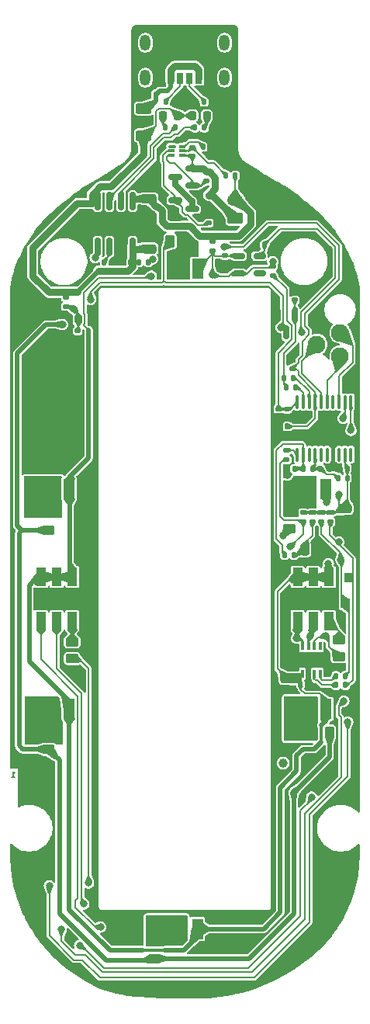
<source format=gbr>
%TF.GenerationSoftware,KiCad,Pcbnew,8.0.6*%
%TF.CreationDate,2024-11-04T21:33:25+05:30*%
%TF.ProjectId,Berrythe,42657272-7974-4686-952e-6b696361645f,rev?*%
%TF.SameCoordinates,Original*%
%TF.FileFunction,Copper,L1,Top*%
%TF.FilePolarity,Positive*%
%FSLAX46Y46*%
G04 Gerber Fmt 4.6, Leading zero omitted, Abs format (unit mm)*
G04 Created by KiCad (PCBNEW 8.0.6) date 2024-11-04 21:33:25*
%MOMM*%
%LPD*%
G01*
G04 APERTURE LIST*
G04 Aperture macros list*
%AMRoundRect*
0 Rectangle with rounded corners*
0 $1 Rounding radius*
0 $2 $3 $4 $5 $6 $7 $8 $9 X,Y pos of 4 corners*
0 Add a 4 corners polygon primitive as box body*
4,1,4,$2,$3,$4,$5,$6,$7,$8,$9,$2,$3,0*
0 Add four circle primitives for the rounded corners*
1,1,$1+$1,$2,$3*
1,1,$1+$1,$4,$5*
1,1,$1+$1,$6,$7*
1,1,$1+$1,$8,$9*
0 Add four rect primitives between the rounded corners*
20,1,$1+$1,$2,$3,$4,$5,0*
20,1,$1+$1,$4,$5,$6,$7,0*
20,1,$1+$1,$6,$7,$8,$9,0*
20,1,$1+$1,$8,$9,$2,$3,0*%
G04 Aperture macros list end*
%ADD10C,0.150000*%
%TA.AperFunction,NonConductor*%
%ADD11C,0.150000*%
%TD*%
%TA.AperFunction,ComponentPad*%
%ADD12C,1.932000*%
%TD*%
%TA.AperFunction,SMDPad,CuDef*%
%ADD13R,2.200000X2.200000*%
%TD*%
%TA.AperFunction,SMDPad,CuDef*%
%ADD14R,1.250000X2.200000*%
%TD*%
%TA.AperFunction,SMDPad,CuDef*%
%ADD15RoundRect,0.135000X0.185000X-0.135000X0.185000X0.135000X-0.185000X0.135000X-0.185000X-0.135000X0*%
%TD*%
%TA.AperFunction,SMDPad,CuDef*%
%ADD16RoundRect,0.135000X-0.135000X-0.185000X0.135000X-0.185000X0.135000X0.185000X-0.135000X0.185000X0*%
%TD*%
%TA.AperFunction,SMDPad,CuDef*%
%ADD17R,1.100000X2.000000*%
%TD*%
%TA.AperFunction,SMDPad,CuDef*%
%ADD18RoundRect,0.100000X0.100000X-0.637500X0.100000X0.637500X-0.100000X0.637500X-0.100000X-0.637500X0*%
%TD*%
%TA.AperFunction,SMDPad,CuDef*%
%ADD19RoundRect,0.140000X0.140000X0.170000X-0.140000X0.170000X-0.140000X-0.170000X0.140000X-0.170000X0*%
%TD*%
%TA.AperFunction,SMDPad,CuDef*%
%ADD20RoundRect,0.250000X-0.262500X-0.450000X0.262500X-0.450000X0.262500X0.450000X-0.262500X0.450000X0*%
%TD*%
%TA.AperFunction,SMDPad,CuDef*%
%ADD21RoundRect,0.070000X-0.355000X0.070000X-0.355000X-0.070000X0.355000X-0.070000X0.355000X0.070000X0*%
%TD*%
%TA.AperFunction,SMDPad,CuDef*%
%ADD22RoundRect,0.070000X-0.305000X0.070000X-0.305000X-0.070000X0.305000X-0.070000X0.305000X0.070000X0*%
%TD*%
%TA.AperFunction,SMDPad,CuDef*%
%ADD23RoundRect,0.135000X-0.185000X0.135000X-0.185000X-0.135000X0.185000X-0.135000X0.185000X0.135000X0*%
%TD*%
%TA.AperFunction,SMDPad,CuDef*%
%ADD24RoundRect,0.140000X-0.140000X-0.170000X0.140000X-0.170000X0.140000X0.170000X-0.140000X0.170000X0*%
%TD*%
%TA.AperFunction,SMDPad,CuDef*%
%ADD25RoundRect,0.150000X0.587500X0.150000X-0.587500X0.150000X-0.587500X-0.150000X0.587500X-0.150000X0*%
%TD*%
%TA.AperFunction,SMDPad,CuDef*%
%ADD26RoundRect,0.250000X-0.450000X0.262500X-0.450000X-0.262500X0.450000X-0.262500X0.450000X0.262500X0*%
%TD*%
%TA.AperFunction,SMDPad,CuDef*%
%ADD27RoundRect,0.218750X-0.218750X-0.256250X0.218750X-0.256250X0.218750X0.256250X-0.218750X0.256250X0*%
%TD*%
%TA.AperFunction,SMDPad,CuDef*%
%ADD28RoundRect,0.135000X0.135000X0.185000X-0.135000X0.185000X-0.135000X-0.185000X0.135000X-0.185000X0*%
%TD*%
%TA.AperFunction,SMDPad,CuDef*%
%ADD29R,1.000000X1.000000*%
%TD*%
%TA.AperFunction,SMDPad,CuDef*%
%ADD30R,0.302473X0.931065*%
%TD*%
%TA.AperFunction,SMDPad,CuDef*%
%ADD31R,2.400000X1.500000*%
%TD*%
%TA.AperFunction,SMDPad,CuDef*%
%ADD32RoundRect,0.150000X0.150000X-0.825000X0.150000X0.825000X-0.150000X0.825000X-0.150000X-0.825000X0*%
%TD*%
%TA.AperFunction,HeatsinkPad*%
%ADD33R,3.300000X2.410000*%
%TD*%
%TA.AperFunction,SMDPad,CuDef*%
%ADD34RoundRect,0.250000X0.450000X-0.262500X0.450000X0.262500X-0.450000X0.262500X-0.450000X-0.262500X0*%
%TD*%
%TA.AperFunction,SMDPad,CuDef*%
%ADD35RoundRect,0.250000X-0.475000X0.250000X-0.475000X-0.250000X0.475000X-0.250000X0.475000X0.250000X0*%
%TD*%
%TA.AperFunction,SMDPad,CuDef*%
%ADD36RoundRect,0.140000X-0.170000X0.140000X-0.170000X-0.140000X0.170000X-0.140000X0.170000X0.140000X0*%
%TD*%
%TA.AperFunction,ComponentPad*%
%ADD37C,2.500000*%
%TD*%
%TA.AperFunction,SMDPad,CuDef*%
%ADD38RoundRect,0.150000X-0.150000X0.587500X-0.150000X-0.587500X0.150000X-0.587500X0.150000X0.587500X0*%
%TD*%
%TA.AperFunction,SMDPad,CuDef*%
%ADD39RoundRect,0.250000X0.262500X0.450000X-0.262500X0.450000X-0.262500X-0.450000X0.262500X-0.450000X0*%
%TD*%
%TA.AperFunction,SMDPad,CuDef*%
%ADD40RoundRect,0.250000X0.475000X-0.250000X0.475000X0.250000X-0.475000X0.250000X-0.475000X-0.250000X0*%
%TD*%
%TA.AperFunction,SMDPad,CuDef*%
%ADD41RoundRect,0.150000X-0.587500X-0.150000X0.587500X-0.150000X0.587500X0.150000X-0.587500X0.150000X0*%
%TD*%
%TA.AperFunction,SMDPad,CuDef*%
%ADD42RoundRect,0.250000X-0.625000X0.312500X-0.625000X-0.312500X0.625000X-0.312500X0.625000X0.312500X0*%
%TD*%
%TA.AperFunction,SMDPad,CuDef*%
%ADD43R,0.700000X1.200000*%
%TD*%
%TA.AperFunction,SMDPad,CuDef*%
%ADD44R,0.760000X1.200000*%
%TD*%
%TA.AperFunction,SMDPad,CuDef*%
%ADD45R,0.800000X1.200000*%
%TD*%
%TA.AperFunction,ComponentPad*%
%ADD46O,1.150000X1.750000*%
%TD*%
%TA.AperFunction,SMDPad,CuDef*%
%ADD47RoundRect,0.200000X-0.200000X-0.275000X0.200000X-0.275000X0.200000X0.275000X-0.200000X0.275000X0*%
%TD*%
%TA.AperFunction,SMDPad,CuDef*%
%ADD48RoundRect,0.218750X0.218750X0.256250X-0.218750X0.256250X-0.218750X-0.256250X0.218750X-0.256250X0*%
%TD*%
%TA.AperFunction,ComponentPad*%
%ADD49C,1.000000*%
%TD*%
%TA.AperFunction,SMDPad,CuDef*%
%ADD50RoundRect,0.150000X-0.512500X-0.150000X0.512500X-0.150000X0.512500X0.150000X-0.512500X0.150000X0*%
%TD*%
%TA.AperFunction,SMDPad,CuDef*%
%ADD51RoundRect,0.125000X0.125000X0.225000X-0.125000X0.225000X-0.125000X-0.225000X0.125000X-0.225000X0*%
%TD*%
%TA.AperFunction,ComponentPad*%
%ADD52RoundRect,0.250000X-0.250000X-0.400000X0.250000X-0.400000X0.250000X0.400000X-0.250000X0.400000X0*%
%TD*%
%TA.AperFunction,ComponentPad*%
%ADD53O,1.000000X1.300000*%
%TD*%
%TA.AperFunction,ComponentPad*%
%ADD54RoundRect,0.250000X0.625000X-0.350000X0.625000X0.350000X-0.625000X0.350000X-0.625000X-0.350000X0*%
%TD*%
%TA.AperFunction,ComponentPad*%
%ADD55O,1.750000X1.200000*%
%TD*%
%TA.AperFunction,ViaPad*%
%ADD56C,0.812800*%
%TD*%
%TA.AperFunction,Conductor*%
%ADD57C,0.500000*%
%TD*%
%TA.AperFunction,Conductor*%
%ADD58C,0.203200*%
%TD*%
%TA.AperFunction,Conductor*%
%ADD59C,0.800000*%
%TD*%
%TA.AperFunction,Conductor*%
%ADD60C,0.380000*%
%TD*%
%TA.AperFunction,Conductor*%
%ADD61C,0.350000*%
%TD*%
%TA.AperFunction,Conductor*%
%ADD62C,0.650000*%
%TD*%
G04 APERTURE END LIST*
D10*
D11*
X63044173Y-152418771D02*
X63387030Y-152418771D01*
X63215601Y-152418771D02*
X63215601Y-151818771D01*
X63215601Y-151818771D02*
X63272744Y-151904485D01*
X63272744Y-151904485D02*
X63329887Y-151961628D01*
X63329887Y-151961628D02*
X63387030Y-151990200D01*
D12*
%TO.P,J4,1,Pin_1*%
%TO.N,GND*%
X96400000Y-102700000D03*
%TO.P,J4,2,Pin_2*%
%TO.N,/UART_TX*%
X98940000Y-103970000D03*
%TO.P,J4,3,Pin_3*%
%TO.N,/SWCLK*%
X96400000Y-105240000D03*
%TO.P,J4,4,Pin_4*%
%TO.N,/SWDIO*%
X98940000Y-106510000D03*
%TD*%
D13*
%TO.P,D5,1,K*%
%TO.N,Net-(D5-K)*%
X67100000Y-121000000D03*
D14*
%TO.P,D5,2,A*%
%TO.N,/VBAT*%
X69375000Y-121000000D03*
%TD*%
D15*
%TO.P,R4,1*%
%TO.N,Net-(Q1-G)*%
X84600000Y-92010000D03*
%TO.P,R4,2*%
%TO.N,GND*%
X84600000Y-90990000D03*
%TD*%
D16*
%TO.P,R10,1*%
%TO.N,Net-(J1-CC2)*%
X79915000Y-78800000D03*
%TO.P,R10,2*%
%TO.N,GND*%
X80935000Y-78800000D03*
%TD*%
D13*
%TO.P,D8,1,K*%
%TO.N,Net-(D8-K)*%
X95100000Y-145000000D03*
D14*
%TO.P,D8,2,A*%
%TO.N,/VBAT*%
X97375000Y-145000000D03*
%TD*%
D17*
%TO.P,D9,1,RK*%
%TO.N,/BLED*%
X66300000Y-135400000D03*
%TO.P,D9,2,GK*%
%TO.N,/GLED*%
X68000000Y-135400000D03*
%TO.P,D9,3,BK*%
%TO.N,Net-(D9-BK)*%
X69700000Y-135400000D03*
%TO.P,D9,4,BA*%
%TO.N,/VBAT*%
X69700000Y-130600000D03*
%TO.P,D9,5,GA*%
X68000000Y-130600000D03*
%TO.P,D9,6,RA*%
X66300000Y-130600000D03*
%TD*%
D15*
%TO.P,R14,1*%
%TO.N,/SDA*%
X96900000Y-124610000D03*
%TO.P,R14,2*%
%TO.N,/3V3*%
X96900000Y-123590000D03*
%TD*%
D18*
%TO.P,U4,1,PA26/A1*%
%TO.N,/VIBR*%
X94275000Y-117262500D03*
%TO.P,U4,2,PA27/A0*%
%TO.N,/BTN*%
X94925000Y-117262500D03*
%TO.P,U4,3,PA28/A5*%
%TO.N,unconnected-(U4-PA28{slash}A5-Pad3)*%
X95575000Y-117262500D03*
%TO.P,U4,4,NRST*%
%TO.N,/NRST*%
X96225000Y-117262500D03*
%TO.P,U4,5,PA4*%
%TO.N,unconnected-(U4-PA4-Pad5)*%
X96875000Y-117262500D03*
%TO.P,U4,6,PA11*%
%TO.N,unconnected-(U4-PA11-Pad6)*%
X97525000Y-117262500D03*
%TO.P,U4,7,VSS*%
%TO.N,GND*%
X98175000Y-117262500D03*
%TO.P,U4,8,PA2*%
%TO.N,unconnected-(U4-PA2-Pad8)*%
X98825000Y-117262500D03*
%TO.P,U4,9,VDD*%
%TO.N,/3V3*%
X99475000Y-117262500D03*
%TO.P,U4,10,PA6*%
%TO.N,unconnected-(U4-PA6-Pad10)*%
X100125000Y-117262500D03*
%TO.P,U4,11,PA0*%
%TO.N,/SDA*%
X100125000Y-111537500D03*
%TO.P,U4,12,PA1*%
%TO.N,/SCL*%
X99475000Y-111537500D03*
%TO.P,U4,13,PA17/A9*%
%TO.N,/UART_TX*%
X98825000Y-111537500D03*
%TO.P,U4,14,PA18/A7*%
%TO.N,unconnected-(U4-PA18{slash}A7-Pad14)*%
X98175000Y-111537500D03*
%TO.P,U4,15,PA19/SWDIO*%
%TO.N,/SWDIO*%
X97525000Y-111537500D03*
%TO.P,U4,16,PA20/A6/SWCLK*%
%TO.N,/SWCLK*%
X96875000Y-111537500D03*
%TO.P,U4,17,PA22/A4*%
%TO.N,/VUSB_SNS*%
X96225000Y-111537500D03*
%TO.P,U4,18,PA23*%
%TO.N,/WLED_PWM2*%
X95575000Y-111537500D03*
%TO.P,U4,19,PA24/A3*%
%TO.N,/WLED_PWM1*%
X94925000Y-111537500D03*
%TO.P,U4,20,PA25/A2*%
%TO.N,/VBAT_SNS*%
X94275000Y-111537500D03*
%TD*%
D16*
%TO.P,R13,1*%
%TO.N,/NRST*%
X98700000Y-119800000D03*
%TO.P,R13,2*%
%TO.N,/3V3*%
X99720000Y-119800000D03*
%TD*%
D19*
%TO.P,C13,1*%
%TO.N,/VUSB_SNS*%
X93180000Y-114200000D03*
%TO.P,C13,2*%
%TO.N,GND*%
X92220000Y-114200000D03*
%TD*%
D16*
%TO.P,R6,1*%
%TO.N,Net-(U2-~{STDBY})*%
X83090000Y-81600000D03*
%TO.P,R6,2*%
%TO.N,Net-(D1-K)*%
X84110000Y-81600000D03*
%TD*%
D15*
%TO.P,R12,1*%
%TO.N,GND*%
X70300000Y-104810000D03*
%TO.P,R12,2*%
%TO.N,Net-(U2-TEMP)*%
X70300000Y-103790000D03*
%TD*%
D20*
%TO.P,R16,1*%
%TO.N,Net-(Q3-D)*%
X80387500Y-94000000D03*
%TO.P,R16,2*%
%TO.N,Net-(D3-K)*%
X82212500Y-94000000D03*
%TD*%
D21*
%TO.P,U1,1,NC*%
%TO.N,unconnected-(U1-NC-Pad1)*%
X80600000Y-83650000D03*
D22*
%TO.P,U1,2,Cout*%
%TO.N,Net-(Q1-G)*%
X80550000Y-84150000D03*
%TO.P,U1,3,Dout*%
%TO.N,Net-(Q2-G)*%
X80550000Y-84650000D03*
%TO.P,U1,4,VSS*%
%TO.N,Net-(BT1--)*%
X81700000Y-84650000D03*
%TO.P,U1,5,BAT*%
%TO.N,Net-(U1-BAT)*%
X81700000Y-84150000D03*
%TO.P,U1,6,V-*%
%TO.N,Net-(U1-V-)*%
X81700000Y-83650000D03*
%TD*%
D15*
%TO.P,R29,1*%
%TO.N,Net-(J2-Pin_1)*%
X95900000Y-124610000D03*
%TO.P,R29,2*%
%TO.N,/3V3*%
X95900000Y-123590000D03*
%TD*%
D23*
%TO.P,R36,1*%
%TO.N,Net-(BT1--)*%
X84600000Y-88990000D03*
%TO.P,R36,2*%
%TO.N,GND*%
X84600000Y-90010000D03*
%TD*%
D24*
%TO.P,C5,1*%
%TO.N,/VBAT*%
X94620000Y-142300000D03*
%TO.P,C5,2*%
%TO.N,GND*%
X95580000Y-142300000D03*
%TD*%
D25*
%TO.P,Q2,1,G*%
%TO.N,Net-(Q2-G)*%
X82800000Y-87950000D03*
%TO.P,Q2,2,S*%
%TO.N,Net-(BT1--)*%
X82800000Y-86050000D03*
%TO.P,Q2,3,D*%
%TO.N,Net-(Q1-D)*%
X80925000Y-87000000D03*
%TD*%
D26*
%TO.P,R39,1*%
%TO.N,Net-(D10-BK)*%
X98800000Y-137487500D03*
%TO.P,R39,2*%
%TO.N,/RLED*%
X98800000Y-139312500D03*
%TD*%
D27*
%TO.P,D2,1,K*%
%TO.N,Net-(D2-K)*%
X79612500Y-80300000D03*
%TO.P,D2,2,A*%
%TO.N,/VIN_CHRG*%
X81187500Y-80300000D03*
%TD*%
D17*
%TO.P,D10,1,RK*%
%TO.N,/BLED*%
X94300000Y-135400000D03*
%TO.P,D10,2,GK*%
%TO.N,/GLED*%
X96000000Y-135400000D03*
%TO.P,D10,3,BK*%
%TO.N,Net-(D10-BK)*%
X97700000Y-135400000D03*
%TO.P,D10,4,BA*%
%TO.N,/VBAT*%
X97700000Y-130600000D03*
%TO.P,D10,5,GA*%
X96000000Y-130600000D03*
%TO.P,D10,6,RA*%
X94300000Y-130600000D03*
%TD*%
D28*
%TO.P,R9,1*%
%TO.N,GND*%
X74210000Y-96300000D03*
%TO.P,R9,2*%
%TO.N,Net-(U2-PROG)*%
X73190000Y-96300000D03*
%TD*%
D15*
%TO.P,R7,1*%
%TO.N,Net-(U2-TEMP)*%
X69000000Y-101110000D03*
%TO.P,R7,2*%
%TO.N,/VIN_CHRG*%
X69000000Y-100090000D03*
%TD*%
D24*
%TO.P,C8,1*%
%TO.N,/NRST*%
X96820000Y-118800000D03*
%TO.P,C8,2*%
%TO.N,GND*%
X97780000Y-118800000D03*
%TD*%
D26*
%TO.P,R38,1*%
%TO.N,Net-(D9-BK)*%
X69700000Y-137687500D03*
%TO.P,R38,2*%
%TO.N,/RLED*%
X69700000Y-139512500D03*
%TD*%
D19*
%TO.P,C7,1*%
%TO.N,/3V3*%
X99717500Y-118800000D03*
%TO.P,C7,2*%
%TO.N,GND*%
X98757500Y-118800000D03*
%TD*%
D13*
%TO.P,D4,1,K*%
%TO.N,Net-(D4-K)*%
X81100000Y-169000000D03*
D14*
%TO.P,D4,2,A*%
%TO.N,/VBAT*%
X83375000Y-169000000D03*
%TD*%
D29*
%TO.P,TP3,1,1*%
%TO.N,/SCL*%
X99950000Y-130650000D03*
%TD*%
D19*
%TO.P,C11,1*%
%TO.N,/BTN*%
X94000000Y-118800000D03*
%TO.P,C11,2*%
%TO.N,GND*%
X93040000Y-118800000D03*
%TD*%
D16*
%TO.P,R24,1*%
%TO.N,Net-(Q3-G)*%
X93090000Y-109900000D03*
%TO.P,R24,2*%
%TO.N,/WLED_PWM1*%
X94110000Y-109900000D03*
%TD*%
D30*
%TO.P,U3,1,VCC*%
%TO.N,/VBAT*%
X94825001Y-141150000D03*
%TO.P,U3,2,SYNC*%
%TO.N,GND*%
X95474999Y-141150000D03*
%TO.P,U3,3,SCL*%
%TO.N,Net-(U3-SCL)*%
X96125001Y-141150000D03*
%TO.P,U3,4,SDA*%
%TO.N,Net-(U3-SDA)*%
X96774999Y-141150000D03*
%TO.P,U3,5,OUT3*%
%TO.N,unconnected-(U3-OUT3-Pad5)*%
X96774999Y-138168934D03*
%TO.P,U3,6,OUT2*%
%TO.N,/RLED*%
X96125001Y-138168934D03*
%TO.P,U3,7,OUT1*%
%TO.N,/GLED*%
X95474999Y-138168934D03*
%TO.P,U3,8,OUT0*%
%TO.N,/BLED*%
X94825001Y-138168934D03*
D31*
%TO.P,U3,9,GND*%
%TO.N,GND*%
X95800000Y-139659467D03*
%TD*%
D28*
%TO.P,R8,1*%
%TO.N,Net-(U2-~{CHRG})*%
X80910000Y-81600000D03*
%TO.P,R8,2*%
%TO.N,Net-(D2-K)*%
X79890000Y-81600000D03*
%TD*%
%TO.P,R33,1*%
%TO.N,Net-(J2-Pin_1)*%
X93910000Y-128200000D03*
%TO.P,R33,2*%
%TO.N,/BTN*%
X92890000Y-128200000D03*
%TD*%
D29*
%TO.P,TP2,1,1*%
%TO.N,/SDA*%
X99500000Y-133500000D03*
%TD*%
D32*
%TO.P,U2,1,TEMP*%
%TO.N,Net-(U2-TEMP)*%
X72495000Y-94575000D03*
%TO.P,U2,2,PROG*%
%TO.N,Net-(U2-PROG)*%
X73765000Y-94575000D03*
%TO.P,U2,3,GND*%
%TO.N,GND*%
X75035000Y-94575000D03*
%TO.P,U2,4,VCC*%
%TO.N,/VIN_CHRG*%
X76305000Y-94575000D03*
%TO.P,U2,5,BAT*%
%TO.N,/VBAT_CHRG*%
X76305000Y-89625000D03*
%TO.P,U2,6,~{STDBY}*%
%TO.N,Net-(U2-~{STDBY})*%
X75035000Y-89625000D03*
%TO.P,U2,7,~{CHRG}*%
%TO.N,Net-(U2-~{CHRG})*%
X73765000Y-89625000D03*
%TO.P,U2,8,CE*%
%TO.N,/VIN_CHRG*%
X72495000Y-89625000D03*
D33*
%TO.P,U2,9,EXP*%
%TO.N,GND*%
X74400000Y-92100000D03*
%TD*%
D34*
%TO.P,R18,1*%
%TO.N,Net-(Q3-D)*%
X67100000Y-125512500D03*
%TO.P,R18,2*%
%TO.N,Net-(D5-K)*%
X67100000Y-123687500D03*
%TD*%
D16*
%TO.P,R25,1*%
%TO.N,Net-(Q3-G)*%
X92790000Y-108900000D03*
%TO.P,R25,2*%
%TO.N,/WLED_PWM2*%
X93810000Y-108900000D03*
%TD*%
D19*
%TO.P,C14,1*%
%TO.N,/VIN_CHRG*%
X76080000Y-96300000D03*
%TO.P,C14,2*%
%TO.N,GND*%
X75120000Y-96300000D03*
%TD*%
D15*
%TO.P,R15,1*%
%TO.N,/SCL*%
X97900000Y-124610000D03*
%TO.P,R15,2*%
%TO.N,/3V3*%
X97900000Y-123590000D03*
%TD*%
D35*
%TO.P,C6,1*%
%TO.N,/3V3*%
X99500000Y-123150000D03*
%TO.P,C6,2*%
%TO.N,GND*%
X99500000Y-125050000D03*
%TD*%
D36*
%TO.P,C3,1*%
%TO.N,Net-(U1-BAT)*%
X82825000Y-83770000D03*
%TO.P,C3,2*%
%TO.N,Net-(BT1--)*%
X82825000Y-84730000D03*
%TD*%
D28*
%TO.P,R2,1*%
%TO.N,GND*%
X85010000Y-83700000D03*
%TO.P,R2,2*%
%TO.N,Net-(U1-V-)*%
X83990000Y-83700000D03*
%TD*%
D19*
%TO.P,C10,1*%
%TO.N,/3V3*%
X90680000Y-94350000D03*
%TO.P,C10,2*%
%TO.N,GND*%
X89720000Y-94350000D03*
%TD*%
D37*
%TO.P,TP1,1,1*%
%TO.N,GND*%
X91100000Y-90200000D03*
%TD*%
D38*
%TO.P,Q3,1,G*%
%TO.N,Net-(Q3-G)*%
X94000000Y-102062500D03*
%TO.P,Q3,2,S*%
%TO.N,GND*%
X92100000Y-102062500D03*
%TO.P,Q3,3,D*%
%TO.N,Net-(Q3-D)*%
X93050000Y-103937500D03*
%TD*%
D34*
%TO.P,R19,1*%
%TO.N,Net-(Q3-D)*%
X67100000Y-149412500D03*
%TO.P,R19,2*%
%TO.N,Net-(D6-K)*%
X67100000Y-147587500D03*
%TD*%
D36*
%TO.P,C12,1*%
%TO.N,/VBAT_SNS*%
X93175000Y-112320000D03*
%TO.P,C12,2*%
%TO.N,GND*%
X93175000Y-113280000D03*
%TD*%
D15*
%TO.P,R28,1*%
%TO.N,Net-(R28-Pad1)*%
X94900000Y-124610000D03*
%TO.P,R28,2*%
%TO.N,/3V3*%
X94900000Y-123590000D03*
%TD*%
D23*
%TO.P,R35,1*%
%TO.N,GND*%
X93700000Y-106890000D03*
%TO.P,R35,2*%
%TO.N,/VUSB_SNS*%
X93700000Y-107910000D03*
%TD*%
D13*
%TO.P,D6,1,K*%
%TO.N,Net-(D6-K)*%
X67100000Y-145000000D03*
D14*
%TO.P,D6,2,A*%
%TO.N,/VBAT*%
X69375000Y-145000000D03*
%TD*%
D39*
%TO.P,R21,1*%
%TO.N,Net-(Q3-D)*%
X97800000Y-147600000D03*
%TO.P,R21,2*%
%TO.N,Net-(D8-K)*%
X95975000Y-147600000D03*
%TD*%
D40*
%TO.P,C2,1*%
%TO.N,/VIN_CHRG*%
X78165000Y-94825000D03*
%TO.P,C2,2*%
%TO.N,GND*%
X78165000Y-92925000D03*
%TD*%
D36*
%TO.P,C9,1*%
%TO.N,/VBAT*%
X86400000Y-95570000D03*
%TO.P,C9,2*%
%TO.N,GND*%
X86400000Y-96530000D03*
%TD*%
D41*
%TO.P,Q1,1,G*%
%TO.N,Net-(Q1-G)*%
X80925000Y-89550000D03*
%TO.P,Q1,2,S*%
%TO.N,GND*%
X80925000Y-91450000D03*
%TO.P,Q1,3,D*%
%TO.N,Net-(Q1-D)*%
X82800000Y-90500000D03*
%TD*%
D40*
%TO.P,C4,1*%
%TO.N,/VBAT*%
X93174999Y-141700000D03*
%TO.P,C4,2*%
%TO.N,GND*%
X93174999Y-139800000D03*
%TD*%
D15*
%TO.P,R5,1*%
%TO.N,Net-(Q2-G)*%
X84300000Y-87410000D03*
%TO.P,R5,2*%
%TO.N,Net-(BT1--)*%
X84300000Y-86390000D03*
%TD*%
D42*
%TO.P,R1,1*%
%TO.N,/USB_5V*%
X77500000Y-79537500D03*
%TO.P,R1,2*%
%TO.N,/VIN_CHRG*%
X77500000Y-82462500D03*
%TD*%
D35*
%TO.P,C1,1*%
%TO.N,/VBAT_CHRG*%
X78165000Y-89375000D03*
%TO.P,C1,2*%
%TO.N,GND*%
X78165000Y-91275000D03*
%TD*%
D43*
%TO.P,J1,A5,CC1*%
%TO.N,Net-(J1-CC1)*%
X82500000Y-76230000D03*
D44*
%TO.P,J1,A9,VBUS*%
%TO.N,/USB_5V*%
X80480000Y-76230000D03*
D45*
%TO.P,J1,A12,GND*%
%TO.N,GND*%
X79250000Y-76230000D03*
D43*
%TO.P,J1,B5,CC2*%
%TO.N,Net-(J1-CC2)*%
X81500000Y-76230000D03*
D44*
%TO.P,J1,B9,VBUS*%
%TO.N,/USB_5V*%
X83520000Y-76230000D03*
D45*
%TO.P,J1,B12,GND*%
%TO.N,GND*%
X84750000Y-76230000D03*
D46*
%TO.P,J1,SH1,SHIELD*%
%TO.N,unconnected-(J1-SHIELD-PadSH1)_1*%
X86320000Y-76150000D03*
%TO.P,J1,SH2,SHIELD*%
%TO.N,unconnected-(J1-SHIELD-PadSH1)_3*%
X77680000Y-76150000D03*
%TO.P,J1,SH3,SHIELD*%
%TO.N,unconnected-(J1-SHIELD-PadSH1)_2*%
X86320000Y-72350000D03*
%TO.P,J1,SH4,SHIELD*%
%TO.N,unconnected-(J1-SHIELD-PadSH1)*%
X77680000Y-72350000D03*
%TD*%
D15*
%TO.P,R30,1*%
%TO.N,/VBAT_SNS*%
X91600000Y-97710000D03*
%TO.P,R30,2*%
%TO.N,/VBAT*%
X91600000Y-96690000D03*
%TD*%
%TO.P,R34,1*%
%TO.N,GND*%
X92200000Y-113310000D03*
%TO.P,R34,2*%
%TO.N,/VBAT_SNS*%
X92200000Y-112290000D03*
%TD*%
D47*
%TO.P,TH1,1*%
%TO.N,Net-(U2-TEMP)*%
X70375000Y-102500000D03*
%TO.P,TH1,2*%
%TO.N,GND*%
X72025000Y-102500000D03*
%TD*%
D16*
%TO.P,R3,1*%
%TO.N,Net-(U1-BAT)*%
X86490000Y-86800000D03*
%TO.P,R3,2*%
%TO.N,/VBAT_CHRG*%
X87510000Y-86800000D03*
%TD*%
D28*
%TO.P,R27,1*%
%TO.N,/NRST*%
X95910000Y-118800000D03*
%TO.P,R27,2*%
%TO.N,/BTN*%
X94890000Y-118800000D03*
%TD*%
D13*
%TO.P,D7,1,K*%
%TO.N,Net-(D7-K)*%
X95100000Y-121000000D03*
D14*
%TO.P,D7,2,A*%
%TO.N,/VBAT*%
X97375000Y-121000000D03*
%TD*%
D23*
%TO.P,R26,1*%
%TO.N,GND*%
X94000000Y-99390000D03*
%TO.P,R26,2*%
%TO.N,Net-(Q3-G)*%
X94000000Y-100410000D03*
%TD*%
%TO.P,R37,1*%
%TO.N,/VBAT_CHRG*%
X85000000Y-93990000D03*
%TO.P,R37,2*%
%TO.N,/VBAT*%
X85000000Y-95010000D03*
%TD*%
D16*
%TO.P,R22,1*%
%TO.N,Net-(U3-SCL)*%
X98490000Y-142400000D03*
%TO.P,R22,2*%
%TO.N,/SCL*%
X99510000Y-142400000D03*
%TD*%
D48*
%TO.P,D1,1,K*%
%TO.N,Net-(D1-K)*%
X84387500Y-80300000D03*
%TO.P,D1,2,A*%
%TO.N,/VIN_CHRG*%
X82812500Y-80300000D03*
%TD*%
D28*
%TO.P,R11,1*%
%TO.N,Net-(J1-CC1)*%
X84110000Y-78800000D03*
%TO.P,R11,2*%
%TO.N,GND*%
X83090000Y-78800000D03*
%TD*%
D49*
%TO.P,SW1,1,1*%
%TO.N,Net-(R28-Pad1)*%
X92730000Y-150900000D03*
%TO.P,SW1,2,2*%
%TO.N,GND*%
X95270000Y-150900000D03*
%TD*%
D28*
%TO.P,R31,1*%
%TO.N,/VUSB_SNS*%
X78010000Y-96300000D03*
%TO.P,R31,2*%
%TO.N,/VIN_CHRG*%
X76990000Y-96300000D03*
%TD*%
D50*
%TO.P,U5,1,IN*%
%TO.N,/VBAT*%
X87862500Y-95600000D03*
%TO.P,U5,2,GND*%
%TO.N,GND*%
X87862500Y-96550000D03*
%TO.P,U5,3,EN*%
%TO.N,/VBAT*%
X87862500Y-97500000D03*
%TO.P,U5,4,NC*%
%TO.N,unconnected-(U5-NC-Pad4)*%
X90137500Y-97500000D03*
%TO.P,U5,5,OUT*%
%TO.N,/3V3*%
X90137500Y-95600000D03*
%TD*%
D51*
%TO.P,D11,1,K1*%
%TO.N,/USB_5V*%
X78800000Y-78000000D03*
%TO.P,D11,2,A*%
%TO.N,GND*%
X78000000Y-78000000D03*
%TD*%
D34*
%TO.P,R20,1*%
%TO.N,Net-(Q3-D)*%
X93400000Y-125312500D03*
%TO.P,R20,2*%
%TO.N,Net-(D7-K)*%
X93400000Y-123487500D03*
%TD*%
D15*
%TO.P,R32,1*%
%TO.N,Net-(R28-Pad1)*%
X93100000Y-117820000D03*
%TO.P,R32,2*%
%TO.N,/VIBR*%
X93100000Y-116800000D03*
%TD*%
D13*
%TO.P,D3,1,K*%
%TO.N,Net-(D3-K)*%
X81100000Y-97000000D03*
D14*
%TO.P,D3,2,A*%
%TO.N,/VBAT*%
X83375000Y-97000000D03*
%TD*%
D34*
%TO.P,R17,1*%
%TO.N,Net-(Q3-D)*%
X78700000Y-172212500D03*
%TO.P,R17,2*%
%TO.N,Net-(D4-K)*%
X78700000Y-170387500D03*
%TD*%
D16*
%TO.P,R23,1*%
%TO.N,Net-(U3-SDA)*%
X98490000Y-141400000D03*
%TO.P,R23,2*%
%TO.N,/SDA*%
X99510000Y-141400000D03*
%TD*%
D52*
%TO.P,J3,1,Pin_1*%
%TO.N,Net-(J2-Pin_1)*%
X95100000Y-127600000D03*
D53*
%TO.P,J3,2,Pin_2*%
%TO.N,GND*%
X96350000Y-127600000D03*
%TD*%
D54*
%TO.P,BT1,1,-*%
%TO.N,Net-(BT1--)*%
X87500000Y-91500000D03*
D55*
%TO.P,BT1,2,+*%
%TO.N,/VBAT_CHRG*%
X87500000Y-89500000D03*
%TD*%
D56*
%TO.N,/VBAT*%
X97661520Y-129161568D03*
X78343649Y-97788800D03*
X91578685Y-96213152D03*
X85000000Y-97700000D03*
X97500000Y-122499994D03*
%TO.N,GND*%
X98600000Y-125800000D03*
X80000000Y-74000000D03*
X87800000Y-85300000D03*
X65950000Y-133000000D03*
X70800000Y-88800000D03*
X76300000Y-92900000D03*
X98266318Y-118443439D03*
X100400000Y-110000000D03*
X80600000Y-90500000D03*
X94100000Y-113100000D03*
X85750000Y-96900000D03*
X82000000Y-78000000D03*
X63500000Y-160800000D03*
X77100000Y-92100000D03*
X98200000Y-116100000D03*
X72100000Y-101300000D03*
X83907191Y-89792143D03*
X97374999Y-140000000D03*
X70750000Y-142300000D03*
X69500000Y-169900000D03*
X76900000Y-167400000D03*
X97574999Y-141000000D03*
X78984000Y-97000000D03*
X93200000Y-119500000D03*
X72425228Y-92990401D03*
X99500257Y-145219202D03*
X96170367Y-142601158D03*
X82250000Y-82400000D03*
X87100000Y-80400000D03*
X71600000Y-92100000D03*
X69300000Y-93000000D03*
X100500000Y-127000000D03*
X79200000Y-93600000D03*
X70600000Y-93000000D03*
X92000000Y-152100000D03*
X91500000Y-173700000D03*
X82000000Y-73600000D03*
X84000000Y-74000000D03*
X66700000Y-163200000D03*
X85000000Y-75100000D03*
X78900000Y-88200000D03*
X100400000Y-153800000D03*
X91700000Y-94900000D03*
X70600000Y-117100000D03*
X64700000Y-118800000D03*
X74700000Y-95900000D03*
X94800000Y-99400000D03*
X77200000Y-77600000D03*
X97474999Y-139000000D03*
X76900000Y-87900000D03*
X71600000Y-165200000D03*
X91900000Y-100600000D03*
X94174999Y-139200000D03*
X89165125Y-94843962D03*
X72100000Y-139800000D03*
X96000000Y-91000000D03*
X85500000Y-91000000D03*
X91900000Y-127600000D03*
X91812800Y-115800000D03*
X72400642Y-91209600D03*
X82000000Y-79300000D03*
X79000000Y-75100000D03*
X83800000Y-91400000D03*
X70400000Y-173300000D03*
X70600000Y-91200000D03*
X69300000Y-102300000D03*
X64700000Y-109000000D03*
X89048788Y-96251576D03*
X94074999Y-140500000D03*
X70300000Y-105500000D03*
X95800000Y-139659467D03*
X72100000Y-118800000D03*
X72500000Y-167800000D03*
X76300000Y-91300000D03*
X100400000Y-99700000D03*
X98111200Y-128233136D03*
X90700000Y-167400000D03*
X78528284Y-92122077D03*
X97700000Y-94900000D03*
X85800000Y-83600000D03*
X100500000Y-147700000D03*
X100400000Y-161000000D03*
X94828435Y-154512638D03*
X93946700Y-106215217D03*
X63600000Y-150300000D03*
X63500000Y-101600000D03*
X90000000Y-169900000D03*
X83200000Y-171300000D03*
%TO.N,/3V3*%
X98800000Y-121600000D03*
X94772400Y-103927601D03*
%TO.N,/VUSB_SNS*%
X78496835Y-95934600D03*
X86300000Y-94600000D03*
%TO.N,/BLED*%
X95839372Y-154613970D03*
X70500000Y-170800000D03*
X94174999Y-137299996D03*
X72800000Y-168800000D03*
%TO.N,/GLED*%
X68500000Y-169000000D03*
X95674999Y-137000000D03*
X99350000Y-144150000D03*
X70968478Y-166275362D03*
%TO.N,/RLED*%
X67200000Y-164300000D03*
X97400000Y-137009602D03*
X71478685Y-163986848D03*
X99769898Y-146408214D03*
%TO.N,Net-(Q3-D)*%
X92700000Y-126068004D03*
X68638794Y-103071407D03*
X71711200Y-100361335D03*
X93900000Y-154100000D03*
X92500000Y-103400000D03*
%TO.N,Net-(U2-TEMP)*%
X72200000Y-95800000D03*
X69900000Y-101400000D03*
%TO.N,/SDA*%
X100125000Y-114625000D03*
X99010665Y-128705602D03*
%TO.N,/SCL*%
X99254812Y-113300000D03*
X98801590Y-126795801D03*
%TO.N,Net-(R28-Pad1)*%
X93514562Y-127314730D03*
%TD*%
D57*
%TO.N,/VBAT*%
X92400000Y-153600000D02*
X94200000Y-151800000D01*
D58*
X78132449Y-98000000D02*
X72600000Y-98000000D01*
X85000000Y-95010000D02*
X85000000Y-97393157D01*
X87862500Y-95600000D02*
X85300000Y-95600000D01*
X92100000Y-140625001D02*
X92100000Y-132200000D01*
D57*
X94200000Y-150100000D02*
X94900000Y-149400000D01*
D58*
X88800000Y-97500000D02*
X89404800Y-96895200D01*
X71079800Y-102989638D02*
X71000000Y-103069438D01*
X71000000Y-101930562D02*
X71079800Y-102010362D01*
D57*
X92400000Y-167200000D02*
X92400000Y-153600000D01*
D58*
X94620000Y-142845001D02*
X94620000Y-142300000D01*
D57*
X66300000Y-130600000D02*
X65900000Y-130600000D01*
D58*
X85000000Y-95375000D02*
X83375000Y-97000000D01*
D59*
X94300000Y-130600000D02*
X97700000Y-130600000D01*
D58*
X85000000Y-97393157D02*
X85253422Y-97646578D01*
D57*
X96100000Y-149400000D02*
X96900000Y-148600000D01*
X69375000Y-145000000D02*
X69375000Y-166875000D01*
X81906400Y-171300000D02*
X83375000Y-169831400D01*
X90600000Y-169000000D02*
X92400000Y-167200000D01*
D58*
X91600000Y-96234467D02*
X91578685Y-96213152D01*
D57*
X71500000Y-103700000D02*
X71500000Y-117600000D01*
D58*
X97700000Y-129200048D02*
X97700000Y-130600000D01*
X85406843Y-97800000D02*
X86800000Y-97800000D01*
X83375000Y-97000000D02*
X83375000Y-97475000D01*
D57*
X73800000Y-171300000D02*
X77400000Y-171300000D01*
X83375000Y-169831400D02*
X83375000Y-169000000D01*
X69700000Y-130600000D02*
X69700000Y-130800000D01*
X94900000Y-149400000D02*
X96100000Y-149400000D01*
X79800000Y-171300000D02*
X81906400Y-171300000D01*
D58*
X97661520Y-129161568D02*
X97700000Y-129200048D01*
D57*
X65900000Y-130600000D02*
X65000000Y-131500000D01*
D58*
X87100000Y-97500000D02*
X87862500Y-97500000D01*
D57*
X65000000Y-131500000D02*
X65000000Y-139793600D01*
X94200000Y-151800000D02*
X94200000Y-150100000D01*
D58*
X85000000Y-95300000D02*
X85000000Y-95010000D01*
X97375000Y-143975000D02*
X96712358Y-143312358D01*
X78343649Y-97788800D02*
X78132449Y-98000000D01*
X87862500Y-97500000D02*
X88800000Y-97500000D01*
D57*
X69375000Y-144168600D02*
X69375000Y-145000000D01*
D60*
X77400000Y-171300000D02*
X79800000Y-171300000D01*
D58*
X85200000Y-97700000D02*
X85000000Y-97700000D01*
D57*
X65000000Y-139793600D02*
X69375000Y-144168600D01*
D58*
X96712358Y-143312358D02*
X95087357Y-143312358D01*
X85253422Y-97646578D02*
X85406843Y-97800000D01*
X71000000Y-103069438D02*
X71000000Y-103200000D01*
D59*
X66300000Y-130600000D02*
X69700000Y-130600000D01*
D58*
X93174999Y-141700000D02*
X92100000Y-140625001D01*
X95087357Y-143312358D02*
X94620000Y-142845001D01*
X97375000Y-122374994D02*
X97500000Y-122499994D01*
X86800000Y-97800000D02*
X87100000Y-97500000D01*
D57*
X97375000Y-146311098D02*
X96900000Y-146786098D01*
D58*
X71000000Y-99600000D02*
X71000000Y-101930562D01*
D57*
X97375000Y-145000000D02*
X97375000Y-146311098D01*
X69400000Y-130300000D02*
X69700000Y-130600000D01*
D58*
X85253422Y-97646578D02*
X85200000Y-97700000D01*
X97375000Y-144465400D02*
X97375000Y-145000000D01*
D57*
X69375000Y-121000000D02*
X69400000Y-121025000D01*
X71500000Y-117600000D02*
X69375000Y-119725000D01*
X69375000Y-119725000D02*
X69375000Y-121000000D01*
D58*
X85000000Y-95010000D02*
X85000000Y-95375000D01*
D57*
X83375000Y-169000000D02*
X90600000Y-169000000D01*
X69375000Y-166875000D02*
X73800000Y-171300000D01*
D58*
X71000000Y-103200000D02*
X71500000Y-103700000D01*
X71079800Y-102010362D02*
X71079800Y-102989638D01*
X89404800Y-96895200D02*
X91795200Y-96895200D01*
X72600000Y-98000000D02*
X71000000Y-99600000D01*
D61*
X96900000Y-148600000D02*
X96900000Y-146786098D01*
D58*
X97375000Y-121000000D02*
X97375000Y-122374994D01*
X92100000Y-132200000D02*
X93700000Y-130600000D01*
X97375000Y-145000000D02*
X97375000Y-143975000D01*
X85300000Y-95600000D02*
X85000000Y-95300000D01*
X91600000Y-96690000D02*
X91600000Y-96234467D01*
X93700000Y-130600000D02*
X94300000Y-130600000D01*
D57*
X69400000Y-121025000D02*
X69400000Y-130300000D01*
D59*
%TO.N,Net-(BT1--)*%
X84647714Y-86390000D02*
X85300000Y-87042286D01*
X84990000Y-88990000D02*
X84600000Y-88990000D01*
X87500000Y-91500000D02*
X84990000Y-88990000D01*
X85300000Y-88290000D02*
X84600000Y-88990000D01*
X82800000Y-86050000D02*
X83960000Y-86050000D01*
X83960000Y-86050000D02*
X84300000Y-86390000D01*
X85300000Y-87042286D02*
X85300000Y-88290000D01*
X84300000Y-86390000D02*
X84647714Y-86390000D01*
D58*
X82825000Y-86025000D02*
X82800000Y-86050000D01*
X82745000Y-84650000D02*
X82825000Y-84730000D01*
X81700000Y-84650000D02*
X82745000Y-84650000D01*
X82825000Y-84730000D02*
X82825000Y-86025000D01*
%TO.N,GND*%
X79250000Y-75750000D02*
X79000000Y-75500000D01*
X84750000Y-75750000D02*
X85000000Y-75500000D01*
X84750000Y-76530000D02*
X84750000Y-75750000D01*
X93700000Y-106890000D02*
X93700000Y-106461917D01*
X93040000Y-118800000D02*
X93040000Y-119340000D01*
X79250000Y-76530000D02*
X79250000Y-75750000D01*
X93040000Y-119340000D02*
X93200000Y-119500000D01*
X93700000Y-106461917D02*
X93946700Y-106215217D01*
D59*
%TO.N,/VIN_CHRG*%
X76305000Y-96710159D02*
X76305000Y-96300000D01*
X75791959Y-97223200D02*
X76305000Y-96710159D01*
X72604246Y-97223200D02*
X75791959Y-97223200D01*
X78165000Y-94825000D02*
X76555000Y-94825000D01*
D58*
X80387500Y-79500000D02*
X79191026Y-79500000D01*
D57*
X76990000Y-96300000D02*
X76305000Y-96300000D01*
D58*
X78870200Y-79820826D02*
X78870200Y-81429800D01*
D59*
X77500000Y-82462500D02*
X77500000Y-84503262D01*
D58*
X78870200Y-81429800D02*
X77837500Y-82462500D01*
X79191026Y-79500000D02*
X78870200Y-79820826D01*
D57*
X70127446Y-99687948D02*
X72592194Y-97223200D01*
D58*
X81187500Y-80300000D02*
X82812500Y-80300000D01*
D59*
X76305000Y-96300000D02*
X76305000Y-94575000D01*
X77500000Y-84503262D02*
X73956462Y-88046800D01*
D58*
X77837500Y-82462500D02*
X77500000Y-82462500D01*
D57*
X72592194Y-97223200D02*
X72604246Y-97223200D01*
D59*
X71900000Y-88900000D02*
X71900000Y-89900000D01*
D58*
X81187500Y-80300000D02*
X80387500Y-79500000D01*
D59*
X71900000Y-89900000D02*
X70200000Y-89900000D01*
X65400000Y-94700000D02*
X65400000Y-97800000D01*
X70200000Y-89900000D02*
X65400000Y-94700000D01*
X67157697Y-99557697D02*
X70257697Y-99557697D01*
X73956462Y-88046800D02*
X72753200Y-88046800D01*
X72753200Y-88046800D02*
X71900000Y-88900000D01*
X65400000Y-97800000D02*
X67157697Y-99557697D01*
D58*
%TO.N,Net-(U1-BAT)*%
X85160200Y-85470200D02*
X86490000Y-86800000D01*
X84525200Y-85470200D02*
X85160200Y-85470200D01*
X82445000Y-84150000D02*
X82825000Y-83770000D01*
X81700000Y-84150000D02*
X82445000Y-84150000D01*
X82825000Y-83770000D02*
X84525200Y-85470200D01*
%TO.N,/3V3*%
X94688800Y-103844001D02*
X94688800Y-101711200D01*
X96900000Y-123590000D02*
X97900000Y-123590000D01*
X94772400Y-103927601D02*
X94688800Y-103844001D01*
X98725000Y-123590000D02*
X99060000Y-123590000D01*
X96455789Y-92650000D02*
X92380000Y-92650000D01*
X94688800Y-101711200D02*
X98411200Y-97988800D01*
X95900000Y-123590000D02*
X96900000Y-123590000D01*
X98411200Y-97988800D02*
X98411200Y-94605411D01*
X90680000Y-95057500D02*
X90137500Y-95600000D01*
X99475000Y-117262500D02*
X99475000Y-118557500D01*
X98725000Y-123590000D02*
X98800000Y-123515000D01*
X99717500Y-118800000D02*
X99717500Y-122932500D01*
X99717500Y-122932500D02*
X99500000Y-123150000D01*
X94900000Y-123590000D02*
X95900000Y-123590000D01*
X97900000Y-123590000D02*
X99060000Y-123590000D01*
X99475000Y-118557500D02*
X99717500Y-118800000D01*
X90680000Y-94350000D02*
X90680000Y-95057500D01*
X92380000Y-92650000D02*
X90680000Y-94350000D01*
X99060000Y-123590000D02*
X99500000Y-123150000D01*
X98411200Y-94605411D02*
X96455789Y-92650000D01*
X98800000Y-123515000D02*
X98800000Y-121600000D01*
%TO.N,/NRST*%
X96820000Y-118800000D02*
X97434800Y-119414800D01*
X96225000Y-117262500D02*
X96225000Y-118485000D01*
X98314800Y-119414800D02*
X98700000Y-119800000D01*
X97434800Y-119414800D02*
X98314800Y-119414800D01*
X95910000Y-118800000D02*
X96820000Y-118800000D01*
X96225000Y-118485000D02*
X95910000Y-118800000D01*
%TO.N,/BTN*%
X94925000Y-117262500D02*
X94925000Y-118765000D01*
X92636594Y-127114400D02*
X91988800Y-126466606D01*
X94925000Y-118765000D02*
X94890000Y-118800000D01*
X92636594Y-127946594D02*
X92636594Y-127114400D01*
X91988800Y-116811200D02*
X92700000Y-116100000D01*
X94890000Y-118800000D02*
X94000000Y-118800000D01*
X91988800Y-126466606D02*
X91988800Y-116811200D01*
X94800000Y-116100000D02*
X94925000Y-116225000D01*
X92700000Y-116100000D02*
X94800000Y-116100000D01*
X92890000Y-128200000D02*
X92636594Y-127946594D01*
X94925000Y-116225000D02*
X94925000Y-117262500D01*
%TO.N,/VBAT_SNS*%
X93111200Y-99221200D02*
X91600000Y-97710000D01*
X92200000Y-112290000D02*
X93105000Y-112290000D01*
X93654800Y-104717542D02*
X93654800Y-103157458D01*
X92200000Y-112290000D02*
X92200000Y-106172342D01*
X93654800Y-103157458D02*
X93111200Y-102613858D01*
X93105000Y-112290000D02*
X93175000Y-112220000D01*
X93592500Y-112220000D02*
X94275000Y-111537500D01*
X92200000Y-106172342D02*
X93654800Y-104717542D01*
X93175000Y-112220000D02*
X93592500Y-112220000D01*
X93111200Y-102613858D02*
X93111200Y-99221200D01*
%TO.N,/VUSB_SNS*%
X95511200Y-104194589D02*
X95511200Y-103656466D01*
X94110000Y-107910000D02*
X94385600Y-108185600D01*
X96380525Y-92000000D02*
X91003298Y-92000000D01*
X94385600Y-106905609D02*
X94800000Y-106491209D01*
X95337499Y-114200000D02*
X96225000Y-113312499D01*
X98817600Y-98182400D02*
X98817600Y-94437075D01*
X96225000Y-113312499D02*
X96225000Y-111537500D01*
X94800000Y-106491209D02*
X94800000Y-104905789D01*
X94385600Y-108185600D02*
X94385600Y-108574391D01*
X78131435Y-96300000D02*
X78010000Y-96300000D01*
X93700000Y-107910000D02*
X94110000Y-107910000D01*
X95095200Y-103240466D02*
X95095200Y-101904800D01*
X93180000Y-114200000D02*
X95337499Y-114200000D01*
X94800000Y-104905789D02*
X95511200Y-104194589D01*
X78496835Y-95934600D02*
X78131435Y-96300000D01*
X96225000Y-110413791D02*
X96225000Y-111537500D01*
X98817600Y-94437075D02*
X96380525Y-92000000D01*
X95511200Y-103656466D02*
X95095200Y-103240466D01*
X94385600Y-107224400D02*
X94385600Y-106905609D01*
X91003298Y-92000000D02*
X88403298Y-94600000D01*
X95095200Y-101904800D02*
X98817600Y-98182400D01*
X94385600Y-108574391D02*
X96225000Y-110413791D01*
X88403298Y-94600000D02*
X86300000Y-94600000D01*
X93700000Y-107910000D02*
X94385600Y-107224400D01*
%TO.N,Net-(D1-K)*%
X84387500Y-81322500D02*
X84387500Y-80300000D01*
X84110000Y-81600000D02*
X84387500Y-81322500D01*
%TO.N,Net-(D2-K)*%
X79612500Y-81322500D02*
X79612500Y-80300000D01*
X79890000Y-81600000D02*
X79612500Y-81322500D01*
%TO.N,Net-(D3-K)*%
X80387500Y-96287500D02*
X81100000Y-97000000D01*
%TO.N,Net-(D7-K)*%
X95100000Y-121787500D02*
X93400000Y-123487500D01*
X95100000Y-121000000D02*
X95100000Y-121787500D01*
%TO.N,/BLED*%
X70054078Y-165896605D02*
X70054078Y-166654119D01*
X66300000Y-139590400D02*
X70304800Y-143595200D01*
X94825001Y-138168934D02*
X94825001Y-137550002D01*
X94300000Y-137174995D02*
X94174999Y-137299996D01*
X95839372Y-154613970D02*
X95839372Y-154860628D01*
X88931664Y-173293600D02*
X73193600Y-173293600D01*
X94574995Y-137299996D02*
X94174999Y-137299996D01*
X70054078Y-166654119D02*
X72199959Y-168800000D01*
X70700000Y-170800000D02*
X70500000Y-170800000D01*
X73193600Y-173293600D02*
X70700000Y-170800000D01*
X94600000Y-167625264D02*
X88931664Y-173293600D01*
X95839372Y-154860628D02*
X94600000Y-156100000D01*
X70304800Y-165645883D02*
X70054078Y-165896605D01*
X94300000Y-135400000D02*
X94300000Y-137174995D01*
X66300000Y-135400000D02*
X66300000Y-139590400D01*
X94600000Y-156100000D02*
X94600000Y-167625264D01*
X70304800Y-143595200D02*
X70304800Y-165645883D01*
X94825001Y-137550002D02*
X94574995Y-137299996D01*
X72199959Y-168800000D02*
X72800000Y-168800000D01*
%TO.N,/GLED*%
X68000000Y-135400000D02*
X68000000Y-140600000D01*
X95474999Y-137200000D02*
X95674999Y-137000000D01*
X95100000Y-156393157D02*
X95100000Y-167900000D01*
X68000000Y-140600000D02*
X70711200Y-143311200D01*
X71100000Y-171800000D02*
X70000000Y-171800000D01*
X98789057Y-145689057D02*
X99058698Y-145958698D01*
X70000000Y-171800000D02*
X68500000Y-170300000D01*
X73000000Y-173700000D02*
X71100000Y-171800000D01*
X95674999Y-137000000D02*
X96000000Y-136674999D01*
X70711200Y-143311200D02*
X70711200Y-145300000D01*
X68500000Y-170300000D02*
X68500000Y-169000000D01*
X70711200Y-145300000D02*
X70711200Y-166018084D01*
X99350000Y-144150000D02*
X98789057Y-144710943D01*
X99058698Y-152434459D02*
X95100000Y-156393157D01*
X98789057Y-144710943D02*
X98789057Y-145689057D01*
X95474999Y-138168934D02*
X95474999Y-137200000D01*
X96000000Y-136674999D02*
X96000000Y-135400000D01*
X70711200Y-166018084D02*
X70968478Y-166275362D01*
X99058698Y-145958698D02*
X99058698Y-152434459D01*
X89300000Y-173700000D02*
X73000000Y-173700000D01*
X95100000Y-167900000D02*
X89300000Y-173700000D01*
%TO.N,/RLED*%
X89600000Y-174300000D02*
X72700000Y-174300000D01*
X97574999Y-137200000D02*
X97074999Y-137200000D01*
X97074999Y-137200000D02*
X97209602Y-137200000D01*
X96125001Y-138168934D02*
X96125001Y-137592564D01*
X71478685Y-140591185D02*
X71478685Y-163986848D01*
X69700000Y-139512500D02*
X70400000Y-139512500D01*
X70400000Y-139512500D02*
X71478685Y-140591185D01*
X96517565Y-137200000D02*
X97074999Y-137200000D01*
X95600000Y-156500000D02*
X95600000Y-168300000D01*
X69900000Y-172400000D02*
X67200000Y-169700000D01*
X97209602Y-137200000D02*
X97400000Y-137009602D01*
X72700000Y-174300000D02*
X70800000Y-172400000D01*
X98800000Y-139312500D02*
X97700000Y-138212500D01*
X99769898Y-152330102D02*
X95600000Y-156500000D01*
X70800000Y-172400000D02*
X69900000Y-172400000D01*
X99769898Y-146408214D02*
X99769898Y-152330102D01*
X95600000Y-168300000D02*
X89600000Y-174300000D01*
X67200000Y-169700000D02*
X67200000Y-164300000D01*
X97700000Y-137325001D02*
X97574999Y-137200000D01*
X97700000Y-138212500D02*
X97700000Y-137325001D01*
X96125001Y-137592564D02*
X96517565Y-137200000D01*
%TO.N,Net-(J1-CC1)*%
X84025000Y-78625000D02*
X82500000Y-77100000D01*
X82500000Y-77100000D02*
X82500000Y-76530000D01*
X84025000Y-78800000D02*
X84025000Y-78625000D01*
D57*
%TO.N,/USB_5V*%
X78800000Y-78000000D02*
X78800000Y-78700000D01*
D59*
X83520000Y-75320000D02*
X83520000Y-76230000D01*
X80480000Y-76530000D02*
X80480000Y-75320000D01*
X80480000Y-75320000D02*
X80900000Y-74900000D01*
X80900000Y-74900000D02*
X83100000Y-74900000D01*
D57*
X80103200Y-77583200D02*
X79216800Y-77583200D01*
X77962500Y-79537500D02*
X77500000Y-79537500D01*
X79216800Y-77583200D02*
X78800000Y-78000000D01*
D59*
X83100000Y-74900000D02*
X83520000Y-75320000D01*
D57*
X80480000Y-76530000D02*
X80480000Y-77206400D01*
X80480000Y-77206400D02*
X80103200Y-77583200D01*
X78800000Y-78700000D02*
X77962500Y-79537500D01*
D58*
%TO.N,Net-(J1-CC2)*%
X81500000Y-77100000D02*
X81500000Y-76530000D01*
X80000000Y-78800000D02*
X80000000Y-78600000D01*
X80000000Y-78600000D02*
X81500000Y-77100000D01*
%TO.N,Net-(J2-Pin_1)*%
X95100000Y-127600000D02*
X94500000Y-128200000D01*
X95900000Y-126093157D02*
X95100000Y-126893157D01*
X95900000Y-124610000D02*
X95900000Y-126093157D01*
X94500000Y-128200000D02*
X93910000Y-128200000D01*
X95300000Y-127525000D02*
X95115000Y-127710000D01*
X95100000Y-126893157D02*
X95100000Y-127600000D01*
%TO.N,Net-(Q1-G)*%
X82019958Y-91104800D02*
X81700000Y-90784842D01*
X80925000Y-89125000D02*
X80925000Y-89550000D01*
X84600000Y-92010000D02*
X84410000Y-92200000D01*
X80075264Y-84150000D02*
X79593600Y-84631664D01*
X81700000Y-90325000D02*
X80925000Y-89550000D01*
X81700000Y-90784842D02*
X81700000Y-90325000D01*
X79714400Y-85389136D02*
X79714400Y-87914400D01*
X83400000Y-92200000D02*
X82304800Y-91104800D01*
X79593600Y-85268336D02*
X79714400Y-85389136D01*
X82304800Y-91104800D02*
X82019958Y-91104800D01*
X80550000Y-84150000D02*
X80075264Y-84150000D01*
X79714400Y-87914400D02*
X80925000Y-89125000D01*
X79593600Y-84631664D02*
X79593600Y-85268336D01*
X84410000Y-92200000D02*
X83400000Y-92200000D01*
D62*
%TO.N,Net-(Q1-D)*%
X80925000Y-87775000D02*
X80925000Y-87000000D01*
X80925000Y-87825000D02*
X80925000Y-87775000D01*
X82750000Y-89650000D02*
X80925000Y-87825000D01*
X82800000Y-90500000D02*
X82800000Y-89650000D01*
D58*
%TO.N,Net-(Q2-G)*%
X82800000Y-87950000D02*
X82800000Y-87434842D01*
X82800000Y-87434842D02*
X80865158Y-85500000D01*
X80000000Y-85100000D02*
X80000000Y-84800000D01*
X82800000Y-87950000D02*
X83760000Y-87950000D01*
X80000000Y-84800000D02*
X80150000Y-84650000D01*
X83760000Y-87950000D02*
X84300000Y-87410000D01*
X80400000Y-85500000D02*
X80000000Y-85100000D01*
X80865158Y-85500000D02*
X80400000Y-85500000D01*
X80150000Y-84650000D02*
X80550000Y-84650000D01*
D57*
%TO.N,Net-(Q3-D)*%
X97800000Y-150200000D02*
X97800000Y-147600000D01*
X92700000Y-126068004D02*
X93400000Y-125368004D01*
D58*
X71711200Y-100361335D02*
X71711200Y-99488800D01*
D57*
X63900000Y-149000000D02*
X63900000Y-125825000D01*
D58*
X79695200Y-98300000D02*
X79895200Y-98500000D01*
D57*
X68638794Y-103071407D02*
X66828593Y-103071407D01*
X68300000Y-150612500D02*
X68300000Y-167300000D01*
X78512500Y-172400000D02*
X78700000Y-172212500D01*
D58*
X79495200Y-98500000D02*
X79695200Y-98300000D01*
D57*
X73400000Y-172400000D02*
X78512500Y-172400000D01*
D58*
X72700000Y-98500000D02*
X79495200Y-98500000D01*
X79895200Y-98500000D02*
X91300000Y-98500000D01*
D57*
X67100000Y-149412500D02*
X64312500Y-149412500D01*
D58*
X93050000Y-103350000D02*
X93050000Y-103937500D01*
X71711200Y-99488800D02*
X72700000Y-98500000D01*
D57*
X93900000Y-154100000D02*
X97800000Y-150200000D01*
D58*
X92704800Y-99904800D02*
X92704800Y-103004800D01*
X79695200Y-94692300D02*
X79695200Y-98300000D01*
X92500000Y-103209600D02*
X92500000Y-103400000D01*
D57*
X68300000Y-167300000D02*
X73400000Y-172400000D01*
X64312500Y-149412500D02*
X63900000Y-149000000D01*
X93400000Y-125368004D02*
X93400000Y-125312500D01*
D58*
X91300000Y-98500000D02*
X92704800Y-99904800D01*
D57*
X88987500Y-172212500D02*
X93900000Y-167300000D01*
X66828593Y-103071407D02*
X63700000Y-106200000D01*
D58*
X80387500Y-94000000D02*
X79695200Y-94692300D01*
D57*
X64212500Y-125512500D02*
X67100000Y-125512500D01*
X93900000Y-167300000D02*
X93900000Y-154100000D01*
X63900000Y-125825000D02*
X64212500Y-125512500D01*
X67100000Y-149412500D02*
X68300000Y-150612500D01*
X63700000Y-106200000D02*
X63700000Y-125000000D01*
D58*
X92704800Y-103004800D02*
X93050000Y-103350000D01*
D57*
X78700000Y-172212500D02*
X88987500Y-172212500D01*
D58*
X92704800Y-103004800D02*
X92500000Y-103209600D01*
D57*
X63700000Y-125000000D02*
X64212500Y-125512500D01*
D58*
%TO.N,Net-(Q3-G)*%
X94061200Y-102123700D02*
X94061200Y-104911957D01*
X92790000Y-109600000D02*
X93090000Y-109900000D01*
X94061200Y-104911957D02*
X92790000Y-106183157D01*
X92790000Y-106183157D02*
X92790000Y-109600000D01*
X94000000Y-102062500D02*
X94061200Y-102123700D01*
X94000000Y-102062500D02*
X94000000Y-100410000D01*
%TO.N,Net-(U1-V-)*%
X82466876Y-83185200D02*
X83475200Y-83185200D01*
X83475200Y-83185200D02*
X83990000Y-83700000D01*
X82002076Y-83650000D02*
X82466876Y-83185200D01*
X81700000Y-83650000D02*
X82002076Y-83650000D01*
%TO.N,Net-(U2-~{STDBY})*%
X75035000Y-88565000D02*
X75035000Y-89625000D01*
X78611200Y-84988800D02*
X75035000Y-88565000D01*
X81955714Y-81600000D02*
X81230914Y-82324800D01*
X79700000Y-82700000D02*
X78611200Y-83788800D01*
X80484736Y-82700000D02*
X79700000Y-82700000D01*
X81230914Y-82324800D02*
X80859936Y-82324800D01*
X83090000Y-81600000D02*
X81955714Y-81600000D01*
X80859936Y-82324800D02*
X80484736Y-82700000D01*
X78611200Y-83788800D02*
X78611200Y-84988800D01*
%TO.N,Net-(U2-TEMP)*%
X70375000Y-102500000D02*
X70375000Y-101875000D01*
X69610000Y-101110000D02*
X69900000Y-101400000D01*
X72495000Y-94575000D02*
X72495000Y-95505000D01*
X70375000Y-102500000D02*
X70375000Y-103715000D01*
X70375000Y-101875000D02*
X69900000Y-101400000D01*
X72495000Y-94095000D02*
X72495000Y-94575000D01*
X70375000Y-103715000D02*
X70300000Y-103790000D01*
X69000000Y-101110000D02*
X69610000Y-101110000D01*
X72495000Y-95505000D02*
X72200000Y-95800000D01*
%TO.N,Net-(U2-~{CHRG})*%
X80900000Y-81610000D02*
X80900000Y-81700000D01*
X73765000Y-89235000D02*
X73765000Y-89625000D01*
X79575200Y-82224800D02*
X78204800Y-83595200D01*
X78204800Y-84795200D02*
X73765000Y-89235000D01*
X78204800Y-83595200D02*
X78204800Y-84795200D01*
X80285200Y-82224800D02*
X79575200Y-82224800D01*
X80910000Y-81600000D02*
X80900000Y-81610000D01*
X80910000Y-81600000D02*
X80285200Y-82224800D01*
%TO.N,Net-(U2-PROG)*%
X73765000Y-95535000D02*
X73190000Y-96110000D01*
X73190000Y-96110000D02*
X73190000Y-96300000D01*
X73765000Y-94575000D02*
X73765000Y-95535000D01*
%TO.N,/SDA*%
X99900000Y-141010000D02*
X99510000Y-141400000D01*
X99900000Y-134100000D02*
X99900000Y-141010000D01*
X99010665Y-128705602D02*
X99010665Y-128010665D01*
X99100000Y-128794937D02*
X99100000Y-133300000D01*
X100125000Y-111537500D02*
X100125000Y-114625000D01*
X96900000Y-125900000D02*
X96900000Y-124610000D01*
X99010665Y-128705602D02*
X99100000Y-128794937D01*
X99010665Y-128010665D02*
X96900000Y-125900000D01*
X99100000Y-133300000D02*
X99900000Y-134100000D01*
%TO.N,/SCL*%
X100334840Y-128566947D02*
X100334840Y-141820160D01*
X99755000Y-142400000D02*
X99510000Y-142400000D01*
X97900000Y-124610000D02*
X97800000Y-124710000D01*
X99475000Y-113079812D02*
X99254812Y-113300000D01*
X97800000Y-126032107D02*
X100334840Y-128566947D01*
X99475000Y-111537500D02*
X99475000Y-113079812D01*
X100334840Y-141820160D02*
X99755000Y-142400000D01*
X97800000Y-124710000D02*
X97800000Y-126032107D01*
%TO.N,Net-(U3-SCL)*%
X96464956Y-141889958D02*
X96250000Y-141889958D01*
X96125001Y-141764959D02*
X96125001Y-141150000D01*
X96250000Y-141889958D02*
X96125001Y-141764959D01*
X98490000Y-142400000D02*
X96974998Y-142400000D01*
X96974998Y-142400000D02*
X96464956Y-141889958D01*
%TO.N,Net-(U3-SDA)*%
X96774999Y-141150000D02*
X96774999Y-141600000D01*
X98071268Y-141818732D02*
X98490000Y-141400000D01*
X96774999Y-141600000D02*
X96993731Y-141818732D01*
X96993731Y-141818732D02*
X98071268Y-141818732D01*
%TO.N,/WLED_PWM1*%
X94925000Y-110525000D02*
X94300000Y-109900000D01*
X94925000Y-111537500D02*
X94925000Y-110525000D01*
X94300000Y-109900000D02*
X94110000Y-109900000D01*
%TO.N,/WLED_PWM2*%
X95575000Y-110375000D02*
X94100000Y-108900000D01*
X94100000Y-108900000D02*
X93810000Y-108900000D01*
X95575000Y-111537500D02*
X95575000Y-110375000D01*
%TO.N,Net-(R28-Pad1)*%
X92808466Y-124400000D02*
X94690000Y-124400000D01*
X92780001Y-117820000D02*
X92395200Y-118204801D01*
X92395200Y-123986734D02*
X92808466Y-124400000D01*
X92395200Y-118204801D02*
X92395200Y-123986734D01*
X94900000Y-125929292D02*
X94900000Y-124610000D01*
X94690000Y-124400000D02*
X94900000Y-124610000D01*
X93100000Y-117820000D02*
X92780001Y-117820000D01*
X93514562Y-127314730D02*
X94900000Y-125929292D01*
%TO.N,/VIBR*%
X93812500Y-116800000D02*
X94275000Y-117262500D01*
X93100000Y-116800000D02*
X93812500Y-116800000D01*
%TO.N,/UART_TX*%
X98825000Y-108675000D02*
X100300000Y-107200000D01*
X100300000Y-105330000D02*
X98940000Y-103970000D01*
X100300000Y-107200000D02*
X100300000Y-105330000D01*
X98825000Y-111537500D02*
X98825000Y-108675000D01*
D59*
%TO.N,/VBAT_CHRG*%
X87900000Y-93400000D02*
X89175000Y-92125000D01*
X78165000Y-89375000D02*
X78165000Y-89465000D01*
D58*
X87500000Y-86810000D02*
X87510000Y-86800000D01*
D59*
X80021358Y-92353200D02*
X82553200Y-92353200D01*
X83600000Y-93400000D02*
X87900000Y-93400000D01*
X89175000Y-92125000D02*
X89175000Y-90900000D01*
X79493200Y-90664666D02*
X79493200Y-91825042D01*
X78871800Y-90171800D02*
X79000334Y-90171800D01*
X82553200Y-92353200D02*
X83600000Y-93400000D01*
X89175000Y-90900000D02*
X87775000Y-89500000D01*
D58*
X87500000Y-89500000D02*
X87500000Y-86810000D01*
D59*
X79000334Y-90171800D02*
X79493200Y-90664666D01*
X78165000Y-89465000D02*
X78871800Y-90171800D01*
X78165000Y-89375000D02*
X76555000Y-89375000D01*
X87775000Y-89500000D02*
X87500000Y-89500000D01*
X79493200Y-91825042D02*
X80021358Y-92353200D01*
D58*
%TO.N,/SWCLK*%
X96400000Y-105240000D02*
X96400000Y-105465945D01*
X96875000Y-110489055D02*
X96875000Y-111537500D01*
X94792000Y-108406055D02*
X96875000Y-110489055D01*
X96400000Y-105465945D02*
X94792000Y-107073945D01*
X94792000Y-107073945D02*
X94792000Y-108406055D01*
%TO.N,/SWDIO*%
X97525000Y-111537500D02*
X97525000Y-109175000D01*
X98940000Y-107760000D02*
X98940000Y-106510000D01*
X97525000Y-109175000D02*
X98940000Y-107760000D01*
%TO.N,Net-(D9-BK)*%
X69700000Y-135400000D02*
X69700000Y-137687500D01*
%TO.N,Net-(D10-BK)*%
X98800000Y-136500000D02*
X97700000Y-135400000D01*
X98800000Y-137487500D02*
X98800000Y-136500000D01*
%TD*%
%TA.AperFunction,Conductor*%
%TO.N,/VBAT*%
G36*
X93974558Y-141103602D02*
G01*
X94000919Y-141110100D01*
X94000920Y-141110100D01*
X94149078Y-141110100D01*
X94149079Y-141110100D01*
X94175439Y-141103602D01*
X94205113Y-141100000D01*
X94650999Y-141100000D01*
X94718038Y-141119685D01*
X94763793Y-141172489D01*
X94774999Y-141224000D01*
X94774999Y-142076000D01*
X94755314Y-142143039D01*
X94702510Y-142188794D01*
X94650999Y-142200000D01*
X93398999Y-142200000D01*
X93331960Y-142180315D01*
X93286205Y-142127511D01*
X93274999Y-142076000D01*
X93274999Y-141224000D01*
X93294684Y-141156961D01*
X93347488Y-141111206D01*
X93398999Y-141100000D01*
X93944885Y-141100000D01*
X93974558Y-141103602D01*
G37*
%TD.AperFunction*%
%TD*%
%TA.AperFunction,Conductor*%
%TO.N,Net-(D8-K)*%
G36*
X94997031Y-143604225D02*
G01*
X95007947Y-143607149D01*
X95047164Y-143617658D01*
X96376000Y-143617658D01*
X96443039Y-143637343D01*
X96488794Y-143690147D01*
X96500000Y-143741658D01*
X96500000Y-146538293D01*
X96483390Y-146600287D01*
X96477219Y-146610977D01*
X96446300Y-146726367D01*
X96446300Y-146845829D01*
X96477219Y-146961219D01*
X96483387Y-146971903D01*
X96500000Y-147033902D01*
X96500000Y-148307009D01*
X96480315Y-148374048D01*
X96463681Y-148394690D01*
X96394690Y-148463681D01*
X96333367Y-148497166D01*
X96307009Y-148500000D01*
X92924000Y-148500000D01*
X92856961Y-148480315D01*
X92811206Y-148427511D01*
X92800000Y-148376000D01*
X92800000Y-143724000D01*
X92819685Y-143656961D01*
X92872489Y-143611206D01*
X92924000Y-143600000D01*
X94964938Y-143600000D01*
X94997031Y-143604225D01*
G37*
%TD.AperFunction*%
%TD*%
%TA.AperFunction,Conductor*%
%TO.N,Net-(D6-K)*%
G36*
X68180449Y-143619685D02*
G01*
X68201091Y-143636319D01*
X68264231Y-143699459D01*
X68297716Y-143760782D01*
X68298700Y-143765800D01*
X68542313Y-145160216D01*
X68543022Y-145164056D01*
X68544033Y-145169268D01*
X68546300Y-145192871D01*
X68546300Y-146115973D01*
X68545936Y-146125469D01*
X68545764Y-146127695D01*
X68545765Y-146127700D01*
X68547081Y-146136551D01*
X68547081Y-146136552D01*
X68549605Y-146143596D01*
X68554487Y-146161224D01*
X68558117Y-146179476D01*
X68558120Y-146179484D01*
X68559002Y-146180803D01*
X68572629Y-146207861D01*
X68574550Y-146213224D01*
X68574553Y-146213229D01*
X68682329Y-146392855D01*
X68700000Y-146456653D01*
X68700000Y-148776000D01*
X68680315Y-148843039D01*
X68627511Y-148888794D01*
X68576000Y-148900000D01*
X67991974Y-148900000D01*
X67924935Y-148880315D01*
X67892204Y-148849633D01*
X67874439Y-148825562D01*
X67807284Y-148776000D01*
X67764395Y-148744346D01*
X67764393Y-148744345D01*
X67635302Y-148699173D01*
X67604657Y-148696300D01*
X66595353Y-148696300D01*
X66582323Y-148697521D01*
X66564699Y-148699174D01*
X66564696Y-148699175D01*
X66564695Y-148699175D01*
X66511278Y-148717866D01*
X66489320Y-148723360D01*
X66485984Y-148723877D01*
X66476127Y-148725405D01*
X66018537Y-148892479D01*
X65976009Y-148900000D01*
X64624000Y-148900000D01*
X64556961Y-148880315D01*
X64511206Y-148827511D01*
X64500000Y-148776000D01*
X64500000Y-143724000D01*
X64519685Y-143656961D01*
X64572489Y-143611206D01*
X64624000Y-143600000D01*
X68113410Y-143600000D01*
X68180449Y-143619685D01*
G37*
%TD.AperFunction*%
%TD*%
%TA.AperFunction,Conductor*%
%TO.N,Net-(D5-K)*%
G36*
X68540517Y-119619685D02*
G01*
X68586272Y-119672489D01*
X68596216Y-119741647D01*
X68576580Y-119792890D01*
X68558120Y-119820516D01*
X68558117Y-119820523D01*
X68546300Y-119879933D01*
X68546300Y-119879936D01*
X68546300Y-122120064D01*
X68546300Y-122120066D01*
X68546299Y-122120066D01*
X68558117Y-122179475D01*
X68558120Y-122179482D01*
X68579102Y-122210884D01*
X68599980Y-122277561D01*
X68600000Y-122279774D01*
X68600000Y-124076000D01*
X68580315Y-124143039D01*
X68527511Y-124188794D01*
X68476000Y-124200000D01*
X64524000Y-124200000D01*
X64456961Y-124180315D01*
X64411206Y-124127511D01*
X64400000Y-124076000D01*
X64400000Y-119724000D01*
X64419685Y-119656961D01*
X64472489Y-119611206D01*
X64524000Y-119600000D01*
X68473478Y-119600000D01*
X68540517Y-119619685D01*
G37*
%TD.AperFunction*%
%TD*%
%TA.AperFunction,Conductor*%
%TO.N,Net-(D4-K)*%
G36*
X82243039Y-167519685D02*
G01*
X82288794Y-167572489D01*
X82300000Y-167624000D01*
X82300000Y-170213408D01*
X82280315Y-170280447D01*
X82263681Y-170301089D01*
X81754790Y-170809981D01*
X81693467Y-170843466D01*
X81667109Y-170846300D01*
X79740269Y-170846300D01*
X79638508Y-170873566D01*
X79624874Y-170877220D01*
X79603282Y-170889687D01*
X79541282Y-170906300D01*
X77824000Y-170906300D01*
X77756961Y-170886615D01*
X77711206Y-170833811D01*
X77700000Y-170782300D01*
X77700000Y-167624000D01*
X77719685Y-167556961D01*
X77772489Y-167511206D01*
X77824000Y-167500000D01*
X82176000Y-167500000D01*
X82243039Y-167519685D01*
G37*
%TD.AperFunction*%
%TD*%
%TA.AperFunction,Conductor*%
%TO.N,Net-(D3-K)*%
G36*
X82318816Y-92976585D02*
G01*
X82339458Y-92993219D01*
X83229320Y-93883081D01*
X83366980Y-93962559D01*
X83408094Y-93973575D01*
X83467753Y-94009938D01*
X83498283Y-94072784D01*
X83500000Y-94093349D01*
X83500000Y-95572300D01*
X83480315Y-95639339D01*
X83427511Y-95685094D01*
X83376000Y-95696300D01*
X82729934Y-95696300D01*
X82670523Y-95708117D01*
X82670520Y-95708118D01*
X82603140Y-95753140D01*
X82558118Y-95820520D01*
X82558117Y-95820523D01*
X82546300Y-95879933D01*
X82546300Y-98070700D01*
X82526615Y-98137739D01*
X82473811Y-98183494D01*
X82422300Y-98194700D01*
X80124500Y-98194700D01*
X80057461Y-98175015D01*
X80011706Y-98122211D01*
X80000500Y-98070700D01*
X80000500Y-95177570D01*
X80020185Y-95110531D01*
X80072989Y-95064776D01*
X80085405Y-95059894D01*
X80536512Y-94910023D01*
X80575607Y-94903699D01*
X80704646Y-94903699D01*
X80704652Y-94903699D01*
X80735301Y-94900826D01*
X80864395Y-94855654D01*
X80974438Y-94774438D01*
X81055654Y-94664395D01*
X81087124Y-94574459D01*
X81100826Y-94535303D01*
X81100826Y-94535301D01*
X81102228Y-94520348D01*
X81103700Y-94504653D01*
X81103699Y-93495348D01*
X81100826Y-93464699D01*
X81055654Y-93335605D01*
X81000077Y-93260301D01*
X80974438Y-93225561D01*
X80913612Y-93180670D01*
X80871362Y-93125022D01*
X80865903Y-93055366D01*
X80898971Y-92993817D01*
X80960065Y-92959916D01*
X80987246Y-92956900D01*
X82251777Y-92956900D01*
X82318816Y-92976585D01*
G37*
%TD.AperFunction*%
%TD*%
%TA.AperFunction,Conductor*%
%TO.N,Net-(D7-K)*%
G36*
X96343039Y-119569685D02*
G01*
X96388794Y-119622489D01*
X96400000Y-119674000D01*
X96400000Y-123028203D01*
X96380315Y-123095242D01*
X96327511Y-123140997D01*
X96258353Y-123150941D01*
X96232015Y-123144140D01*
X96229625Y-123143233D01*
X96229620Y-123143231D01*
X96212860Y-123137962D01*
X96201264Y-123134316D01*
X96186057Y-123128409D01*
X96174014Y-123122794D01*
X96174011Y-123122793D01*
X96174009Y-123122793D01*
X96124698Y-123116301D01*
X96124693Y-123116300D01*
X96124688Y-123116300D01*
X95675312Y-123116300D01*
X95675306Y-123116300D01*
X95675301Y-123116301D01*
X95625990Y-123122793D01*
X95625981Y-123122795D01*
X95605407Y-123132389D01*
X95580607Y-123140894D01*
X95570381Y-123143228D01*
X95570380Y-123143228D01*
X95450648Y-123196810D01*
X95381416Y-123206226D01*
X95349348Y-123196810D01*
X95272290Y-123162326D01*
X95272290Y-123162325D01*
X95272288Y-123162325D01*
X95229626Y-123143233D01*
X95229616Y-123143230D01*
X95221184Y-123140579D01*
X95201264Y-123134316D01*
X95186057Y-123128409D01*
X95174014Y-123122794D01*
X95174011Y-123122793D01*
X95174009Y-123122793D01*
X95124698Y-123116301D01*
X95124693Y-123116300D01*
X95124688Y-123116300D01*
X94675312Y-123116300D01*
X94675306Y-123116300D01*
X94675301Y-123116301D01*
X94625985Y-123122793D01*
X94625984Y-123122794D01*
X94517732Y-123173273D01*
X94433273Y-123257732D01*
X94382794Y-123365984D01*
X94382793Y-123365985D01*
X94376301Y-123415301D01*
X94376300Y-123415318D01*
X94376300Y-123764681D01*
X94376301Y-123764698D01*
X94382793Y-123814014D01*
X94382794Y-123814015D01*
X94431421Y-123918295D01*
X94441913Y-123987372D01*
X94413394Y-124051156D01*
X94354917Y-124089396D01*
X94319039Y-124094700D01*
X92986287Y-124094700D01*
X92919248Y-124075015D01*
X92898606Y-124058381D01*
X92736819Y-123896594D01*
X92703334Y-123835271D01*
X92700500Y-123808913D01*
X92700500Y-120131986D01*
X92720185Y-120064947D01*
X92772989Y-120019192D01*
X92842147Y-120009248D01*
X92882120Y-120022187D01*
X92982067Y-120074643D01*
X92982069Y-120074643D01*
X92982070Y-120074644D01*
X93125919Y-120110100D01*
X93125920Y-120110100D01*
X93274081Y-120110100D01*
X93322031Y-120098281D01*
X93417933Y-120074643D01*
X93549122Y-120005790D01*
X93660020Y-119907543D01*
X93744184Y-119785610D01*
X93796722Y-119647079D01*
X93796723Y-119647069D01*
X93797401Y-119644324D01*
X93798450Y-119642522D01*
X93799382Y-119640065D01*
X93799790Y-119640219D01*
X93832558Y-119583943D01*
X93894778Y-119552156D01*
X93917798Y-119550000D01*
X96276000Y-119550000D01*
X96343039Y-119569685D01*
G37*
%TD.AperFunction*%
%TD*%
%TA.AperFunction,Conductor*%
%TO.N,GND*%
G36*
X97291371Y-148948564D02*
G01*
X97335335Y-148992528D01*
X97346300Y-149038199D01*
X97346300Y-149970400D01*
X97327087Y-150029531D01*
X97316835Y-150041535D01*
X94192732Y-153165637D01*
X94176589Y-153177696D01*
X94177021Y-153178334D01*
X93609246Y-153562863D01*
X93599587Y-153568644D01*
X93550879Y-153594208D01*
X93550875Y-153594211D01*
X93516526Y-153624642D01*
X93508201Y-153631265D01*
X93507307Y-153631901D01*
X93491590Y-153643662D01*
X93489836Y-153645107D01*
X93483963Y-153650136D01*
X93481878Y-153652414D01*
X93468910Y-153666824D01*
X93439985Y-153692451D01*
X93439975Y-153692462D01*
X93355817Y-153814388D01*
X93355816Y-153814389D01*
X93303277Y-153952924D01*
X93303276Y-153952926D01*
X93285419Y-154099995D01*
X93285419Y-154100000D01*
X93290585Y-154142560D01*
X93290995Y-154149690D01*
X93291329Y-154153313D01*
X93292199Y-154157834D01*
X93293276Y-154164711D01*
X93303277Y-154247079D01*
X93312566Y-154271572D01*
X93317291Y-154288235D01*
X93372191Y-154573541D01*
X93431061Y-154879485D01*
X93443942Y-154946423D01*
X93443514Y-154946505D01*
X93446300Y-154967448D01*
X93446300Y-167070401D01*
X93427087Y-167129532D01*
X93416835Y-167141536D01*
X88829036Y-171729335D01*
X88773638Y-171757561D01*
X88757901Y-171758800D01*
X82332099Y-171758800D01*
X82272968Y-171739587D01*
X82236423Y-171689287D01*
X82236423Y-171627113D01*
X82260964Y-171587065D01*
X82423179Y-171424850D01*
X82959230Y-170888797D01*
X82980657Y-170872473D01*
X82986007Y-170869433D01*
X83611631Y-170328217D01*
X83668921Y-170304062D01*
X83677448Y-170303700D01*
X84020063Y-170303700D01*
X84020064Y-170303700D01*
X84079480Y-170291881D01*
X84146860Y-170246860D01*
X84191881Y-170179480D01*
X84203700Y-170120064D01*
X84203700Y-169803121D01*
X84222913Y-169743990D01*
X84252539Y-169716859D01*
X84667247Y-169468036D01*
X84719005Y-169453700D01*
X90659729Y-169453700D01*
X90659731Y-169453700D01*
X90775122Y-169422781D01*
X90797086Y-169410100D01*
X90812988Y-169400919D01*
X90812989Y-169400918D01*
X90878578Y-169363051D01*
X92763050Y-167478578D01*
X92822781Y-167375122D01*
X92828580Y-167353481D01*
X92828581Y-167353479D01*
X92853699Y-167259735D01*
X92853700Y-167259729D01*
X92853700Y-153829598D01*
X92872913Y-153770467D01*
X92883165Y-153758463D01*
X94563050Y-152078578D01*
X94563051Y-152078576D01*
X94622780Y-151975123D01*
X94622781Y-151975122D01*
X94653700Y-151859731D01*
X94653700Y-150329599D01*
X94672913Y-150270468D01*
X94683165Y-150258464D01*
X95058464Y-149883165D01*
X95113862Y-149854939D01*
X95129599Y-149853700D01*
X96159729Y-149853700D01*
X96159731Y-149853700D01*
X96275122Y-149822781D01*
X96289814Y-149814297D01*
X96312988Y-149800919D01*
X96312989Y-149800918D01*
X96378576Y-149763052D01*
X96378577Y-149763052D01*
X97174565Y-148967064D01*
X97229963Y-148938838D01*
X97291371Y-148948564D01*
G37*
%TD.AperFunction*%
%TA.AperFunction,Conductor*%
G36*
X69286313Y-168927942D02*
G01*
X69768471Y-169410099D01*
X70397953Y-170039581D01*
X70426179Y-170094979D01*
X70416453Y-170156387D01*
X70372489Y-170200351D01*
X70350898Y-170208391D01*
X70284148Y-170224844D01*
X70282063Y-170225358D01*
X70150878Y-170294209D01*
X70039983Y-170392453D01*
X70039979Y-170392457D01*
X69955816Y-170514388D01*
X69955816Y-170514389D01*
X69903277Y-170652924D01*
X69903276Y-170652926D01*
X69885419Y-170799996D01*
X69885419Y-170800003D01*
X69903276Y-170947073D01*
X69903277Y-170947075D01*
X69903277Y-170947076D01*
X69903278Y-170947079D01*
X69925902Y-171006734D01*
X69935313Y-171031548D01*
X69938316Y-171093650D01*
X69904244Y-171145656D01*
X69846110Y-171167704D01*
X69786120Y-171151370D01*
X69770115Y-171138356D01*
X68834765Y-170203006D01*
X68806539Y-170147608D01*
X68805300Y-170131871D01*
X68805300Y-169886659D01*
X68813038Y-169847967D01*
X69063611Y-169246589D01*
X69067209Y-169228696D01*
X69071769Y-169212873D01*
X69096722Y-169147079D01*
X69114581Y-169000000D01*
X69114581Y-168999996D01*
X69114581Y-168999079D01*
X69114760Y-168998527D01*
X69115315Y-168993959D01*
X69116209Y-168994067D01*
X69133794Y-168939948D01*
X69184094Y-168903403D01*
X69246268Y-168903403D01*
X69286313Y-168927942D01*
G37*
%TD.AperFunction*%
%TA.AperFunction,Conductor*%
G36*
X94468859Y-105079840D02*
G01*
X94494149Y-105136638D01*
X94494700Y-105147156D01*
X94494700Y-106323080D01*
X94475487Y-106382211D01*
X94465235Y-106394215D01*
X94141301Y-106718148D01*
X94138255Y-106723425D01*
X94138254Y-106723426D01*
X94101107Y-106787765D01*
X94080300Y-106865413D01*
X94080300Y-107056270D01*
X94061087Y-107115401D01*
X94050834Y-107127405D01*
X93971300Y-107206938D01*
X93945535Y-107225591D01*
X93549929Y-107425488D01*
X93504560Y-107436300D01*
X93475310Y-107436300D01*
X93425989Y-107442792D01*
X93317735Y-107493271D01*
X93317733Y-107493273D01*
X93267032Y-107543973D01*
X93211637Y-107572198D01*
X93150229Y-107562472D01*
X93106265Y-107518508D01*
X93095300Y-107472837D01*
X93095300Y-106351286D01*
X93114513Y-106292155D01*
X93124765Y-106280151D01*
X94305500Y-105099416D01*
X94306977Y-105096858D01*
X94308549Y-105095442D01*
X94309514Y-105094185D01*
X94309746Y-105094363D01*
X94353180Y-105055254D01*
X94415014Y-105048754D01*
X94468859Y-105079840D01*
G37*
%TD.AperFunction*%
%TA.AperFunction,Conductor*%
G36*
X96346791Y-92974513D02*
G01*
X96358795Y-92984765D01*
X98076435Y-94702405D01*
X98104661Y-94757803D01*
X98105900Y-94773540D01*
X98105900Y-97820670D01*
X98086687Y-97879801D01*
X98076435Y-97891805D01*
X94630426Y-101337813D01*
X94575028Y-101366039D01*
X94513620Y-101356313D01*
X94469656Y-101312349D01*
X94468483Y-101309971D01*
X94339365Y-101038869D01*
X94331286Y-100977224D01*
X94342287Y-100946695D01*
X94435869Y-100778563D01*
X94452627Y-100756365D01*
X94466727Y-100742267D01*
X94517206Y-100634014D01*
X94523525Y-100586022D01*
X94523700Y-100584690D01*
X94523700Y-100235309D01*
X94517207Y-100185989D01*
X94516247Y-100183931D01*
X94466727Y-100077733D01*
X94382267Y-99993273D01*
X94382265Y-99993272D01*
X94382264Y-99993271D01*
X94274010Y-99942792D01*
X94224690Y-99936300D01*
X94224688Y-99936300D01*
X93775312Y-99936300D01*
X93775310Y-99936300D01*
X93725989Y-99942792D01*
X93617735Y-99993271D01*
X93617733Y-99993273D01*
X93588232Y-100022773D01*
X93532837Y-100050998D01*
X93471429Y-100041272D01*
X93427465Y-99997308D01*
X93416500Y-99951637D01*
X93416500Y-99181008D01*
X93416499Y-99181002D01*
X93395696Y-99103365D01*
X93395694Y-99103360D01*
X93395694Y-99103359D01*
X93379100Y-99074617D01*
X93355501Y-99033741D01*
X92306836Y-97985076D01*
X92286161Y-97955067D01*
X92132490Y-97612014D01*
X92123700Y-97570888D01*
X92123700Y-97535309D01*
X92117207Y-97485989D01*
X92114762Y-97480746D01*
X92066727Y-97377733D01*
X91982267Y-97293273D01*
X91982265Y-97293272D01*
X91976541Y-97287548D01*
X91948315Y-97232150D01*
X91958041Y-97170742D01*
X91979172Y-97145338D01*
X91977996Y-97144162D01*
X92003559Y-97118599D01*
X92039500Y-97082658D01*
X92079694Y-97013041D01*
X92089122Y-96977852D01*
X92095116Y-96961384D01*
X92117206Y-96914014D01*
X92123700Y-96864688D01*
X92123700Y-96515312D01*
X92123700Y-96515006D01*
X92130237Y-96479333D01*
X92175407Y-96360231D01*
X92177603Y-96342146D01*
X92193266Y-96213155D01*
X92193266Y-96213148D01*
X92175408Y-96066078D01*
X92175407Y-96066076D01*
X92175407Y-96066073D01*
X92171878Y-96056767D01*
X92449500Y-96056767D01*
X92449500Y-96343233D01*
X92458595Y-96423952D01*
X92481573Y-96627891D01*
X92481576Y-96627907D01*
X92543282Y-96898264D01*
X92545318Y-96907182D01*
X92639932Y-97177572D01*
X92764225Y-97435669D01*
X92844677Y-97563708D01*
X92916633Y-97678226D01*
X92916636Y-97678230D01*
X93086957Y-97891805D01*
X93095243Y-97902195D01*
X93297805Y-98104757D01*
X93367612Y-98160426D01*
X93445572Y-98222598D01*
X93521773Y-98283366D01*
X93764331Y-98435775D01*
X94022428Y-98560068D01*
X94292818Y-98654682D01*
X94572102Y-98718426D01*
X94856767Y-98750500D01*
X95143233Y-98750500D01*
X95427898Y-98718426D01*
X95707182Y-98654682D01*
X95977572Y-98560068D01*
X96235669Y-98435775D01*
X96478227Y-98283366D01*
X96702195Y-98104757D01*
X96904757Y-97902195D01*
X97083366Y-97678227D01*
X97235775Y-97435669D01*
X97360068Y-97177572D01*
X97454682Y-96907182D01*
X97518426Y-96627898D01*
X97550500Y-96343233D01*
X97550500Y-96056767D01*
X97518426Y-95772102D01*
X97454682Y-95492818D01*
X97360068Y-95222428D01*
X97235775Y-94964331D01*
X97083366Y-94721773D01*
X97075091Y-94711397D01*
X96948486Y-94552639D01*
X96904757Y-94497805D01*
X96702195Y-94295243D01*
X96603797Y-94216773D01*
X96478230Y-94116636D01*
X96478226Y-94116633D01*
X96350516Y-94036388D01*
X96235669Y-93964225D01*
X95977572Y-93839932D01*
X95707182Y-93745318D01*
X95707181Y-93745317D01*
X95707179Y-93745317D01*
X95427907Y-93681576D01*
X95427905Y-93681575D01*
X95427898Y-93681574D01*
X95427893Y-93681573D01*
X95427891Y-93681573D01*
X95143233Y-93649500D01*
X94856767Y-93649500D01*
X94572108Y-93681573D01*
X94572103Y-93681573D01*
X94572102Y-93681574D01*
X94572098Y-93681574D01*
X94572092Y-93681576D01*
X94292820Y-93745317D01*
X94217160Y-93771792D01*
X94022428Y-93839932D01*
X94022426Y-93839933D01*
X93767793Y-93962558D01*
X93764331Y-93964225D01*
X93739510Y-93979821D01*
X93521773Y-94116633D01*
X93521769Y-94116636D01*
X93297809Y-94295239D01*
X93297801Y-94295246D01*
X93095246Y-94497801D01*
X93095239Y-94497809D01*
X92916636Y-94721769D01*
X92916633Y-94721773D01*
X92813688Y-94885611D01*
X92764225Y-94964331D01*
X92639932Y-95222428D01*
X92616499Y-95289395D01*
X92545317Y-95492820D01*
X92481576Y-95772092D01*
X92481573Y-95772108D01*
X92455733Y-96001445D01*
X92449500Y-96056767D01*
X92171878Y-96056767D01*
X92122869Y-95927542D01*
X92120778Y-95924513D01*
X92038705Y-95805609D01*
X92038701Y-95805605D01*
X91927806Y-95707361D01*
X91796620Y-95638510D01*
X91796622Y-95638510D01*
X91652765Y-95603052D01*
X91504605Y-95603052D01*
X91504604Y-95603052D01*
X91360748Y-95638510D01*
X91229563Y-95707361D01*
X91171008Y-95759236D01*
X91114007Y-95784066D01*
X91053298Y-95770648D01*
X91012069Y-95724110D01*
X91003699Y-95683938D01*
X91003699Y-95416432D01*
X91003699Y-95416430D01*
X90993684Y-95347685D01*
X90993683Y-95347683D01*
X90993683Y-95347681D01*
X90985265Y-95330462D01*
X90978476Y-95312338D01*
X90973746Y-95294700D01*
X90959528Y-95241680D01*
X90962769Y-95179594D01*
X90963759Y-95177114D01*
X90964489Y-95175349D01*
X90964494Y-95175341D01*
X90970507Y-95152899D01*
X90970508Y-95152898D01*
X90970507Y-95152898D01*
X90985300Y-95097693D01*
X90985300Y-95018352D01*
X90994429Y-94976478D01*
X91014516Y-94932599D01*
X91135382Y-94668575D01*
X91143985Y-94640703D01*
X91148933Y-94627862D01*
X91157110Y-94610328D01*
X91157110Y-94610326D01*
X91157111Y-94610325D01*
X91163700Y-94560274D01*
X91163700Y-94547707D01*
X91173905Y-94503559D01*
X91372444Y-94097038D01*
X91391699Y-94070058D01*
X92476994Y-92984765D01*
X92532392Y-92956539D01*
X92548129Y-92955300D01*
X96287660Y-92955300D01*
X96346791Y-92974513D01*
G37*
%TD.AperFunction*%
%TA.AperFunction,Conductor*%
G36*
X92109202Y-92324513D02*
G01*
X92145747Y-92374813D01*
X92145747Y-92436987D01*
X92121206Y-92477035D01*
X90962160Y-93636079D01*
X90932707Y-93656502D01*
X90557627Y-93827258D01*
X90515945Y-93836300D01*
X90499726Y-93836300D01*
X90449675Y-93842888D01*
X90339823Y-93894113D01*
X90339821Y-93894114D01*
X90254114Y-93979821D01*
X90254113Y-93979823D01*
X90202888Y-94089675D01*
X90196300Y-94139725D01*
X90196300Y-94560274D01*
X90202888Y-94610324D01*
X90214649Y-94635545D01*
X90221356Y-94654835D01*
X90224614Y-94668568D01*
X90224615Y-94668572D01*
X90224616Y-94668574D01*
X90282373Y-94794742D01*
X90292714Y-94817330D01*
X90299857Y-94879093D01*
X90269333Y-94933259D01*
X90246449Y-94949075D01*
X89975089Y-95085571D01*
X89929883Y-95096300D01*
X89591430Y-95096300D01*
X89591430Y-95096301D01*
X89522683Y-95106316D01*
X89522676Y-95106318D01*
X89416633Y-95158159D01*
X89333159Y-95241633D01*
X89281318Y-95347675D01*
X89281317Y-95347678D01*
X89271300Y-95416430D01*
X89271300Y-95783569D01*
X89281316Y-95852316D01*
X89281318Y-95852323D01*
X89333159Y-95958366D01*
X89333160Y-95958367D01*
X89333161Y-95958369D01*
X89416631Y-96041839D01*
X89416632Y-96041839D01*
X89416633Y-96041840D01*
X89522675Y-96093681D01*
X89522678Y-96093682D01*
X89522679Y-96093682D01*
X89522681Y-96093683D01*
X89591431Y-96103700D01*
X90683568Y-96103699D01*
X90683569Y-96103699D01*
X90683569Y-96103698D01*
X90752319Y-96093683D01*
X90826520Y-96057408D01*
X90888078Y-96048699D01*
X90943002Y-96077837D01*
X90970309Y-96133694D01*
X90970568Y-96159912D01*
X90965876Y-96198550D01*
X90964105Y-96213148D01*
X90964104Y-96213154D01*
X90964104Y-96213155D01*
X90981962Y-96360230D01*
X91008304Y-96429690D01*
X91011307Y-96491791D01*
X90988314Y-96533432D01*
X90988025Y-96533747D01*
X90966314Y-96557370D01*
X90912159Y-96587909D01*
X90892243Y-96589900D01*
X89364604Y-96589900D01*
X89316524Y-96602784D01*
X89311460Y-96604141D01*
X89307438Y-96605218D01*
X89286958Y-96610705D01*
X89217340Y-96650900D01*
X88777866Y-97090373D01*
X88722468Y-97118599D01*
X88661059Y-97108873D01*
X88652797Y-97104158D01*
X88597944Y-97069320D01*
X88589329Y-97062415D01*
X88583367Y-97058159D01*
X88575373Y-97054251D01*
X88565629Y-97048797D01*
X88555988Y-97042674D01*
X88549922Y-97038822D01*
X88549923Y-97038822D01*
X88549918Y-97038819D01*
X88549913Y-97038816D01*
X88527123Y-97026264D01*
X88524488Y-97025020D01*
X88511313Y-97019345D01*
X88505042Y-97017560D01*
X88505287Y-97016697D01*
X88486779Y-97010940D01*
X88477328Y-97006320D01*
X88477321Y-97006317D01*
X88408569Y-96996300D01*
X87316430Y-96996300D01*
X87316430Y-96996301D01*
X87247683Y-97006316D01*
X87247676Y-97006318D01*
X87141633Y-97058159D01*
X87058161Y-97141630D01*
X87058158Y-97141635D01*
X87057773Y-97142423D01*
X87055743Y-97145017D01*
X87053319Y-97148413D01*
X87053170Y-97148306D01*
X87032047Y-97175309D01*
X86995192Y-97206220D01*
X86980846Y-97216262D01*
X86912547Y-97255695D01*
X86912542Y-97255699D01*
X86792590Y-97375649D01*
X86786107Y-97381589D01*
X86762381Y-97401489D01*
X86755378Y-97407634D01*
X86754642Y-97408309D01*
X86754637Y-97408315D01*
X86747377Y-97418693D01*
X86736086Y-97432153D01*
X86703006Y-97465234D01*
X86647612Y-97493461D01*
X86631872Y-97494700D01*
X85882171Y-97494700D01*
X85831055Y-97480746D01*
X85520406Y-97297481D01*
X85479239Y-97250888D01*
X85478660Y-97249527D01*
X85463923Y-97214158D01*
X85449700Y-97180022D01*
X85440254Y-97160325D01*
X85439083Y-97158179D01*
X85427640Y-97139590D01*
X85398901Y-97097955D01*
X85387635Y-97076489D01*
X85361730Y-97008180D01*
X85355928Y-96984636D01*
X85354507Y-96972927D01*
X85354505Y-96972918D01*
X85349126Y-96944856D01*
X85349123Y-96944840D01*
X85348308Y-96941751D01*
X85339159Y-96914723D01*
X85325764Y-96882574D01*
X85313038Y-96852030D01*
X85305300Y-96813339D01*
X85305300Y-96005900D01*
X85324513Y-95946769D01*
X85374813Y-95910224D01*
X85405900Y-95905300D01*
X85897565Y-95905300D01*
X85956696Y-95924513D01*
X85968699Y-95934765D01*
X85999999Y-95966064D01*
X86029821Y-95995886D01*
X86139672Y-96047110D01*
X86139673Y-96047110D01*
X86139675Y-96047111D01*
X86189726Y-96053700D01*
X86189728Y-96053700D01*
X86610274Y-96053700D01*
X86660324Y-96047111D01*
X86660325Y-96047110D01*
X86660328Y-96047110D01*
X86770179Y-95995886D01*
X86804579Y-95961485D01*
X86859973Y-95933259D01*
X86918969Y-95941794D01*
X87197673Y-96074533D01*
X87209782Y-96079837D01*
X87209802Y-96079845D01*
X87210976Y-96080316D01*
X87210977Y-96080316D01*
X87211162Y-96080390D01*
X87212651Y-96080980D01*
X87212653Y-96080980D01*
X87212655Y-96080981D01*
X87218204Y-96082476D01*
X87218054Y-96083029D01*
X87239625Y-96089744D01*
X87247681Y-96093683D01*
X87316431Y-96103700D01*
X88408568Y-96103699D01*
X88408569Y-96103699D01*
X88408569Y-96103698D01*
X88477319Y-96093683D01*
X88583369Y-96041839D01*
X88666839Y-95958369D01*
X88718683Y-95852319D01*
X88728700Y-95783569D01*
X88728699Y-95416432D01*
X88726578Y-95401876D01*
X88720147Y-95357730D01*
X88718683Y-95347681D01*
X88718680Y-95347675D01*
X88666840Y-95241633D01*
X88666839Y-95241632D01*
X88666839Y-95241631D01*
X88583369Y-95158161D01*
X88583367Y-95158160D01*
X88583366Y-95158159D01*
X88477324Y-95106318D01*
X88477316Y-95106316D01*
X88452487Y-95102698D01*
X88396745Y-95075159D01*
X88367836Y-95020114D01*
X88376802Y-94958590D01*
X88420219Y-94914086D01*
X88440959Y-94905978D01*
X88443489Y-94905300D01*
X88443491Y-94905300D01*
X88521139Y-94884494D01*
X88536764Y-94875473D01*
X88590757Y-94844300D01*
X91100292Y-92334765D01*
X91155690Y-92306539D01*
X91171427Y-92305300D01*
X92050071Y-92305300D01*
X92109202Y-92324513D01*
G37*
%TD.AperFunction*%
%TA.AperFunction,Conductor*%
G36*
X84582086Y-87879545D02*
G01*
X84629630Y-87880966D01*
X84678817Y-87918997D01*
X84696300Y-87975671D01*
X84696300Y-87998269D01*
X84677087Y-88057400D01*
X84666835Y-88069404D01*
X84116919Y-88619319D01*
X84037441Y-88756979D01*
X84037441Y-88756980D01*
X84030951Y-88781203D01*
X84027415Y-88794399D01*
X83996300Y-88910518D01*
X83996300Y-89069481D01*
X84009651Y-89119305D01*
X84025974Y-89180223D01*
X84037441Y-89223020D01*
X84116919Y-89360680D01*
X84229320Y-89473081D01*
X84366980Y-89552559D01*
X84399423Y-89561251D01*
X84399426Y-89561253D01*
X84399427Y-89561252D01*
X84520521Y-89593700D01*
X84698269Y-89593700D01*
X84757400Y-89612913D01*
X84769404Y-89623165D01*
X86007951Y-90861712D01*
X86022911Y-90880809D01*
X86360616Y-91439565D01*
X86406797Y-91515973D01*
X86421300Y-91568009D01*
X86421300Y-91904644D01*
X86421301Y-91904655D01*
X86424173Y-91935298D01*
X86469346Y-92064395D01*
X86547179Y-92169855D01*
X86550562Y-92174438D01*
X86660605Y-92255654D01*
X86789699Y-92300826D01*
X86820347Y-92303700D01*
X87899669Y-92303699D01*
X87958800Y-92322912D01*
X87995345Y-92373212D01*
X87995345Y-92435386D01*
X87970804Y-92475434D01*
X87679404Y-92766835D01*
X87624006Y-92795061D01*
X87608269Y-92796300D01*
X83891731Y-92796300D01*
X83832600Y-92777087D01*
X83820596Y-92766835D01*
X83730796Y-92677035D01*
X83702570Y-92621637D01*
X83712296Y-92560229D01*
X83756260Y-92516265D01*
X83801931Y-92505300D01*
X84006405Y-92505300D01*
X84022596Y-92506611D01*
X84041858Y-92509753D01*
X84168272Y-92505360D01*
X84171765Y-92505300D01*
X84450193Y-92505300D01*
X84480853Y-92497084D01*
X84503392Y-92493717D01*
X84638209Y-92489034D01*
X84651116Y-92488185D01*
X84652559Y-92488045D01*
X84652950Y-92488005D01*
X84653776Y-92487923D01*
X84653777Y-92487922D01*
X84653784Y-92487922D01*
X84653789Y-92487919D01*
X84659367Y-92486711D01*
X84659547Y-92487541D01*
X84682828Y-92483700D01*
X84824690Y-92483700D01*
X84874010Y-92477207D01*
X84874011Y-92477206D01*
X84874014Y-92477206D01*
X84982267Y-92426727D01*
X85066727Y-92342267D01*
X85117206Y-92234014D01*
X85121095Y-92204479D01*
X85123700Y-92184690D01*
X85123700Y-91835309D01*
X85117207Y-91785989D01*
X85083728Y-91714193D01*
X85070400Y-91685609D01*
X85066728Y-91677735D01*
X85066727Y-91677734D01*
X85066727Y-91677733D01*
X84982267Y-91593273D01*
X84982265Y-91593272D01*
X84982264Y-91593271D01*
X84874010Y-91542792D01*
X84824690Y-91536300D01*
X84824688Y-91536300D01*
X84375312Y-91536300D01*
X84375310Y-91536300D01*
X84325989Y-91542792D01*
X84217735Y-91593271D01*
X84217732Y-91593273D01*
X84133273Y-91677732D01*
X84130518Y-91683641D01*
X84110932Y-91711800D01*
X83959885Y-91864781D01*
X83904668Y-91893359D01*
X83888299Y-91894700D01*
X83568130Y-91894700D01*
X83508999Y-91875487D01*
X83496995Y-91865235D01*
X83165071Y-91533311D01*
X82827865Y-91196106D01*
X82799640Y-91140709D01*
X82809366Y-91079301D01*
X82853329Y-91035337D01*
X82872964Y-91027800D01*
X82950116Y-91007127D01*
X82976153Y-91003699D01*
X83421069Y-91003699D01*
X83421069Y-91003698D01*
X83489819Y-90993683D01*
X83595869Y-90941839D01*
X83679339Y-90858369D01*
X83731183Y-90752319D01*
X83741200Y-90683569D01*
X83741199Y-90316432D01*
X83731183Y-90247681D01*
X83679339Y-90141631D01*
X83595869Y-90058161D01*
X83595867Y-90058160D01*
X83595866Y-90058159D01*
X83489824Y-90006318D01*
X83489821Y-90006317D01*
X83417466Y-89995775D01*
X83417639Y-89994587D01*
X83364428Y-89972922D01*
X83331623Y-89920107D01*
X83328700Y-89896032D01*
X83328700Y-89580396D01*
X83328699Y-89580390D01*
X83292671Y-89445932D01*
X83292669Y-89445927D01*
X83223066Y-89325372D01*
X83124627Y-89226933D01*
X83017798Y-89165255D01*
X82996963Y-89149268D01*
X82473129Y-88625434D01*
X82444903Y-88570036D01*
X82454629Y-88508628D01*
X82498593Y-88464664D01*
X82544264Y-88453699D01*
X83421069Y-88453699D01*
X83421069Y-88453698D01*
X83489819Y-88443683D01*
X83595869Y-88391839D01*
X83595872Y-88391835D01*
X83597968Y-88390339D01*
X83613908Y-88377800D01*
X83813884Y-88255853D01*
X83840211Y-88244576D01*
X83877841Y-88234494D01*
X83947459Y-88194300D01*
X83998960Y-88142797D01*
X84005425Y-88136875D01*
X84015187Y-88128688D01*
X84015444Y-88128324D01*
X84026351Y-88115406D01*
X84028701Y-88113056D01*
X84054459Y-88094408D01*
X84450068Y-87894510D01*
X84495437Y-87883700D01*
X84524690Y-87883700D01*
X84581646Y-87876202D01*
X84582086Y-87879545D01*
G37*
%TD.AperFunction*%
%TA.AperFunction,Conductor*%
G36*
X93733161Y-117187084D02*
G01*
X93744597Y-117202458D01*
X93852580Y-117380902D01*
X93856764Y-117387815D01*
X93871300Y-117439904D01*
X93871300Y-117945337D01*
X93871301Y-117945352D01*
X93874246Y-117970736D01*
X93874246Y-117970739D01*
X93920107Y-118074604D01*
X93960068Y-118114565D01*
X93988294Y-118169963D01*
X93978568Y-118231371D01*
X93934604Y-118275335D01*
X93888933Y-118286300D01*
X93819726Y-118286300D01*
X93769675Y-118292888D01*
X93659823Y-118344113D01*
X93659821Y-118344114D01*
X93574114Y-118429821D01*
X93574113Y-118429823D01*
X93522888Y-118539675D01*
X93516300Y-118589725D01*
X93516300Y-119010274D01*
X93522888Y-119060324D01*
X93522890Y-119060328D01*
X93574114Y-119170179D01*
X93659821Y-119255886D01*
X93659824Y-119255887D01*
X93659825Y-119255888D01*
X93674065Y-119262528D01*
X93719537Y-119304930D01*
X93731401Y-119365962D01*
X93705126Y-119422311D01*
X93705044Y-119422399D01*
X93652206Y-119478926D01*
X93652199Y-119478934D01*
X93639044Y-119501527D01*
X93639039Y-119501531D01*
X93623616Y-119528025D01*
X93623611Y-119528033D01*
X93612121Y-119547766D01*
X93609937Y-119549733D01*
X93606748Y-119556420D01*
X93606565Y-119559935D01*
X93600720Y-119575349D01*
X93600717Y-119575358D01*
X93588542Y-119607455D01*
X93588539Y-119607467D01*
X93562361Y-119676491D01*
X93551091Y-119697964D01*
X93509597Y-119758079D01*
X93493514Y-119776233D01*
X93438839Y-119824669D01*
X93418882Y-119838444D01*
X93354194Y-119872396D01*
X93331522Y-119880995D01*
X93277988Y-119894190D01*
X93277967Y-119894195D01*
X93260597Y-119898477D01*
X93236523Y-119901400D01*
X93163475Y-119901400D01*
X93139400Y-119898477D01*
X93068477Y-119880996D01*
X93045801Y-119872396D01*
X92981111Y-119838444D01*
X92979107Y-119837392D01*
X92979103Y-119837390D01*
X92979095Y-119837386D01*
X92946404Y-119823634D01*
X92946392Y-119823630D01*
X92906419Y-119810691D01*
X92905015Y-119810242D01*
X92905012Y-119810241D01*
X92905007Y-119810240D01*
X92905010Y-119810240D01*
X92812450Y-119802672D01*
X92806799Y-119802846D01*
X92806734Y-119800745D01*
X92754140Y-119791636D01*
X92710815Y-119747042D01*
X92700500Y-119702669D01*
X92700500Y-118396179D01*
X92719713Y-118337048D01*
X92770013Y-118300503D01*
X92803964Y-118295620D01*
X92902681Y-118298433D01*
X92924850Y-118297886D01*
X92927325Y-118297693D01*
X92937732Y-118296619D01*
X92937738Y-118296616D01*
X92939129Y-118296295D01*
X92961833Y-118293700D01*
X93324690Y-118293700D01*
X93374010Y-118287207D01*
X93374011Y-118287206D01*
X93374014Y-118287206D01*
X93482267Y-118236727D01*
X93566727Y-118152267D01*
X93617206Y-118044014D01*
X93623700Y-117994688D01*
X93623700Y-117645312D01*
X93619911Y-117616530D01*
X93617207Y-117595989D01*
X93566728Y-117487735D01*
X93566727Y-117487734D01*
X93566727Y-117487733D01*
X93482267Y-117403273D01*
X93482264Y-117403271D01*
X93475054Y-117398223D01*
X93476260Y-117396500D01*
X93439308Y-117362041D01*
X93427445Y-117301009D01*
X93453722Y-117244660D01*
X93486195Y-117221449D01*
X93617440Y-117162715D01*
X93679257Y-117156100D01*
X93733161Y-117187084D01*
G37*
%TD.AperFunction*%
%TA.AperFunction,Conductor*%
G36*
X87257620Y-70406930D02*
G01*
X87287846Y-70407680D01*
X87292812Y-70407926D01*
X87316574Y-70409693D01*
X87321497Y-70410182D01*
X87345037Y-70413106D01*
X87349916Y-70413835D01*
X87373197Y-70417899D01*
X87378030Y-70418865D01*
X87401039Y-70424054D01*
X87405812Y-70425253D01*
X87428514Y-70431554D01*
X87433209Y-70432982D01*
X87455560Y-70440377D01*
X87460174Y-70442029D01*
X87482115Y-70450498D01*
X87486636Y-70452372D01*
X87508153Y-70461907D01*
X87512589Y-70464004D01*
X87533602Y-70474570D01*
X87537933Y-70476881D01*
X87555009Y-70486540D01*
X87558452Y-70488487D01*
X87562652Y-70491000D01*
X87582636Y-70503632D01*
X87586700Y-70506343D01*
X87596604Y-70513306D01*
X87606046Y-70519944D01*
X87610018Y-70522885D01*
X87628720Y-70537457D01*
X87632557Y-70540602D01*
X87650572Y-70556125D01*
X87654258Y-70559463D01*
X87671639Y-70576005D01*
X87675138Y-70579504D01*
X87691682Y-70596892D01*
X87694994Y-70600551D01*
X87700391Y-70606817D01*
X87710541Y-70618602D01*
X87713682Y-70622436D01*
X87728249Y-70641139D01*
X87731191Y-70645114D01*
X87744791Y-70664467D01*
X87747524Y-70668566D01*
X87756294Y-70682447D01*
X87760115Y-70688493D01*
X87762640Y-70692714D01*
X87774242Y-70713233D01*
X87776556Y-70717570D01*
X87787126Y-70738600D01*
X87789221Y-70743035D01*
X87798744Y-70764534D01*
X87800623Y-70769070D01*
X87809080Y-70790993D01*
X87810733Y-70795612D01*
X87818132Y-70817984D01*
X87819560Y-70822683D01*
X87825855Y-70845378D01*
X87827054Y-70850153D01*
X87832236Y-70873150D01*
X87833202Y-70877986D01*
X87837259Y-70901256D01*
X87837989Y-70906148D01*
X87840912Y-70929708D01*
X87841401Y-70934650D01*
X87843159Y-70958344D01*
X87843404Y-70963310D01*
X87844150Y-70993592D01*
X87844181Y-70996085D01*
X87842193Y-83937684D01*
X87841618Y-83948410D01*
X87841027Y-83953911D01*
X87841986Y-83994310D01*
X87840754Y-84008974D01*
X87840412Y-84014620D01*
X87841928Y-84036113D01*
X87842177Y-84043196D01*
X87842176Y-84051307D01*
X87842796Y-84056018D01*
X87842876Y-84081634D01*
X87842615Y-84083710D01*
X87842616Y-84083712D01*
X87843644Y-84091167D01*
X87844558Y-84102498D01*
X87844561Y-84102638D01*
X87845167Y-84106527D01*
X87846838Y-84114316D01*
X87847626Y-84120022D01*
X87848318Y-84126672D01*
X87850897Y-84163232D01*
X87852217Y-84169697D01*
X87851624Y-84169817D01*
X87855899Y-84198994D01*
X87855794Y-84201512D01*
X87855795Y-84201515D01*
X87862881Y-84233132D01*
X87864371Y-84241378D01*
X87868801Y-84273480D01*
X87868802Y-84273483D01*
X87870615Y-84277784D01*
X87878446Y-84313227D01*
X87878562Y-84316457D01*
X87878563Y-84316462D01*
X87888524Y-84348920D01*
X87890515Y-84356430D01*
X87897939Y-84389550D01*
X87898251Y-84390146D01*
X87898967Y-84391513D01*
X87908214Y-84421931D01*
X87908399Y-84421887D01*
X87909197Y-84425166D01*
X87909853Y-84427323D01*
X87909957Y-84428289D01*
X87909958Y-84428294D01*
X87922711Y-84461202D01*
X87925080Y-84468035D01*
X87935441Y-84501795D01*
X87935443Y-84501799D01*
X87935444Y-84501802D01*
X87935446Y-84501805D01*
X87935449Y-84501811D01*
X87935517Y-84501920D01*
X87935614Y-84502174D01*
X87938185Y-84507798D01*
X87937840Y-84507955D01*
X87946613Y-84530745D01*
X87947164Y-84530572D01*
X87949151Y-84536857D01*
X87964586Y-84569890D01*
X87967242Y-84576113D01*
X87973194Y-84591468D01*
X87980419Y-84610112D01*
X87983583Y-84615894D01*
X87982928Y-84616252D01*
X87992194Y-84636174D01*
X87993044Y-84635845D01*
X87995429Y-84641995D01*
X88013388Y-84674804D01*
X88016277Y-84680505D01*
X88020887Y-84690371D01*
X88032117Y-84714404D01*
X88035664Y-84719960D01*
X88034774Y-84720527D01*
X88044353Y-84738085D01*
X88045430Y-84737591D01*
X88048183Y-84743583D01*
X88068501Y-84775879D01*
X88071594Y-84781143D01*
X88089910Y-84814604D01*
X88093802Y-84819922D01*
X88092750Y-84820691D01*
X88102562Y-84836323D01*
X88103797Y-84835666D01*
X88106898Y-84841489D01*
X88129383Y-84872969D01*
X88132669Y-84877868D01*
X88153262Y-84910600D01*
X88157475Y-84915678D01*
X88156329Y-84916628D01*
X88166380Y-84930715D01*
X88167701Y-84929912D01*
X88171124Y-84935539D01*
X88195584Y-84965939D01*
X88199065Y-84970528D01*
X88221325Y-85001693D01*
X88221757Y-85002297D01*
X88226254Y-85007113D01*
X88225070Y-85008218D01*
X88235406Y-85021063D01*
X88236757Y-85020133D01*
X88240493Y-85025554D01*
X88240495Y-85025558D01*
X88251704Y-85037976D01*
X88266736Y-85054629D01*
X88270429Y-85058960D01*
X88294992Y-85089488D01*
X88294995Y-85089490D01*
X88299762Y-85094043D01*
X88298589Y-85095270D01*
X88309314Y-85107144D01*
X88310645Y-85106111D01*
X88314683Y-85111311D01*
X88314686Y-85111314D01*
X88314687Y-85111315D01*
X88342515Y-85138820D01*
X88346460Y-85142949D01*
X88372672Y-85171987D01*
X88377693Y-85176264D01*
X88376580Y-85177569D01*
X88387866Y-85188711D01*
X88389122Y-85187614D01*
X88393461Y-85192578D01*
X88422628Y-85218240D01*
X88426879Y-85222204D01*
X88454522Y-85249526D01*
X88454528Y-85249529D01*
X88459776Y-85253508D01*
X88458771Y-85254833D01*
X88470864Y-85265450D01*
X88471988Y-85264343D01*
X88476617Y-85269040D01*
X88506892Y-85292618D01*
X88511519Y-85296448D01*
X88528442Y-85311338D01*
X88540348Y-85321814D01*
X88545818Y-85325481D01*
X88544961Y-85326758D01*
X88558204Y-85337039D01*
X88559146Y-85335988D01*
X88564058Y-85340384D01*
X88595169Y-85361624D01*
X88600244Y-85365326D01*
X88629967Y-85388476D01*
X88629968Y-85388476D01*
X88629969Y-85388477D01*
X88635649Y-85391811D01*
X88634972Y-85392963D01*
X88649817Y-85403056D01*
X88650540Y-85402132D01*
X88655738Y-85406196D01*
X88676957Y-85418701D01*
X88687348Y-85424826D01*
X88692984Y-85428405D01*
X88723305Y-85449107D01*
X88723308Y-85449108D01*
X88726443Y-85450693D01*
X88737474Y-85455670D01*
X88778870Y-85478856D01*
X88779978Y-85479487D01*
X88784786Y-85482263D01*
X88785568Y-85482719D01*
X88820857Y-85503519D01*
X88823220Y-85504498D01*
X88833879Y-85509668D01*
X88945333Y-85572095D01*
X88968464Y-85585051D01*
X88970378Y-85586151D01*
X89156750Y-85695980D01*
X89158725Y-85697176D01*
X89477041Y-85895251D01*
X89551274Y-85941443D01*
X89553360Y-85942777D01*
X90176491Y-86352157D01*
X90362618Y-86474437D01*
X90362796Y-86474554D01*
X90707353Y-86701963D01*
X90716729Y-86708967D01*
X90717058Y-86709244D01*
X90759180Y-86736180D01*
X90760326Y-86736924D01*
X90801976Y-86764414D01*
X90801986Y-86764417D01*
X90802338Y-86764589D01*
X90812564Y-86770318D01*
X91086540Y-86945522D01*
X91095305Y-86952678D01*
X91095624Y-86952276D01*
X91100794Y-86956364D01*
X91100796Y-86956365D01*
X91100799Y-86956368D01*
X91140148Y-86979858D01*
X91142664Y-86981413D01*
X91178527Y-87004347D01*
X91181281Y-87006108D01*
X91187251Y-87008904D01*
X91187033Y-87009367D01*
X91197359Y-87014011D01*
X91434542Y-87155603D01*
X91442461Y-87160330D01*
X91452455Y-87167923D01*
X91452596Y-87167732D01*
X91457925Y-87171621D01*
X91468403Y-87177338D01*
X91496343Y-87192583D01*
X91499672Y-87194484D01*
X91537272Y-87216930D01*
X91537274Y-87216930D01*
X91537275Y-87216931D01*
X91543333Y-87219545D01*
X91543238Y-87219763D01*
X91554849Y-87224508D01*
X91584408Y-87240636D01*
X91613278Y-87256390D01*
X91623457Y-87263525D01*
X91623605Y-87263307D01*
X91629067Y-87266984D01*
X91629071Y-87266987D01*
X91668424Y-87286562D01*
X91671768Y-87288305D01*
X91710378Y-87309373D01*
X91710383Y-87309374D01*
X91716534Y-87311750D01*
X91716438Y-87311997D01*
X91728115Y-87316254D01*
X91771195Y-87337683D01*
X91780098Y-87342794D01*
X91780801Y-87343133D01*
X91780803Y-87343135D01*
X91826425Y-87365162D01*
X91827423Y-87365652D01*
X91873394Y-87388520D01*
X91882912Y-87392434D01*
X92051602Y-87473881D01*
X92057955Y-87476948D01*
X92060103Y-87478017D01*
X92090651Y-87493681D01*
X92272724Y-87587043D01*
X92274846Y-87588163D01*
X92477807Y-87698426D01*
X92479861Y-87699573D01*
X92646930Y-87795463D01*
X92674323Y-87811185D01*
X92676274Y-87812334D01*
X92863303Y-87925371D01*
X92865073Y-87926467D01*
X93042460Y-88038937D01*
X93043913Y-88039858D01*
X93046341Y-88041447D01*
X93127722Y-88096407D01*
X93395882Y-88277507D01*
X93398506Y-88279341D01*
X93733828Y-88521684D01*
X93735592Y-88522988D01*
X93743963Y-88529320D01*
X94057871Y-88766777D01*
X94067530Y-88774083D01*
X94068306Y-88774676D01*
X94223527Y-88894586D01*
X94749910Y-89301223D01*
X94750487Y-89301673D01*
X95097765Y-89574005D01*
X95305502Y-89736911D01*
X95316801Y-89745771D01*
X95318837Y-89747411D01*
X95832543Y-90172415D01*
X95869509Y-90202998D01*
X95871833Y-90204980D01*
X96406775Y-90675685D01*
X96408621Y-90677352D01*
X96665620Y-90915500D01*
X96666934Y-90916740D01*
X96905211Y-91146024D01*
X96919282Y-91159564D01*
X96920711Y-91160968D01*
X96936547Y-91176833D01*
X97166276Y-91406995D01*
X97167793Y-91408548D01*
X97197444Y-91439565D01*
X97361426Y-91611104D01*
X97405971Y-91657701D01*
X97407541Y-91659382D01*
X97523098Y-91785989D01*
X97637810Y-91911670D01*
X97639459Y-91913522D01*
X97861213Y-92168850D01*
X97862924Y-92170873D01*
X98075596Y-92429178D01*
X98077361Y-92431384D01*
X98280418Y-92692632D01*
X98282229Y-92695036D01*
X98473474Y-92956900D01*
X98475082Y-92959101D01*
X98476931Y-92961720D01*
X98659223Y-93228793D01*
X98661042Y-93231554D01*
X99144596Y-93992570D01*
X99146085Y-93994987D01*
X99232419Y-94139725D01*
X99375306Y-94379275D01*
X99376725Y-94381653D01*
X99377851Y-94383592D01*
X99379604Y-94386686D01*
X99601211Y-94777850D01*
X99602428Y-94780062D01*
X99815963Y-95180059D01*
X99817249Y-95182550D01*
X100019504Y-95588243D01*
X100020839Y-95591029D01*
X100210326Y-96002269D01*
X100211689Y-96005361D01*
X100387060Y-96422261D01*
X100388422Y-96425672D01*
X100548200Y-96848019D01*
X100549531Y-96851758D01*
X100692375Y-97279629D01*
X100693638Y-97283699D01*
X100696390Y-97293273D01*
X100818180Y-97717084D01*
X100819338Y-97721486D01*
X100884111Y-97992519D01*
X100922984Y-98155181D01*
X100924238Y-98160426D01*
X100925245Y-98165142D01*
X100936090Y-98222592D01*
X101009164Y-98609708D01*
X101009981Y-98614731D01*
X101071593Y-99065057D01*
X101072176Y-99070352D01*
X101110148Y-99526698D01*
X101110455Y-99532221D01*
X101123616Y-100001768D01*
X101123655Y-100004688D01*
X101067329Y-156217608D01*
X101048057Y-156276720D01*
X100997720Y-156313214D01*
X100935546Y-156313152D01*
X100895594Y-156288642D01*
X100702198Y-156095246D01*
X100702190Y-156095239D01*
X100478230Y-155916636D01*
X100478226Y-155916633D01*
X100406489Y-155871558D01*
X100235669Y-155764225D01*
X99977572Y-155639932D01*
X99707182Y-155545318D01*
X99707181Y-155545317D01*
X99707179Y-155545317D01*
X99427907Y-155481576D01*
X99427905Y-155481575D01*
X99427898Y-155481574D01*
X99427893Y-155481573D01*
X99427891Y-155481573D01*
X99143233Y-155449500D01*
X98856767Y-155449500D01*
X98572108Y-155481573D01*
X98572103Y-155481573D01*
X98572102Y-155481574D01*
X98572098Y-155481574D01*
X98572092Y-155481576D01*
X98292820Y-155545317D01*
X98157623Y-155592625D01*
X98022428Y-155639932D01*
X97764331Y-155764225D01*
X97750001Y-155773229D01*
X97521773Y-155916633D01*
X97521769Y-155916636D01*
X97297809Y-156095239D01*
X97297801Y-156095246D01*
X97095246Y-156297801D01*
X97095239Y-156297809D01*
X96916636Y-156521769D01*
X96916633Y-156521773D01*
X96764224Y-156764333D01*
X96639933Y-157022426D01*
X96545317Y-157292820D01*
X96481576Y-157572092D01*
X96481574Y-157572102D01*
X96449500Y-157856767D01*
X96449500Y-158143233D01*
X96481574Y-158427898D01*
X96545318Y-158707182D01*
X96639932Y-158977572D01*
X96764225Y-159235669D01*
X96871558Y-159406489D01*
X96916633Y-159478226D01*
X96916636Y-159478230D01*
X97082892Y-159686708D01*
X97095243Y-159702195D01*
X97297805Y-159904757D01*
X97521773Y-160083366D01*
X97764331Y-160235775D01*
X98022428Y-160360068D01*
X98292818Y-160454682D01*
X98572102Y-160518426D01*
X98856767Y-160550500D01*
X99143233Y-160550500D01*
X99427898Y-160518426D01*
X99707182Y-160454682D01*
X99977572Y-160360068D01*
X100235669Y-160235775D01*
X100478227Y-160083366D01*
X100702195Y-159904757D01*
X100892019Y-159714932D01*
X100947414Y-159686708D01*
X101008823Y-159696434D01*
X101052787Y-159740397D01*
X101063752Y-159786170D01*
X101062548Y-160989111D01*
X101062458Y-160993263D01*
X101016294Y-162084157D01*
X101015750Y-162091181D01*
X100896577Y-163147574D01*
X100895506Y-163154741D01*
X100703824Y-164182518D01*
X100702199Y-164189744D01*
X100438716Y-165188126D01*
X100436527Y-165195320D01*
X100101847Y-166163605D01*
X100099103Y-166170668D01*
X99693758Y-167108080D01*
X99690490Y-167114920D01*
X99214866Y-168020766D01*
X99211121Y-168027293D01*
X98665562Y-168900733D01*
X98661403Y-168906875D01*
X98046173Y-169747029D01*
X98041675Y-169752728D01*
X97357001Y-170558619D01*
X97352242Y-170563838D01*
X96598307Y-171334427D01*
X96593366Y-171339145D01*
X95770413Y-172073248D01*
X95765365Y-172077463D01*
X94873649Y-172773846D01*
X94868561Y-172777569D01*
X93908365Y-173434941D01*
X93903293Y-173438194D01*
X92874970Y-174055207D01*
X92869964Y-174058020D01*
X91771574Y-174634525D01*
X91767616Y-174636493D01*
X91182822Y-174911372D01*
X91179755Y-174912751D01*
X90593892Y-175164580D01*
X90590739Y-175165873D01*
X90005445Y-175394298D01*
X90002230Y-175395490D01*
X89416638Y-175601326D01*
X89413386Y-175602407D01*
X88826624Y-175786452D01*
X88823361Y-175787415D01*
X88234511Y-175950463D01*
X88231266Y-175951304D01*
X87639403Y-176094135D01*
X87636202Y-176094852D01*
X87040486Y-176218209D01*
X87037356Y-176218806D01*
X86436797Y-176323450D01*
X86433762Y-176323931D01*
X85827595Y-176410568D01*
X85824677Y-176410942D01*
X85211909Y-176480308D01*
X85209126Y-176480583D01*
X84589073Y-176533366D01*
X84586440Y-176533556D01*
X83958073Y-176570474D01*
X83955673Y-176570585D01*
X83318265Y-176592332D01*
X83316010Y-176592384D01*
X82668798Y-176599659D01*
X82666674Y-176599660D01*
X82005329Y-176593132D01*
X82004820Y-176593126D01*
X79485277Y-176555514D01*
X79483498Y-176555471D01*
X78206944Y-176513818D01*
X78203556Y-176513651D01*
X76933068Y-176429236D01*
X76929451Y-176428930D01*
X76472338Y-176381947D01*
X76307099Y-176364964D01*
X76304098Y-176364609D01*
X76219331Y-176353306D01*
X75687321Y-176282363D01*
X75683839Y-176281837D01*
X75077047Y-176179193D01*
X75073083Y-176178440D01*
X74478183Y-176053083D01*
X74473732Y-176052039D01*
X73892556Y-175901699D01*
X73887625Y-175900289D01*
X73321875Y-175722728D01*
X73316493Y-175720869D01*
X72767817Y-175513891D01*
X72762033Y-175511502D01*
X72227566Y-175270935D01*
X72223111Y-175268796D01*
X71672711Y-174987780D01*
X71669806Y-174986237D01*
X71132174Y-174689188D01*
X71129293Y-174687533D01*
X70608403Y-174376851D01*
X70605551Y-174375085D01*
X70101347Y-174051093D01*
X70098532Y-174049217D01*
X69611089Y-173712314D01*
X69608318Y-173710328D01*
X69137703Y-173360910D01*
X69134981Y-173358816D01*
X68935452Y-173199825D01*
X68681186Y-172997218D01*
X68678538Y-172995032D01*
X68241657Y-172621665D01*
X68239053Y-172619361D01*
X67819137Y-172234604D01*
X67816602Y-172232199D01*
X67555921Y-171976132D01*
X67413675Y-171836404D01*
X67411221Y-171833908D01*
X67338739Y-171757561D01*
X67025339Y-171427447D01*
X67022958Y-171424850D01*
X66654131Y-171008046D01*
X66651836Y-171005358D01*
X66603808Y-170947079D01*
X66300190Y-170578660D01*
X66297988Y-170575889D01*
X66157369Y-170392457D01*
X65963517Y-170139586D01*
X65961413Y-170136739D01*
X65949539Y-170120063D01*
X65644189Y-169691216D01*
X65642184Y-169688291D01*
X65571916Y-169581835D01*
X65342282Y-169233937D01*
X65340380Y-169230941D01*
X65332905Y-169218696D01*
X65109626Y-168852921D01*
X65057845Y-168768093D01*
X65056045Y-168765024D01*
X64975613Y-168622131D01*
X64790919Y-168294007D01*
X64789239Y-168290895D01*
X64770071Y-168253835D01*
X64541604Y-167812102D01*
X64540030Y-167808922D01*
X64494015Y-167711681D01*
X64309932Y-167322670D01*
X64308479Y-167319451D01*
X64308474Y-167319440D01*
X64096035Y-166826206D01*
X64094692Y-166822931D01*
X63992647Y-166560973D01*
X63899899Y-166322882D01*
X63898678Y-166319574D01*
X63846622Y-166170668D01*
X63721672Y-165813247D01*
X63720585Y-165809956D01*
X63561385Y-165297555D01*
X63560404Y-165294190D01*
X63485675Y-165020200D01*
X63419121Y-164776184D01*
X63418276Y-164772857D01*
X63294958Y-164249496D01*
X63294233Y-164246157D01*
X63188980Y-163717888D01*
X63188363Y-163714480D01*
X63184344Y-163689900D01*
X63101259Y-163181691D01*
X63100759Y-163178260D01*
X63049965Y-162782298D01*
X63031873Y-162641266D01*
X63031495Y-162637858D01*
X62980905Y-162096965D01*
X62980649Y-162093600D01*
X62948446Y-161549269D01*
X62948303Y-161545858D01*
X62936168Y-161062207D01*
X62934503Y-160995870D01*
X62934473Y-160993589D01*
X62933379Y-159783291D01*
X62952538Y-159724143D01*
X63002805Y-159687553D01*
X63064980Y-159687497D01*
X63105114Y-159712066D01*
X63297805Y-159904757D01*
X63521773Y-160083366D01*
X63764331Y-160235775D01*
X64022428Y-160360068D01*
X64292818Y-160454682D01*
X64572102Y-160518426D01*
X64856767Y-160550500D01*
X65143233Y-160550500D01*
X65427898Y-160518426D01*
X65707182Y-160454682D01*
X65977572Y-160360068D01*
X66235669Y-160235775D01*
X66478227Y-160083366D01*
X66702195Y-159904757D01*
X66904757Y-159702195D01*
X67083366Y-159478227D01*
X67235775Y-159235669D01*
X67360068Y-158977572D01*
X67454682Y-158707182D01*
X67518426Y-158427898D01*
X67550500Y-158143233D01*
X67550500Y-157856767D01*
X67518426Y-157572102D01*
X67454682Y-157292818D01*
X67360068Y-157022428D01*
X67235775Y-156764331D01*
X67083366Y-156521773D01*
X66904757Y-156297805D01*
X66702195Y-156095243D01*
X66702190Y-156095239D01*
X66478230Y-155916636D01*
X66478226Y-155916633D01*
X66406489Y-155871558D01*
X66235669Y-155764225D01*
X65977572Y-155639932D01*
X65707182Y-155545318D01*
X65707181Y-155545317D01*
X65707179Y-155545317D01*
X65427907Y-155481576D01*
X65427905Y-155481575D01*
X65427898Y-155481574D01*
X65427893Y-155481573D01*
X65427891Y-155481573D01*
X65143233Y-155449500D01*
X64856767Y-155449500D01*
X64572108Y-155481573D01*
X64572103Y-155481573D01*
X64572102Y-155481574D01*
X64572098Y-155481574D01*
X64572092Y-155481576D01*
X64292820Y-155545317D01*
X64157623Y-155592625D01*
X64022428Y-155639932D01*
X64022426Y-155639933D01*
X64022420Y-155639935D01*
X63894248Y-155701660D01*
X63832637Y-155710005D01*
X63777887Y-155680543D01*
X63750910Y-155624526D01*
X63750000Y-155611022D01*
X63750000Y-151500000D01*
X63026399Y-151500000D01*
X62967268Y-151480787D01*
X62930723Y-151430487D01*
X62925799Y-151399491D01*
X62884872Y-106140264D01*
X63246300Y-106140264D01*
X63246300Y-125059733D01*
X63277220Y-125175126D01*
X63293130Y-125202680D01*
X63293131Y-125202685D01*
X63293133Y-125202685D01*
X63336949Y-125278578D01*
X63507198Y-125448826D01*
X63535424Y-125504224D01*
X63525698Y-125565632D01*
X63523186Y-125570259D01*
X63509077Y-125594698D01*
X63509076Y-125594700D01*
X63477219Y-125649876D01*
X63477217Y-125649881D01*
X63446300Y-125765264D01*
X63446300Y-149059735D01*
X63477217Y-149175117D01*
X63477219Y-149175122D01*
X63479690Y-149179401D01*
X63536949Y-149278578D01*
X63949450Y-149691078D01*
X64033923Y-149775551D01*
X64137376Y-149835280D01*
X64137378Y-149835281D01*
X64137379Y-149835281D01*
X64137381Y-149835282D01*
X64252764Y-149866199D01*
X64252766Y-149866199D01*
X64252769Y-149866200D01*
X65819107Y-149866200D01*
X65853610Y-149872302D01*
X65997616Y-149924881D01*
X66476129Y-150099594D01*
X66506087Y-150108060D01*
X66509502Y-150108755D01*
X66511914Y-150109129D01*
X66529710Y-150113582D01*
X66564699Y-150125826D01*
X66595347Y-150128700D01*
X66795067Y-150128699D01*
X66846028Y-150142562D01*
X67665091Y-150623791D01*
X67685265Y-150639393D01*
X67816835Y-150770963D01*
X67845061Y-150826361D01*
X67846300Y-150842098D01*
X67846300Y-163839494D01*
X67827087Y-163898625D01*
X67776787Y-163935170D01*
X67714613Y-163935170D01*
X67664313Y-163898625D01*
X67662909Y-163896643D01*
X67660019Y-163892456D01*
X67660016Y-163892453D01*
X67549121Y-163794209D01*
X67417935Y-163725358D01*
X67417937Y-163725358D01*
X67274080Y-163689900D01*
X67125920Y-163689900D01*
X67125919Y-163689900D01*
X66982063Y-163725358D01*
X66850878Y-163794209D01*
X66739983Y-163892453D01*
X66739979Y-163892457D01*
X66655816Y-164014388D01*
X66655816Y-164014389D01*
X66655816Y-164014390D01*
X66610482Y-164133927D01*
X66603277Y-164152924D01*
X66603276Y-164152926D01*
X66585419Y-164299996D01*
X66585419Y-164300003D01*
X66603277Y-164447078D01*
X66628229Y-164512873D01*
X66632790Y-164528703D01*
X66636387Y-164546585D01*
X66636389Y-164546592D01*
X66886962Y-165147967D01*
X66894700Y-165186659D01*
X66894700Y-169740195D01*
X66912073Y-169805031D01*
X66912074Y-169805033D01*
X66915506Y-169817841D01*
X66955700Y-169887459D01*
X69712541Y-172644301D01*
X69766865Y-172675664D01*
X69782159Y-172684494D01*
X69859807Y-172705300D01*
X70631871Y-172705300D01*
X70691002Y-172724513D01*
X70703006Y-172734765D01*
X72512541Y-174544301D01*
X72579762Y-174583110D01*
X72579764Y-174583112D01*
X72582151Y-174584490D01*
X72582154Y-174584491D01*
X72582159Y-174584494D01*
X72659807Y-174605300D01*
X72659809Y-174605300D01*
X89640191Y-174605300D01*
X89640193Y-174605300D01*
X89717841Y-174584494D01*
X89720238Y-174583110D01*
X89787459Y-174544300D01*
X95844300Y-168487459D01*
X95884494Y-168417842D01*
X95891981Y-168389900D01*
X95905300Y-168340193D01*
X95905300Y-156668129D01*
X95924513Y-156608998D01*
X95934765Y-156596994D01*
X100014198Y-152517561D01*
X100014199Y-152517559D01*
X100054392Y-152447944D01*
X100059964Y-152427145D01*
X100059967Y-152427140D01*
X100059966Y-152427140D01*
X100075197Y-152370297D01*
X100075198Y-152370295D01*
X100075198Y-147294873D01*
X100082936Y-147256181D01*
X100333509Y-146654803D01*
X100337107Y-146636910D01*
X100341665Y-146621089D01*
X100366620Y-146555293D01*
X100366621Y-146555287D01*
X100384479Y-146408217D01*
X100384479Y-146408210D01*
X100366621Y-146261140D01*
X100366620Y-146261138D01*
X100366620Y-146261135D01*
X100314082Y-146122604D01*
X100306134Y-146111090D01*
X100229918Y-146000671D01*
X100229914Y-146000667D01*
X100119019Y-145902423D01*
X99987833Y-145833572D01*
X99987835Y-145833572D01*
X99843978Y-145798114D01*
X99695818Y-145798114D01*
X99695817Y-145798114D01*
X99551961Y-145833572D01*
X99474073Y-145874451D01*
X99412786Y-145884918D01*
X99357051Y-145857363D01*
X99340209Y-145835690D01*
X99338992Y-145833583D01*
X99338982Y-145833566D01*
X99302998Y-145771239D01*
X99123822Y-145592063D01*
X99095596Y-145536665D01*
X99094357Y-145520928D01*
X99094357Y-144955036D01*
X99113570Y-144895905D01*
X99163139Y-144859601D01*
X99351117Y-144796932D01*
X99559593Y-144727431D01*
X99559974Y-144727296D01*
X99561869Y-144726628D01*
X99565734Y-144725475D01*
X99567924Y-144724645D01*
X99567933Y-144724643D01*
X99699122Y-144655790D01*
X99810020Y-144557543D01*
X99894184Y-144435610D01*
X99946722Y-144297079D01*
X99964581Y-144150000D01*
X99946722Y-144002921D01*
X99894184Y-143864390D01*
X99810020Y-143742457D01*
X99810017Y-143742454D01*
X99810016Y-143742453D01*
X99699121Y-143644209D01*
X99567935Y-143575358D01*
X99567937Y-143575358D01*
X99424080Y-143539900D01*
X99275920Y-143539900D01*
X99275919Y-143539900D01*
X99132063Y-143575358D01*
X99000878Y-143644209D01*
X98889983Y-143742453D01*
X98889982Y-143742454D01*
X98805816Y-143864389D01*
X98792408Y-143899739D01*
X98783138Y-143918199D01*
X98775778Y-143929726D01*
X98775770Y-143929741D01*
X98545730Y-144519486D01*
X98539132Y-144533225D01*
X98525093Y-144557543D01*
X98518249Y-144569396D01*
X98504563Y-144593100D01*
X98483757Y-144670747D01*
X98483757Y-145729255D01*
X98502208Y-145798113D01*
X98504561Y-145806896D01*
X98544758Y-145876517D01*
X98723933Y-146055692D01*
X98752159Y-146111090D01*
X98753398Y-146126827D01*
X98753398Y-152266329D01*
X98734185Y-152325460D01*
X98723933Y-152337464D01*
X96589674Y-154471722D01*
X96534276Y-154499948D01*
X96472868Y-154490222D01*
X96428904Y-154446258D01*
X96424484Y-154436278D01*
X96383556Y-154328360D01*
X96381048Y-154324727D01*
X96299392Y-154206427D01*
X96299388Y-154206423D01*
X96188493Y-154108179D01*
X96057307Y-154039328D01*
X96057309Y-154039328D01*
X95913452Y-154003870D01*
X95765292Y-154003870D01*
X95765291Y-154003870D01*
X95621435Y-154039328D01*
X95490250Y-154108179D01*
X95379355Y-154206423D01*
X95379351Y-154206427D01*
X95295188Y-154328358D01*
X95295188Y-154328359D01*
X95242649Y-154466894D01*
X95242649Y-154466895D01*
X95229699Y-154573541D01*
X95226007Y-154589292D01*
X95226154Y-154589329D01*
X95224971Y-154594126D01*
X95183732Y-154879485D01*
X95153880Y-155086044D01*
X95126406Y-155141819D01*
X95125449Y-155142790D01*
X94525435Y-155742805D01*
X94470037Y-155771031D01*
X94408629Y-155761305D01*
X94364665Y-155717342D01*
X94353700Y-155671670D01*
X94353700Y-154967689D01*
X94356596Y-154947745D01*
X94355833Y-154947599D01*
X94368939Y-154879485D01*
X94423533Y-154595759D01*
X94427166Y-154563583D01*
X94427292Y-154559962D01*
X94425897Y-154527553D01*
X94425557Y-154524752D01*
X94425558Y-154500513D01*
X94425627Y-154499948D01*
X94434364Y-154427985D01*
X94440167Y-154404446D01*
X94464063Y-154341437D01*
X94464076Y-154341406D01*
X94464968Y-154339051D01*
X94464972Y-154339045D01*
X94466068Y-154336153D01*
X94477339Y-154314675D01*
X94519246Y-154253961D01*
X94530738Y-154240142D01*
X94531019Y-154239860D01*
X94549457Y-154221339D01*
X94551385Y-154219143D01*
X94567352Y-154198480D01*
X94818892Y-153827072D01*
X94818892Y-153827071D01*
X94820992Y-153823971D01*
X94821355Y-153824217D01*
X94834186Y-153807441D01*
X98163051Y-150478578D01*
X98200917Y-150412991D01*
X98200918Y-150412990D01*
X98222779Y-150375125D01*
X98222778Y-150375125D01*
X98222781Y-150375122D01*
X98253700Y-150259731D01*
X98253700Y-148880894D01*
X98259802Y-148846391D01*
X98261994Y-148840387D01*
X98487094Y-148223870D01*
X98495560Y-148193912D01*
X98496255Y-148190497D01*
X98496627Y-148188093D01*
X98501083Y-148170286D01*
X98513326Y-148135301D01*
X98516200Y-148104653D01*
X98516199Y-147095348D01*
X98513326Y-147064699D01*
X98468154Y-146935605D01*
X98386938Y-146825562D01*
X98276895Y-146744346D01*
X98147801Y-146699174D01*
X98117153Y-146696300D01*
X98117147Y-146696300D01*
X97850735Y-146696300D01*
X97791604Y-146677087D01*
X97755059Y-146626787D01*
X97755059Y-146564613D01*
X97763610Y-146545403D01*
X97797781Y-146486220D01*
X97808112Y-146447661D01*
X97827080Y-146410419D01*
X97883242Y-146341017D01*
X97935374Y-146307137D01*
X97961444Y-146303700D01*
X98020063Y-146303700D01*
X98020064Y-146303700D01*
X98079480Y-146291881D01*
X98146860Y-146246860D01*
X98191881Y-146179480D01*
X98203700Y-146120064D01*
X98203700Y-143879936D01*
X98191881Y-143820520D01*
X98146860Y-143753140D01*
X98079480Y-143708119D01*
X98079479Y-143708118D01*
X98031882Y-143698650D01*
X98020064Y-143696300D01*
X98020063Y-143696300D01*
X97770073Y-143696300D01*
X97712474Y-143678178D01*
X97703315Y-143671782D01*
X97513136Y-143538969D01*
X97513135Y-143538968D01*
X97057435Y-143220727D01*
X97056314Y-143220065D01*
X97054741Y-143218846D01*
X97054289Y-143218530D01*
X97054304Y-143218507D01*
X97036339Y-143204580D01*
X96899817Y-143068058D01*
X96830199Y-143027864D01*
X96830191Y-143027861D01*
X96825879Y-143026705D01*
X96825874Y-143026705D01*
X96752554Y-143007058D01*
X96752551Y-143007058D01*
X95255487Y-143007058D01*
X95196356Y-142987845D01*
X95184352Y-142977593D01*
X95037919Y-142831160D01*
X95009693Y-142775762D01*
X95019419Y-142714354D01*
X95022343Y-142709020D01*
X95039650Y-142679625D01*
X95043932Y-142672969D01*
X95045883Y-142670182D01*
X95045883Y-142670181D01*
X95045886Y-142670179D01*
X95046410Y-142669053D01*
X95050898Y-142660523D01*
X95064133Y-142638045D01*
X95064132Y-142638045D01*
X95064136Y-142638040D01*
X95081051Y-142595192D01*
X95083418Y-142589689D01*
X95097110Y-142560328D01*
X95097110Y-142560326D01*
X95097111Y-142560325D01*
X95103700Y-142510274D01*
X95103700Y-142089725D01*
X95097111Y-142039675D01*
X95095071Y-142035301D01*
X95045886Y-141929821D01*
X95045885Y-141929820D01*
X95042166Y-141921844D01*
X95045119Y-141920466D01*
X95031425Y-141875669D01*
X95051669Y-141816883D01*
X95076120Y-141793782D01*
X95123098Y-141762393D01*
X95168119Y-141695013D01*
X95179938Y-141635597D01*
X95179938Y-140664403D01*
X95168119Y-140604987D01*
X95123098Y-140537607D01*
X95078076Y-140507524D01*
X95055717Y-140492585D01*
X95008120Y-140483117D01*
X94996302Y-140480767D01*
X94653700Y-140480767D01*
X94643842Y-140482727D01*
X94594284Y-140492585D01*
X94526904Y-140537607D01*
X94481882Y-140604987D01*
X94470064Y-140664403D01*
X94470064Y-140790700D01*
X94450851Y-140849831D01*
X94400551Y-140886376D01*
X94369464Y-140891300D01*
X94205113Y-140891300D01*
X94189394Y-140892250D01*
X94179958Y-140892821D01*
X94150306Y-140896420D01*
X94150290Y-140896423D01*
X94132115Y-140899753D01*
X94113989Y-140901400D01*
X94036005Y-140901400D01*
X94017874Y-140899752D01*
X94011499Y-140898584D01*
X93999699Y-140896421D01*
X93970039Y-140892821D01*
X93961651Y-140892314D01*
X93944885Y-140891300D01*
X93398999Y-140891300D01*
X93398993Y-140891300D01*
X93354631Y-140896070D01*
X93303099Y-140907281D01*
X93288202Y-140910921D01*
X93226200Y-140906292D01*
X93224757Y-140905688D01*
X92522022Y-140605054D01*
X92490455Y-140583697D01*
X92434765Y-140528007D01*
X92406539Y-140472609D01*
X92405300Y-140456872D01*
X92405300Y-132368128D01*
X92424513Y-132308997D01*
X92434759Y-132296999D01*
X93333081Y-131398676D01*
X93388479Y-131370451D01*
X93449887Y-131380177D01*
X93478666Y-131402155D01*
X93520150Y-131447804D01*
X93545700Y-131504486D01*
X93546300Y-131515461D01*
X93546300Y-131620063D01*
X93558118Y-131679479D01*
X93573057Y-131701838D01*
X93603140Y-131746860D01*
X93670520Y-131791881D01*
X93729936Y-131803700D01*
X93729937Y-131803700D01*
X94870063Y-131803700D01*
X94870064Y-131803700D01*
X94929480Y-131791881D01*
X94996860Y-131746860D01*
X95041881Y-131679480D01*
X95051333Y-131631961D01*
X95081713Y-131577715D01*
X95138176Y-131551685D01*
X95199155Y-131563815D01*
X95241359Y-131609471D01*
X95248667Y-131631962D01*
X95258118Y-131679479D01*
X95273057Y-131701838D01*
X95303140Y-131746860D01*
X95370520Y-131791881D01*
X95429936Y-131803700D01*
X95429937Y-131803700D01*
X96570063Y-131803700D01*
X96570064Y-131803700D01*
X96629480Y-131791881D01*
X96696860Y-131746860D01*
X96741881Y-131679480D01*
X96751333Y-131631961D01*
X96781713Y-131577715D01*
X96838176Y-131551685D01*
X96899155Y-131563815D01*
X96941359Y-131609471D01*
X96948667Y-131631962D01*
X96958118Y-131679479D01*
X96973057Y-131701838D01*
X97003140Y-131746860D01*
X97070520Y-131791881D01*
X97129936Y-131803700D01*
X97129937Y-131803700D01*
X98270063Y-131803700D01*
X98270064Y-131803700D01*
X98329480Y-131791881D01*
X98396860Y-131746860D01*
X98441881Y-131679480D01*
X98453700Y-131620064D01*
X98453700Y-129579936D01*
X98441881Y-129520520D01*
X98396860Y-129453140D01*
X98336435Y-129412766D01*
X98319787Y-129398822D01*
X98288506Y-129366267D01*
X98261391Y-129310317D01*
X98261181Y-129284440D01*
X98276101Y-129161570D01*
X98276101Y-129161564D01*
X98258243Y-129014494D01*
X98258242Y-129014492D01*
X98258242Y-129014489D01*
X98205704Y-128875958D01*
X98121540Y-128754025D01*
X98121536Y-128754021D01*
X98010641Y-128655777D01*
X97879455Y-128586926D01*
X97879457Y-128586926D01*
X97735600Y-128551468D01*
X97587440Y-128551468D01*
X97587439Y-128551468D01*
X97443583Y-128586926D01*
X97312398Y-128655777D01*
X97201503Y-128754021D01*
X97201499Y-128754025D01*
X97117336Y-128875956D01*
X97117336Y-128875957D01*
X97064797Y-129014492D01*
X97064796Y-129014494D01*
X97046939Y-129161564D01*
X97046939Y-129161571D01*
X97064797Y-129308648D01*
X97064798Y-129308650D01*
X97065502Y-129310507D01*
X97065562Y-129311750D01*
X97066254Y-129314558D01*
X97065704Y-129314693D01*
X97068501Y-129372609D01*
X97035862Y-129423437D01*
X97023764Y-129433523D01*
X97023764Y-129433524D01*
X97019479Y-129438336D01*
X97007637Y-129448642D01*
X97003136Y-129453143D01*
X96997494Y-129461586D01*
X96989002Y-129472568D01*
X96982729Y-129479615D01*
X96982723Y-129479624D01*
X96978984Y-129485343D01*
X96978975Y-129485358D01*
X96974417Y-129494590D01*
X96967863Y-129505935D01*
X96958119Y-129520518D01*
X96948667Y-129568038D01*
X96918287Y-129622284D01*
X96861824Y-129648314D01*
X96800844Y-129636184D01*
X96758641Y-129590528D01*
X96751333Y-129568038D01*
X96746045Y-129541455D01*
X96741881Y-129520520D01*
X96696860Y-129453140D01*
X96629480Y-129408119D01*
X96629479Y-129408118D01*
X96581882Y-129398650D01*
X96570064Y-129396300D01*
X95429936Y-129396300D01*
X95420078Y-129398260D01*
X95370520Y-129408118D01*
X95325296Y-129438336D01*
X95303140Y-129453140D01*
X95258119Y-129520520D01*
X95256299Y-129529672D01*
X95248667Y-129568038D01*
X95218287Y-129622284D01*
X95161824Y-129648314D01*
X95100844Y-129636184D01*
X95058641Y-129590528D01*
X95051333Y-129568038D01*
X95046045Y-129541455D01*
X95041881Y-129520520D01*
X94996860Y-129453140D01*
X94929480Y-129408119D01*
X94929479Y-129408118D01*
X94881882Y-129398650D01*
X94870064Y-129396300D01*
X93729936Y-129396300D01*
X93720078Y-129398260D01*
X93670520Y-129408118D01*
X93603140Y-129453140D01*
X93558118Y-129520520D01*
X93546300Y-129579936D01*
X93546300Y-130110838D01*
X93527524Y-130169363D01*
X93110624Y-130752232D01*
X93108743Y-130755348D01*
X93093766Y-130774472D01*
X91855700Y-132012541D01*
X91815506Y-132082157D01*
X91794700Y-132159804D01*
X91794700Y-140665196D01*
X91806445Y-140709026D01*
X91806445Y-140709027D01*
X91815504Y-140742838D01*
X91815504Y-140742839D01*
X91815506Y-140742842D01*
X91855700Y-140812460D01*
X91855702Y-140812462D01*
X92044057Y-141000817D01*
X92070324Y-141046790D01*
X92243101Y-141715606D01*
X92246299Y-141740768D01*
X92246299Y-142004644D01*
X92246300Y-142004655D01*
X92249172Y-142035298D01*
X92249172Y-142035300D01*
X92249173Y-142035301D01*
X92294345Y-142164395D01*
X92375561Y-142274438D01*
X92485604Y-142355654D01*
X92614698Y-142400826D01*
X92645346Y-142403700D01*
X93357022Y-142403699D01*
X93371338Y-142404723D01*
X93388846Y-142407240D01*
X93398999Y-142408700D01*
X94035700Y-142408700D01*
X94094831Y-142427913D01*
X94131376Y-142478213D01*
X94135934Y-142506992D01*
X94136084Y-142506983D01*
X94136190Y-142508609D01*
X94136300Y-142509300D01*
X94136300Y-142510274D01*
X94142888Y-142560324D01*
X94142890Y-142560331D01*
X94161495Y-142600230D01*
X94166483Y-142613198D01*
X94172357Y-142632317D01*
X94172359Y-142632321D01*
X94315079Y-142897078D01*
X94323698Y-142918776D01*
X94335505Y-142962839D01*
X94335506Y-142962842D01*
X94375700Y-143032460D01*
X94375702Y-143032462D01*
X94411239Y-143067999D01*
X94418032Y-143075514D01*
X94418924Y-143076607D01*
X94423882Y-143081241D01*
X94423851Y-143081273D01*
X94428105Y-143084865D01*
X94562805Y-143219565D01*
X94591031Y-143274963D01*
X94581305Y-143336371D01*
X94537341Y-143380335D01*
X94491670Y-143391300D01*
X92923994Y-143391300D01*
X92879632Y-143396070D01*
X92828103Y-143407280D01*
X92817787Y-143409801D01*
X92817783Y-143409803D01*
X92735820Y-143453479D01*
X92735819Y-143453480D01*
X92683017Y-143499234D01*
X92682989Y-143499260D01*
X92664786Y-143517095D01*
X92664780Y-143517104D01*
X92619440Y-143598158D01*
X92599753Y-143665202D01*
X92599752Y-143665210D01*
X92591300Y-143724001D01*
X92591300Y-148376006D01*
X92596070Y-148420367D01*
X92607280Y-148471896D01*
X92609801Y-148482212D01*
X92609803Y-148482216D01*
X92653479Y-148564179D01*
X92653480Y-148564180D01*
X92653481Y-148564181D01*
X92699236Y-148616985D01*
X92699251Y-148617000D01*
X92699260Y-148617010D01*
X92717095Y-148635213D01*
X92717098Y-148635215D01*
X92717101Y-148635218D01*
X92798162Y-148680561D01*
X92865201Y-148700246D01*
X92924000Y-148708700D01*
X95906801Y-148708700D01*
X95965932Y-148727913D01*
X96002477Y-148778213D01*
X96002477Y-148840387D01*
X95977936Y-148880435D01*
X95941536Y-148916835D01*
X95886138Y-148945061D01*
X95870401Y-148946300D01*
X94840266Y-148946300D01*
X94762777Y-148967064D01*
X94732402Y-148975203D01*
X94732399Y-148975203D01*
X94732398Y-148975204D01*
X94724879Y-148977218D01*
X94724876Y-148977219D01*
X94621420Y-149036950D01*
X93836948Y-149821423D01*
X93836946Y-149821424D01*
X93817598Y-149854939D01*
X93811097Y-149866200D01*
X93807574Y-149872302D01*
X93777217Y-149924880D01*
X93777217Y-149924881D01*
X93746300Y-150040264D01*
X93746300Y-151570401D01*
X93727087Y-151629532D01*
X93716835Y-151641536D01*
X92036949Y-153321422D01*
X91999081Y-153387010D01*
X91999080Y-153387010D01*
X91977218Y-153424876D01*
X91977218Y-153424877D01*
X91946300Y-153540264D01*
X91946300Y-166970401D01*
X91927087Y-167029532D01*
X91916835Y-167041536D01*
X90441536Y-168516835D01*
X90386138Y-168545061D01*
X90370401Y-168546300D01*
X84719005Y-168546300D01*
X84667247Y-168531964D01*
X84252542Y-168283140D01*
X84211722Y-168236242D01*
X84203700Y-168196876D01*
X84203700Y-167879936D01*
X84191881Y-167820520D01*
X84185207Y-167810532D01*
X84146860Y-167753140D01*
X84079480Y-167708119D01*
X84079479Y-167708118D01*
X84031882Y-167698650D01*
X84020064Y-167696300D01*
X82729936Y-167696300D01*
X82717268Y-167698820D01*
X82670518Y-167708119D01*
X82670517Y-167708119D01*
X82665187Y-167711681D01*
X82605346Y-167728555D01*
X82547016Y-167707033D01*
X82512476Y-167655336D01*
X82508700Y-167628033D01*
X82508700Y-167623993D01*
X82505984Y-167598748D01*
X82503930Y-167579636D01*
X82492724Y-167528125D01*
X82490198Y-167517788D01*
X82490198Y-167517787D01*
X82490196Y-167517783D01*
X82446520Y-167435820D01*
X82446519Y-167435819D01*
X82430302Y-167417104D01*
X82400764Y-167383015D01*
X82400739Y-167382989D01*
X82382904Y-167364786D01*
X82382900Y-167364783D01*
X82382899Y-167364782D01*
X82361871Y-167353020D01*
X82301841Y-167319440D01*
X82234797Y-167299753D01*
X82234789Y-167299752D01*
X82195892Y-167294160D01*
X82176000Y-167291300D01*
X77824000Y-167291300D01*
X77823994Y-167291300D01*
X77779632Y-167296070D01*
X77728103Y-167307280D01*
X77717787Y-167309801D01*
X77717783Y-167309803D01*
X77635820Y-167353479D01*
X77635819Y-167353480D01*
X77583017Y-167399234D01*
X77582989Y-167399260D01*
X77564786Y-167417095D01*
X77564780Y-167417104D01*
X77519440Y-167498158D01*
X77499753Y-167565202D01*
X77499752Y-167565210D01*
X77491300Y-167624001D01*
X77491300Y-170745700D01*
X77472087Y-170804831D01*
X77421787Y-170841376D01*
X77390700Y-170846300D01*
X74029599Y-170846300D01*
X73970468Y-170827087D01*
X73958464Y-170816835D01*
X72723464Y-169581835D01*
X72695238Y-169526437D01*
X72704964Y-169465029D01*
X72748928Y-169421065D01*
X72794599Y-169410100D01*
X72874076Y-169410100D01*
X72874080Y-169410100D01*
X73017933Y-169374643D01*
X73149122Y-169305790D01*
X73260020Y-169207543D01*
X73344184Y-169085610D01*
X73396722Y-168947079D01*
X73397588Y-168939948D01*
X73414581Y-168800003D01*
X73414581Y-168799996D01*
X73396723Y-168652926D01*
X73396722Y-168652924D01*
X73396722Y-168652921D01*
X73344184Y-168514390D01*
X73260020Y-168392457D01*
X73260016Y-168392453D01*
X73149121Y-168294209D01*
X73017935Y-168225358D01*
X73017937Y-168225358D01*
X72874080Y-168189900D01*
X72725920Y-168189900D01*
X72725917Y-168189900D01*
X72580203Y-168225816D01*
X72578445Y-168226406D01*
X72233209Y-168327497D01*
X72171062Y-168325675D01*
X72133804Y-168302086D01*
X70888915Y-167057197D01*
X70860689Y-167001799D01*
X70870415Y-166940391D01*
X70914379Y-166896427D01*
X70960050Y-166885462D01*
X71042554Y-166885462D01*
X71042558Y-166885462D01*
X71186411Y-166850005D01*
X71317600Y-166781152D01*
X71428498Y-166682905D01*
X71512662Y-166560972D01*
X71565200Y-166422441D01*
X71577288Y-166322892D01*
X71583059Y-166275365D01*
X71583059Y-166275358D01*
X71565201Y-166128288D01*
X71565200Y-166128286D01*
X71565200Y-166128283D01*
X71512662Y-165989752D01*
X71480466Y-165943108D01*
X71428499Y-165867819D01*
X71412093Y-165853285D01*
X71396237Y-165835459D01*
X71392009Y-165829384D01*
X71371796Y-165809926D01*
X71047331Y-165497573D01*
X71018056Y-165442722D01*
X71016500Y-165425098D01*
X71016500Y-164599710D01*
X71035713Y-164540579D01*
X71086013Y-164504034D01*
X71148187Y-164504034D01*
X71163840Y-164510628D01*
X71260752Y-164561491D01*
X71404605Y-164596948D01*
X71404609Y-164596948D01*
X71552761Y-164596948D01*
X71552765Y-164596948D01*
X71696618Y-164561491D01*
X71827807Y-164492638D01*
X71938705Y-164394391D01*
X72022869Y-164272458D01*
X72075407Y-164133927D01*
X72093266Y-163986848D01*
X72081804Y-163892456D01*
X72075408Y-163839774D01*
X72075407Y-163839771D01*
X72075407Y-163839769D01*
X72050449Y-163773963D01*
X72045892Y-163758142D01*
X72042296Y-163740258D01*
X71791723Y-163138879D01*
X71783985Y-163100187D01*
X71783985Y-140550993D01*
X71783984Y-140550989D01*
X71775208Y-140518238D01*
X71763179Y-140473344D01*
X71722985Y-140403726D01*
X71013488Y-139694229D01*
X70999349Y-139674156D01*
X70998323Y-139674773D01*
X70995776Y-139670530D01*
X70995775Y-139670527D01*
X70794436Y-139399366D01*
X70592687Y-139127652D01*
X70578504Y-139100908D01*
X70555654Y-139035605D01*
X70474438Y-138925562D01*
X70474437Y-138925561D01*
X70364395Y-138844346D01*
X70346736Y-138838167D01*
X70235301Y-138799174D01*
X70204653Y-138796300D01*
X70204647Y-138796300D01*
X69195355Y-138796300D01*
X69195344Y-138796301D01*
X69164701Y-138799173D01*
X69035604Y-138844346D01*
X68925562Y-138925561D01*
X68925561Y-138925562D01*
X68844346Y-139035604D01*
X68844346Y-139035605D01*
X68799174Y-139164699D01*
X68798211Y-139174974D01*
X68796300Y-139195352D01*
X68796300Y-139829644D01*
X68796301Y-139829655D01*
X68799173Y-139860298D01*
X68844346Y-139989395D01*
X68908884Y-140076841D01*
X68925562Y-140099438D01*
X69035605Y-140180654D01*
X69164699Y-140225826D01*
X69195347Y-140228700D01*
X70146724Y-140228699D01*
X70152010Y-140228838D01*
X70186185Y-140230636D01*
X70186185Y-140230635D01*
X70186187Y-140230636D01*
X70190318Y-140230037D01*
X70192397Y-140229737D01*
X70202306Y-140229023D01*
X70202296Y-140228809D01*
X70204629Y-140228699D01*
X70204652Y-140228699D01*
X70235301Y-140225826D01*
X70237328Y-140225116D01*
X70256139Y-140220507D01*
X70573217Y-140174597D01*
X70634489Y-140185139D01*
X70658765Y-140203024D01*
X71143920Y-140688179D01*
X71172146Y-140743577D01*
X71173385Y-140759314D01*
X71173385Y-143125683D01*
X71154172Y-143184814D01*
X71103872Y-143221359D01*
X71041698Y-143221359D01*
X70991398Y-143184814D01*
X70985662Y-143175982D01*
X70955501Y-143123741D01*
X68334765Y-140503005D01*
X68306539Y-140447607D01*
X68305300Y-140431870D01*
X68305300Y-137066236D01*
X68324513Y-137007105D01*
X68327929Y-137002668D01*
X68330105Y-137000000D01*
X68698492Y-136548142D01*
X68706771Y-136537987D01*
X68722890Y-136513586D01*
X68729782Y-136503154D01*
X68731949Y-136499028D01*
X68734243Y-136493766D01*
X68741344Y-136480774D01*
X68741878Y-136479484D01*
X68741881Y-136479480D01*
X68741881Y-136479475D01*
X68742080Y-136478997D01*
X68742912Y-136475441D01*
X68743998Y-136471403D01*
X68744002Y-136471395D01*
X68744236Y-136469354D01*
X68745509Y-136461240D01*
X68751334Y-136431960D01*
X68781715Y-136377714D01*
X68838179Y-136351686D01*
X68899158Y-136363817D01*
X68941360Y-136409474D01*
X68948667Y-136431965D01*
X68950605Y-136441709D01*
X68952312Y-136454599D01*
X68952504Y-136457473D01*
X68952506Y-136457481D01*
X68954806Y-136465153D01*
X68957108Y-136474404D01*
X68958117Y-136479478D01*
X68958118Y-136479480D01*
X68975059Y-136504834D01*
X68980286Y-136513586D01*
X68993229Y-136537989D01*
X69165695Y-136749532D01*
X69188168Y-136807503D01*
X69172275Y-136867611D01*
X69166941Y-136875109D01*
X69079158Y-136987253D01*
X69041448Y-137014270D01*
X69042269Y-137015824D01*
X69035604Y-137019346D01*
X68925562Y-137100561D01*
X68925561Y-137100562D01*
X68844346Y-137210604D01*
X68844346Y-137210605D01*
X68799174Y-137339699D01*
X68796301Y-137370344D01*
X68796300Y-137370352D01*
X68796300Y-138004644D01*
X68796301Y-138004655D01*
X68799173Y-138035298D01*
X68844346Y-138164395D01*
X68908884Y-138251841D01*
X68925562Y-138274438D01*
X69035605Y-138355654D01*
X69164699Y-138400826D01*
X69195347Y-138403700D01*
X70204652Y-138403699D01*
X70235301Y-138400826D01*
X70364395Y-138355654D01*
X70474438Y-138274438D01*
X70555654Y-138164395D01*
X70600826Y-138035301D01*
X70603700Y-138004653D01*
X70603699Y-137370348D01*
X70600826Y-137339699D01*
X70555654Y-137210605D01*
X70474438Y-137100562D01*
X70395191Y-137042075D01*
X70364395Y-137019346D01*
X70357731Y-137015824D01*
X70358552Y-137014269D01*
X70320843Y-136987254D01*
X70233055Y-136875104D01*
X70211739Y-136816703D01*
X70228821Y-136756921D01*
X70234289Y-136749548D01*
X70406770Y-136537988D01*
X70429782Y-136503154D01*
X70431949Y-136499028D01*
X70434243Y-136493766D01*
X70441344Y-136480774D01*
X70441878Y-136479484D01*
X70441881Y-136479480D01*
X70441881Y-136479475D01*
X70442080Y-136478997D01*
X70442912Y-136475441D01*
X70443998Y-136471403D01*
X70444002Y-136471395D01*
X70444236Y-136469354D01*
X70445509Y-136461240D01*
X70453698Y-136420073D01*
X70453700Y-136420064D01*
X70453700Y-136392940D01*
X70454360Y-136381433D01*
X70454626Y-136379124D01*
X70454471Y-136377714D01*
X70454305Y-136376206D01*
X70453700Y-136365193D01*
X70453700Y-134379936D01*
X70441881Y-134320520D01*
X70396860Y-134253140D01*
X70329480Y-134208119D01*
X70329479Y-134208118D01*
X70281882Y-134198650D01*
X70270064Y-134196300D01*
X69129936Y-134196300D01*
X69120078Y-134198260D01*
X69070520Y-134208118D01*
X69003140Y-134253140D01*
X68958119Y-134320520D01*
X68948667Y-134368038D01*
X68918287Y-134422284D01*
X68861824Y-134448314D01*
X68800844Y-134436184D01*
X68758641Y-134390528D01*
X68751333Y-134368038D01*
X68741881Y-134320520D01*
X68696860Y-134253140D01*
X68629480Y-134208119D01*
X68629479Y-134208118D01*
X68581882Y-134198650D01*
X68570064Y-134196300D01*
X67429936Y-134196300D01*
X67420078Y-134198260D01*
X67370520Y-134208118D01*
X67303140Y-134253140D01*
X67258119Y-134320520D01*
X67248667Y-134368038D01*
X67218287Y-134422284D01*
X67161824Y-134448314D01*
X67100844Y-134436184D01*
X67058641Y-134390528D01*
X67051333Y-134368038D01*
X67041881Y-134320520D01*
X66996860Y-134253140D01*
X66929480Y-134208119D01*
X66929479Y-134208118D01*
X66881882Y-134198650D01*
X66870064Y-134196300D01*
X65729936Y-134196300D01*
X65710130Y-134200239D01*
X65670518Y-134208119D01*
X65610190Y-134248429D01*
X65550350Y-134265305D01*
X65492019Y-134243785D01*
X65457477Y-134192089D01*
X65453700Y-134164783D01*
X65453700Y-131835216D01*
X65472913Y-131776085D01*
X65523213Y-131739540D01*
X65585387Y-131739540D01*
X65610184Y-131751566D01*
X65670520Y-131791881D01*
X65729936Y-131803700D01*
X65729937Y-131803700D01*
X66870063Y-131803700D01*
X66870064Y-131803700D01*
X66929480Y-131791881D01*
X66996860Y-131746860D01*
X67041881Y-131679480D01*
X67051333Y-131631961D01*
X67081713Y-131577715D01*
X67138176Y-131551685D01*
X67199155Y-131563815D01*
X67241359Y-131609471D01*
X67248667Y-131631962D01*
X67258118Y-131679479D01*
X67273057Y-131701838D01*
X67303140Y-131746860D01*
X67370520Y-131791881D01*
X67429936Y-131803700D01*
X67429937Y-131803700D01*
X68570063Y-131803700D01*
X68570064Y-131803700D01*
X68629480Y-131791881D01*
X68696860Y-131746860D01*
X68741881Y-131679480D01*
X68751333Y-131631961D01*
X68781713Y-131577715D01*
X68838176Y-131551685D01*
X68899155Y-131563815D01*
X68941359Y-131609471D01*
X68948667Y-131631962D01*
X68958118Y-131679479D01*
X68973057Y-131701838D01*
X69003140Y-131746860D01*
X69070520Y-131791881D01*
X69129936Y-131803700D01*
X69129937Y-131803700D01*
X70270063Y-131803700D01*
X70270064Y-131803700D01*
X70329480Y-131791881D01*
X70396860Y-131746860D01*
X70441881Y-131679480D01*
X70453700Y-131620064D01*
X70453700Y-129579936D01*
X70441881Y-129520520D01*
X70396860Y-129453140D01*
X70329480Y-129408119D01*
X70329479Y-129408118D01*
X70281882Y-129398650D01*
X70270064Y-129396300D01*
X70270063Y-129396300D01*
X70224101Y-129396300D01*
X70164970Y-129377087D01*
X70143907Y-129356440D01*
X69874106Y-129000225D01*
X69853720Y-128941488D01*
X69853700Y-128939485D01*
X69853700Y-122814634D01*
X69866526Y-122765480D01*
X69911256Y-122685605D01*
X70178868Y-122207727D01*
X70189810Y-122185088D01*
X70190881Y-122182482D01*
X70195608Y-122169830D01*
X70196993Y-122156122D01*
X70198417Y-122146617D01*
X70203699Y-122120068D01*
X70203700Y-122120061D01*
X70203700Y-122094902D01*
X70204211Y-122084775D01*
X70204955Y-122077422D01*
X70204466Y-122073491D01*
X70203700Y-122061095D01*
X70203700Y-119927883D01*
X70206285Y-119905226D01*
X70206336Y-119905000D01*
X70206507Y-119904265D01*
X70206532Y-119895310D01*
X70204804Y-119886497D01*
X70204241Y-119882661D01*
X70203700Y-119879941D01*
X70203700Y-119879936D01*
X70191881Y-119820520D01*
X70191879Y-119820518D01*
X70191359Y-119817900D01*
X70191337Y-119817788D01*
X70190870Y-119815403D01*
X70139263Y-119689818D01*
X70134560Y-119627824D01*
X70161177Y-119580450D01*
X71863051Y-117878578D01*
X71900917Y-117812991D01*
X71900918Y-117812990D01*
X71922779Y-117775125D01*
X71922778Y-117775125D01*
X71922781Y-117775122D01*
X71953700Y-117659731D01*
X71953700Y-103640269D01*
X71947270Y-103616273D01*
X71922782Y-103524881D01*
X71922780Y-103524876D01*
X71863051Y-103421423D01*
X71778576Y-103336948D01*
X71675123Y-103277219D01*
X71675118Y-103277217D01*
X71559735Y-103246300D01*
X71559731Y-103246300D01*
X71519730Y-103246300D01*
X71460599Y-103227087D01*
X71448595Y-103216835D01*
X71400069Y-103168309D01*
X71371843Y-103112911D01*
X71374032Y-103071135D01*
X71385100Y-103029831D01*
X71385100Y-101970169D01*
X71369868Y-101913326D01*
X71364294Y-101892520D01*
X71335580Y-101842786D01*
X71320803Y-101817192D01*
X71322750Y-101816067D01*
X71305334Y-101766887D01*
X71305300Y-101764253D01*
X71305300Y-101003738D01*
X71324513Y-100944607D01*
X71374813Y-100908062D01*
X71436987Y-100908062D01*
X71452645Y-100914658D01*
X71493267Y-100935978D01*
X71637120Y-100971435D01*
X71637124Y-100971435D01*
X71785276Y-100971435D01*
X71785280Y-100971435D01*
X71929133Y-100935978D01*
X72060322Y-100867125D01*
X72171220Y-100768878D01*
X72255384Y-100646945D01*
X72307922Y-100508414D01*
X72308127Y-100506726D01*
X72325781Y-100361338D01*
X72325781Y-100361331D01*
X72307923Y-100214261D01*
X72307922Y-100214258D01*
X72307922Y-100214256D01*
X72282964Y-100148450D01*
X72278407Y-100132629D01*
X72274811Y-100114745D01*
X72077840Y-99642014D01*
X72072834Y-99580044D01*
X72099566Y-99532191D01*
X72185329Y-99446428D01*
X72593100Y-99446428D01*
X72593100Y-166553571D01*
X72620831Y-166657060D01*
X72674397Y-166749839D01*
X72674399Y-166749842D01*
X72750158Y-166825601D01*
X72750160Y-166825602D01*
X72842939Y-166879168D01*
X72842943Y-166879170D01*
X72946431Y-166906900D01*
X91053569Y-166906900D01*
X91157057Y-166879170D01*
X91249842Y-166825601D01*
X91325601Y-166749842D01*
X91379170Y-166657057D01*
X91406900Y-166553569D01*
X91406900Y-150900000D01*
X92021132Y-150900000D01*
X92041730Y-151069642D01*
X92102329Y-151229427D01*
X92102329Y-151229428D01*
X92199404Y-151370065D01*
X92199408Y-151370069D01*
X92327314Y-151483385D01*
X92327315Y-151483386D01*
X92327317Y-151483387D01*
X92478628Y-151562801D01*
X92478629Y-151562801D01*
X92478632Y-151562803D01*
X92644555Y-151603700D01*
X92644559Y-151603700D01*
X92815441Y-151603700D01*
X92815445Y-151603700D01*
X92981368Y-151562803D01*
X93132683Y-151483387D01*
X93260595Y-151370066D01*
X93357671Y-151229427D01*
X93418270Y-151069643D01*
X93438868Y-150900000D01*
X93418270Y-150730357D01*
X93357671Y-150570573D01*
X93294171Y-150478578D01*
X93260595Y-150429934D01*
X93260591Y-150429930D01*
X93132685Y-150316614D01*
X93132684Y-150316613D01*
X92981370Y-150237198D01*
X92981372Y-150237198D01*
X92815445Y-150196300D01*
X92644555Y-150196300D01*
X92644554Y-150196300D01*
X92478628Y-150237198D01*
X92327315Y-150316613D01*
X92327314Y-150316614D01*
X92199408Y-150429930D01*
X92199404Y-150429934D01*
X92102329Y-150570571D01*
X92102329Y-150570572D01*
X92041730Y-150730357D01*
X92021132Y-150900000D01*
X91406900Y-150900000D01*
X91406900Y-116771004D01*
X91683500Y-116771004D01*
X91683500Y-126506801D01*
X91704306Y-126584448D01*
X91720618Y-126612701D01*
X91744500Y-126654065D01*
X91744502Y-126654067D01*
X92301829Y-127211394D01*
X92330055Y-127266792D01*
X92331294Y-127282529D01*
X92331294Y-127704970D01*
X92331161Y-127710141D01*
X92330435Y-127724245D01*
X92330613Y-127728058D01*
X92331294Y-127737434D01*
X92331294Y-127986789D01*
X92333577Y-127995308D01*
X92347818Y-128048454D01*
X92352100Y-128064435D01*
X92364146Y-128085299D01*
X92379898Y-128112583D01*
X92392321Y-128148355D01*
X92401959Y-128214395D01*
X92404591Y-128232433D01*
X92404591Y-128232434D01*
X92411653Y-128280827D01*
X92411656Y-128280844D01*
X92413033Y-128289112D01*
X92414214Y-128295420D01*
X92413404Y-128295571D01*
X92416300Y-128315147D01*
X92416300Y-128424690D01*
X92422792Y-128474010D01*
X92473271Y-128582264D01*
X92473272Y-128582265D01*
X92473273Y-128582267D01*
X92557733Y-128666727D01*
X92665986Y-128717206D01*
X92665987Y-128717206D01*
X92665989Y-128717207D01*
X92715310Y-128723700D01*
X92715312Y-128723700D01*
X93064690Y-128723700D01*
X93114010Y-128717207D01*
X93114011Y-128717206D01*
X93114014Y-128717206D01*
X93222267Y-128666727D01*
X93306727Y-128582267D01*
X93308825Y-128577766D01*
X93351227Y-128532296D01*
X93412259Y-128520432D01*
X93468608Y-128546707D01*
X93491173Y-128577765D01*
X93493273Y-128582267D01*
X93577733Y-128666727D01*
X93685986Y-128717206D01*
X93685987Y-128717206D01*
X93685989Y-128717207D01*
X93735310Y-128723700D01*
X93735312Y-128723700D01*
X94084690Y-128723700D01*
X94134010Y-128717207D01*
X94134011Y-128717206D01*
X94134014Y-128717206D01*
X94242267Y-128666727D01*
X94256364Y-128652628D01*
X94278558Y-128635872D01*
X94490339Y-128517996D01*
X94533733Y-128506734D01*
X94533658Y-128506160D01*
X94538301Y-128505548D01*
X94539260Y-128505300D01*
X94540191Y-128505300D01*
X94540193Y-128505300D01*
X94614579Y-128485367D01*
X94634496Y-128482127D01*
X95016520Y-128458898D01*
X95030802Y-128455876D01*
X95051620Y-128453699D01*
X95404644Y-128453699D01*
X95404652Y-128453699D01*
X95435301Y-128450826D01*
X95564395Y-128405654D01*
X95674438Y-128324438D01*
X95755654Y-128214395D01*
X95800826Y-128085301D01*
X95803700Y-128054653D01*
X95803699Y-127145348D01*
X95800826Y-127114699D01*
X95789440Y-127082159D01*
X95785642Y-127059809D01*
X95784405Y-127059946D01*
X95783861Y-127055038D01*
X95783861Y-127055035D01*
X95722865Y-126766717D01*
X95729423Y-126704892D01*
X95750149Y-126674765D01*
X96144301Y-126280616D01*
X96184494Y-126210998D01*
X96186132Y-126204884D01*
X96187551Y-126199592D01*
X96205299Y-126133354D01*
X96205300Y-126133348D01*
X96205300Y-125239261D01*
X96217998Y-125190336D01*
X96232267Y-125164699D01*
X96312098Y-125021270D01*
X96357642Y-124978949D01*
X96419366Y-124971479D01*
X96473693Y-125001716D01*
X96487898Y-125021269D01*
X96578009Y-125183164D01*
X96582001Y-125190335D01*
X96594700Y-125239261D01*
X96594700Y-125940193D01*
X96602988Y-125971124D01*
X96605542Y-125980653D01*
X96605542Y-125980656D01*
X96615504Y-126017836D01*
X96615504Y-126017838D01*
X96620116Y-126025826D01*
X96655700Y-126087459D01*
X96655702Y-126087461D01*
X98565732Y-127997491D01*
X98593958Y-128052889D01*
X98588007Y-128105974D01*
X98516797Y-128284071D01*
X98516795Y-128284078D01*
X98508401Y-128309790D01*
X98508396Y-128309810D01*
X98507655Y-128312704D01*
X98507650Y-128312726D01*
X98506681Y-128317882D01*
X98501876Y-128334967D01*
X98478056Y-128397777D01*
X98477803Y-128398443D01*
X98466540Y-128419906D01*
X98466481Y-128419991D01*
X98466480Y-128419993D01*
X98463684Y-128427365D01*
X98458355Y-128438969D01*
X98458383Y-128438984D01*
X98458061Y-128439610D01*
X98457991Y-128439764D01*
X98457844Y-128440034D01*
X98453175Y-128449129D01*
X98453174Y-128449132D01*
X98451271Y-128457434D01*
X98447280Y-128470619D01*
X98413942Y-128558524D01*
X98396084Y-128705598D01*
X98396084Y-128705605D01*
X98413942Y-128852679D01*
X98457130Y-128966557D01*
X98458550Y-128970555D01*
X98460250Y-128975680D01*
X98461422Y-128978316D01*
X98463559Y-128983509D01*
X98466480Y-128991211D01*
X98478595Y-129008763D01*
X98483273Y-129016219D01*
X98781576Y-129541456D01*
X98794700Y-129591136D01*
X98794700Y-132476945D01*
X98792795Y-132496430D01*
X98789718Y-132512015D01*
X98789717Y-132512023D01*
X98791159Y-133501304D01*
X98791279Y-133583368D01*
X98792237Y-133603040D01*
X98792449Y-133605246D01*
X98793359Y-133613123D01*
X98793494Y-133613679D01*
X98796300Y-133637275D01*
X98796300Y-134020063D01*
X98808118Y-134079479D01*
X98808119Y-134079480D01*
X98853140Y-134146860D01*
X98920520Y-134191881D01*
X98979936Y-134203700D01*
X99059769Y-134203700D01*
X99118895Y-134222909D01*
X99318674Y-134368038D01*
X99429178Y-134448314D01*
X99553226Y-134538428D01*
X99589774Y-134588726D01*
X99594700Y-134619819D01*
X99594700Y-136723158D01*
X99575487Y-136782289D01*
X99525187Y-136818834D01*
X99463013Y-136818834D01*
X99460879Y-136818115D01*
X99452524Y-136815192D01*
X99406398Y-136782076D01*
X99121974Y-136417112D01*
X99059506Y-136336956D01*
X99051738Y-136325424D01*
X99044301Y-136312541D01*
X99031376Y-136299616D01*
X99023161Y-136290318D01*
X99018095Y-136283817D01*
X99018083Y-136283802D01*
X99018074Y-136283791D01*
X99009772Y-136273797D01*
X99008821Y-136272722D01*
X99008127Y-136271941D01*
X98999804Y-136266035D01*
X98986887Y-136255127D01*
X98906324Y-136174564D01*
X98884735Y-136142449D01*
X98461576Y-135136892D01*
X98453700Y-135097872D01*
X98453700Y-134379936D01*
X98441881Y-134320520D01*
X98396860Y-134253140D01*
X98329480Y-134208119D01*
X98329479Y-134208118D01*
X98281882Y-134198650D01*
X98270064Y-134196300D01*
X97129936Y-134196300D01*
X97120078Y-134198260D01*
X97070520Y-134208118D01*
X97003140Y-134253140D01*
X96958119Y-134320520D01*
X96948667Y-134368038D01*
X96918287Y-134422284D01*
X96861824Y-134448314D01*
X96800844Y-134436184D01*
X96758641Y-134390528D01*
X96751333Y-134368038D01*
X96741881Y-134320520D01*
X96696860Y-134253140D01*
X96629480Y-134208119D01*
X96629479Y-134208118D01*
X96581882Y-134198650D01*
X96570064Y-134196300D01*
X95429936Y-134196300D01*
X95420078Y-134198260D01*
X95370520Y-134208118D01*
X95303140Y-134253140D01*
X95258119Y-134320520D01*
X95248667Y-134368038D01*
X95218287Y-134422284D01*
X95161824Y-134448314D01*
X95100844Y-134436184D01*
X95058641Y-134390528D01*
X95051333Y-134368038D01*
X95041881Y-134320520D01*
X94996860Y-134253140D01*
X94929480Y-134208119D01*
X94929479Y-134208118D01*
X94881882Y-134198650D01*
X94870064Y-134196300D01*
X93729936Y-134196300D01*
X93720078Y-134198260D01*
X93670520Y-134208118D01*
X93603140Y-134253140D01*
X93558118Y-134320520D01*
X93546300Y-134379936D01*
X93546300Y-136360814D01*
X93546165Y-136364270D01*
X93546300Y-136368267D01*
X93546300Y-136420063D01*
X93550605Y-136441708D01*
X93552312Y-136454599D01*
X93552504Y-136457473D01*
X93552506Y-136457481D01*
X93554806Y-136465153D01*
X93557108Y-136474404D01*
X93558117Y-136479478D01*
X93558118Y-136479480D01*
X93575059Y-136504834D01*
X93580286Y-136513586D01*
X93593229Y-136537989D01*
X93740394Y-136718499D01*
X93762867Y-136776470D01*
X93747513Y-136835733D01*
X93678559Y-136945062D01*
X93676262Y-136948542D01*
X93630814Y-137014386D01*
X93626353Y-137026150D01*
X93621587Y-137036806D01*
X93620762Y-137038394D01*
X93618198Y-137043508D01*
X93617295Y-137047423D01*
X93613334Y-137060476D01*
X93578278Y-137152914D01*
X93578275Y-137152927D01*
X93560418Y-137299992D01*
X93560418Y-137299999D01*
X93578275Y-137447069D01*
X93578276Y-137447071D01*
X93578276Y-137447072D01*
X93578277Y-137447075D01*
X93595726Y-137493083D01*
X93630815Y-137585606D01*
X93630815Y-137585607D01*
X93714978Y-137707538D01*
X93714982Y-137707542D01*
X93788209Y-137772415D01*
X93825877Y-137805786D01*
X93957062Y-137874637D01*
X93957063Y-137874637D01*
X93957066Y-137874639D01*
X94100919Y-137910096D01*
X94100923Y-137910096D01*
X94249075Y-137910096D01*
X94249079Y-137910096D01*
X94306300Y-137895992D01*
X94312881Y-137894370D01*
X94319602Y-137892955D01*
X94341426Y-137889134D01*
X94352119Y-137887263D01*
X94413677Y-137895992D01*
X94458347Y-137939238D01*
X94470064Y-137986356D01*
X94470064Y-138654530D01*
X94481882Y-138713946D01*
X94481883Y-138713947D01*
X94526904Y-138781327D01*
X94594284Y-138826348D01*
X94653700Y-138838167D01*
X94653701Y-138838167D01*
X94996301Y-138838167D01*
X94996302Y-138838167D01*
X95055718Y-138826348D01*
X95094110Y-138800696D01*
X95153950Y-138783820D01*
X95205890Y-138800696D01*
X95244281Y-138826347D01*
X95244280Y-138826347D01*
X95244282Y-138826348D01*
X95303698Y-138838167D01*
X95303699Y-138838167D01*
X95646299Y-138838167D01*
X95646300Y-138838167D01*
X95705716Y-138826348D01*
X95744109Y-138800694D01*
X95803949Y-138783818D01*
X95855891Y-138800695D01*
X95894282Y-138826347D01*
X95894284Y-138826348D01*
X95953700Y-138838167D01*
X95953701Y-138838167D01*
X96296301Y-138838167D01*
X96296302Y-138838167D01*
X96355718Y-138826348D01*
X96394110Y-138800696D01*
X96453950Y-138783820D01*
X96505890Y-138800696D01*
X96544281Y-138826347D01*
X96544280Y-138826347D01*
X96544282Y-138826348D01*
X96603698Y-138838167D01*
X96603699Y-138838167D01*
X96946299Y-138838167D01*
X96946300Y-138838167D01*
X97005716Y-138826348D01*
X97073096Y-138781327D01*
X97118117Y-138713947D01*
X97129936Y-138654531D01*
X97129936Y-137797000D01*
X97149149Y-137737869D01*
X97199449Y-137701324D01*
X97261623Y-137701324D01*
X97294814Y-137719614D01*
X97358381Y-137772417D01*
X97391589Y-137824977D01*
X97394700Y-137849800D01*
X97394700Y-138252695D01*
X97407045Y-138298764D01*
X97407045Y-138298766D01*
X97415503Y-138330336D01*
X97415504Y-138330338D01*
X97415506Y-138330341D01*
X97455700Y-138399959D01*
X97455702Y-138399961D01*
X97671889Y-138616148D01*
X97687912Y-138637706D01*
X97688004Y-138637649D01*
X97688767Y-138638857D01*
X97689378Y-138639679D01*
X97689898Y-138640648D01*
X97693378Y-138646157D01*
X97731427Y-138690911D01*
X97768516Y-138723769D01*
X97784599Y-138741923D01*
X97826091Y-138802036D01*
X97837360Y-138823507D01*
X97860581Y-138884732D01*
X97860583Y-138884743D01*
X97860585Y-138884743D01*
X97863269Y-138891822D01*
X97869069Y-138915360D01*
X97877874Y-138987872D01*
X97877874Y-139012126D01*
X97869069Y-139084638D01*
X97863927Y-139105504D01*
X97863934Y-139105506D01*
X97863889Y-139105658D01*
X97863271Y-139108170D01*
X97862809Y-139109388D01*
X97862808Y-139109390D01*
X97862808Y-139109392D01*
X97849414Y-139174974D01*
X97849414Y-139174978D01*
X97849115Y-139182373D01*
X97857157Y-139248765D01*
X97857160Y-139248778D01*
X97892341Y-139370451D01*
X97896300Y-139398394D01*
X97896300Y-139629644D01*
X97896301Y-139629655D01*
X97899173Y-139660298D01*
X97944346Y-139789395D01*
X98005779Y-139872634D01*
X98025562Y-139899438D01*
X98135605Y-139980654D01*
X98264699Y-140025826D01*
X98295347Y-140028700D01*
X99304652Y-140028699D01*
X99335301Y-140025826D01*
X99460874Y-139981885D01*
X99523033Y-139980491D01*
X99574140Y-140015899D01*
X99594675Y-140074584D01*
X99594700Y-140076841D01*
X99594700Y-140722908D01*
X99575487Y-140782039D01*
X99530197Y-140816809D01*
X99456644Y-140845083D01*
X99392864Y-140869601D01*
X99356770Y-140876300D01*
X99335310Y-140876300D01*
X99285989Y-140882792D01*
X99177735Y-140933271D01*
X99093273Y-141017733D01*
X99093271Y-141017737D01*
X99091174Y-141022234D01*
X99048770Y-141067705D01*
X98987738Y-141079567D01*
X98931389Y-141053290D01*
X98908826Y-141022234D01*
X98907887Y-141020221D01*
X98906727Y-141017733D01*
X98822267Y-140933273D01*
X98822265Y-140933272D01*
X98822264Y-140933271D01*
X98714010Y-140882792D01*
X98664690Y-140876300D01*
X98664688Y-140876300D01*
X98315312Y-140876300D01*
X98315310Y-140876300D01*
X98265989Y-140882792D01*
X98157735Y-140933271D01*
X98073271Y-141017735D01*
X98022792Y-141125989D01*
X98016300Y-141175309D01*
X98016300Y-141209189D01*
X98008568Y-141247866D01*
X97975991Y-141326086D01*
X97975990Y-141326087D01*
X97923753Y-141451510D01*
X97883283Y-141498709D01*
X97830886Y-141513432D01*
X97259772Y-141513432D01*
X97200641Y-141494219D01*
X97164096Y-141443919D01*
X97159523Y-141421232D01*
X97151551Y-141326087D01*
X97135184Y-141130757D01*
X97135183Y-141130757D01*
X97132918Y-141103722D01*
X97132823Y-141103568D01*
X97129936Y-141079640D01*
X97129936Y-140664403D01*
X97118117Y-140604987D01*
X97113062Y-140597421D01*
X97073096Y-140537607D01*
X97028074Y-140507524D01*
X97005715Y-140492585D01*
X96958118Y-140483117D01*
X96946300Y-140480767D01*
X96603698Y-140480767D01*
X96573990Y-140486676D01*
X96544281Y-140492586D01*
X96505889Y-140518238D01*
X96446049Y-140535113D01*
X96394111Y-140518238D01*
X96355718Y-140492586D01*
X96355713Y-140492585D01*
X96296302Y-140480767D01*
X95953700Y-140480767D01*
X95943842Y-140482727D01*
X95894284Y-140492585D01*
X95826904Y-140537607D01*
X95781882Y-140604987D01*
X95770064Y-140664403D01*
X95770064Y-141587898D01*
X95768981Y-141602617D01*
X95767105Y-141615297D01*
X95767105Y-141615298D01*
X95767233Y-141622821D01*
X95767233Y-141622823D01*
X95779472Y-141689778D01*
X95779474Y-141689784D01*
X95815369Y-141789786D01*
X95817576Y-141798894D01*
X95817994Y-141798783D01*
X95819701Y-141805152D01*
X95838765Y-141876300D01*
X95840507Y-141882800D01*
X95880701Y-141952418D01*
X96062541Y-142134258D01*
X96132158Y-142174452D01*
X96135368Y-142175312D01*
X96140842Y-142176779D01*
X96140843Y-142176779D01*
X96209807Y-142195258D01*
X96296827Y-142195258D01*
X96355958Y-142214471D01*
X96367962Y-142224723D01*
X96787540Y-142644301D01*
X96812589Y-142658763D01*
X96857156Y-142684494D01*
X96877954Y-142690065D01*
X96877959Y-142690069D01*
X96877960Y-142690068D01*
X96919574Y-142701218D01*
X96934805Y-142705300D01*
X97860738Y-142705300D01*
X97909663Y-142717999D01*
X98121430Y-142835867D01*
X98143635Y-142852629D01*
X98157733Y-142866727D01*
X98265986Y-142917206D01*
X98265987Y-142917206D01*
X98265989Y-142917207D01*
X98315310Y-142923700D01*
X98315312Y-142923700D01*
X98664690Y-142923700D01*
X98714010Y-142917207D01*
X98714011Y-142917206D01*
X98714014Y-142917206D01*
X98822267Y-142866727D01*
X98906727Y-142782267D01*
X98908825Y-142777766D01*
X98951227Y-142732296D01*
X99012259Y-142720432D01*
X99068608Y-142746707D01*
X99091173Y-142777765D01*
X99093273Y-142782267D01*
X99177733Y-142866727D01*
X99285986Y-142917206D01*
X99285987Y-142917206D01*
X99285989Y-142917207D01*
X99335310Y-142923700D01*
X99335312Y-142923700D01*
X99684690Y-142923700D01*
X99734010Y-142917207D01*
X99734011Y-142917206D01*
X99734014Y-142917206D01*
X99842267Y-142866727D01*
X99926727Y-142782267D01*
X99977206Y-142674014D01*
X99977205Y-142674014D01*
X99980459Y-142667038D01*
X99980886Y-142667237D01*
X99996339Y-142638166D01*
X100196406Y-142397565D01*
X100199407Y-142392324D01*
X100215562Y-142371195D01*
X100579141Y-142007619D01*
X100619334Y-141938001D01*
X100622099Y-141927681D01*
X100640140Y-141860353D01*
X100640140Y-131248139D01*
X100642072Y-131228517D01*
X100653700Y-131170064D01*
X100653700Y-130129936D01*
X100642073Y-130071485D01*
X100640140Y-130051859D01*
X100640140Y-128526755D01*
X100640139Y-128526749D01*
X100620787Y-128454527D01*
X100620787Y-128454528D01*
X100619334Y-128449106D01*
X100619334Y-128449105D01*
X100579140Y-128379488D01*
X99373973Y-127174321D01*
X99345747Y-127118923D01*
X99351045Y-127067513D01*
X99365605Y-127029120D01*
X99398312Y-126942880D01*
X99398313Y-126942874D01*
X99416171Y-126795804D01*
X99416171Y-126795797D01*
X99398313Y-126648727D01*
X99398312Y-126648725D01*
X99398312Y-126648722D01*
X99345774Y-126510191D01*
X99334442Y-126493774D01*
X99261610Y-126388258D01*
X99261606Y-126388254D01*
X99150711Y-126290010D01*
X99019525Y-126221159D01*
X99019527Y-126221159D01*
X98875670Y-126185701D01*
X98727510Y-126185701D01*
X98727509Y-126185701D01*
X98583653Y-126221159D01*
X98542402Y-126242809D01*
X98481115Y-126253275D01*
X98425381Y-126225718D01*
X98424518Y-126224866D01*
X98134765Y-125935113D01*
X98106539Y-125879715D01*
X98105300Y-125863978D01*
X98105300Y-125265402D01*
X98124513Y-125206271D01*
X98127601Y-125202239D01*
X98246654Y-125054658D01*
X98275351Y-125032197D01*
X98275056Y-125031776D01*
X98282264Y-125026728D01*
X98282267Y-125026727D01*
X98366727Y-124942267D01*
X98417206Y-124834014D01*
X98418340Y-124825405D01*
X98423700Y-124784690D01*
X98423700Y-124435309D01*
X98417207Y-124385989D01*
X98393532Y-124335218D01*
X98369136Y-124282899D01*
X98366728Y-124277735D01*
X98366727Y-124277734D01*
X98366727Y-124277733D01*
X98282267Y-124193273D01*
X98282264Y-124193271D01*
X98275054Y-124188223D01*
X98276260Y-124186500D01*
X98239308Y-124152041D01*
X98227445Y-124091009D01*
X98253722Y-124034660D01*
X98286197Y-124011448D01*
X98526133Y-123904075D01*
X98567225Y-123895300D01*
X99100191Y-123895300D01*
X99100193Y-123895300D01*
X99173300Y-123875710D01*
X99195921Y-123872341D01*
X99588143Y-123859041D01*
X99603844Y-123857915D01*
X99605602Y-123857722D01*
X99609709Y-123857229D01*
X99609714Y-123857226D01*
X99612733Y-123856500D01*
X99636306Y-123853699D01*
X100029644Y-123853699D01*
X100029652Y-123853699D01*
X100060301Y-123850826D01*
X100189395Y-123805654D01*
X100299438Y-123724438D01*
X100380654Y-123614395D01*
X100425826Y-123485301D01*
X100428700Y-123454653D01*
X100428699Y-122845348D01*
X100425826Y-122814699D01*
X100380654Y-122685605D01*
X100299438Y-122575562D01*
X100290630Y-122569061D01*
X100261637Y-122535518D01*
X100034666Y-122110606D01*
X100022800Y-122063208D01*
X100022800Y-120337863D01*
X100042013Y-120278732D01*
X100052265Y-120266728D01*
X100052265Y-120266727D01*
X100052267Y-120266727D01*
X100136727Y-120182267D01*
X100187206Y-120074014D01*
X100193700Y-120024688D01*
X100193700Y-119575312D01*
X100193483Y-119573661D01*
X100187207Y-119525989D01*
X100175800Y-119501527D01*
X100136727Y-119417733D01*
X100117019Y-119398025D01*
X100088795Y-119342630D01*
X100096684Y-119285022D01*
X100172882Y-119118575D01*
X100181487Y-119090695D01*
X100186433Y-119077862D01*
X100194610Y-119060328D01*
X100194610Y-119060326D01*
X100194611Y-119060325D01*
X100201200Y-119010274D01*
X100201200Y-118589725D01*
X100194611Y-118539675D01*
X100170228Y-118487385D01*
X100143386Y-118429821D01*
X100088996Y-118375431D01*
X100060772Y-118320036D01*
X100070498Y-118258628D01*
X100114462Y-118214664D01*
X100160131Y-118203699D01*
X100270344Y-118203699D01*
X100295737Y-118200754D01*
X100399605Y-118154892D01*
X100479892Y-118074605D01*
X100525754Y-117970737D01*
X100528700Y-117945345D01*
X100528699Y-116579656D01*
X100525754Y-116554263D01*
X100499454Y-116494700D01*
X100479892Y-116450395D01*
X100399604Y-116370107D01*
X100295738Y-116324246D01*
X100270345Y-116321300D01*
X99979662Y-116321300D01*
X99979647Y-116321301D01*
X99954263Y-116324246D01*
X99954260Y-116324246D01*
X99841867Y-116373873D01*
X99840393Y-116370536D01*
X99797177Y-116383249D01*
X99759411Y-116370978D01*
X99758133Y-116373873D01*
X99645738Y-116324246D01*
X99620345Y-116321300D01*
X99329662Y-116321300D01*
X99329647Y-116321301D01*
X99304263Y-116324246D01*
X99304260Y-116324246D01*
X99191867Y-116373873D01*
X99190393Y-116370536D01*
X99147177Y-116383249D01*
X99109411Y-116370978D01*
X99108133Y-116373873D01*
X98995738Y-116324246D01*
X98970345Y-116321300D01*
X98679662Y-116321300D01*
X98679647Y-116321301D01*
X98654263Y-116324246D01*
X98654260Y-116324246D01*
X98550395Y-116370107D01*
X98470107Y-116450395D01*
X98424246Y-116554260D01*
X98424246Y-116554261D01*
X98421300Y-116579651D01*
X98421300Y-117945337D01*
X98421301Y-117945352D01*
X98424246Y-117970736D01*
X98424246Y-117970739D01*
X98470107Y-118074604D01*
X98470108Y-118074605D01*
X98550395Y-118154892D01*
X98654263Y-118200754D01*
X98679655Y-118203700D01*
X98970344Y-118203699D01*
X98995737Y-118200754D01*
X99026685Y-118187088D01*
X99088537Y-118180780D01*
X99142286Y-118212033D01*
X99167400Y-118268909D01*
X99167506Y-118288218D01*
X99167235Y-118291191D01*
X99167235Y-118291196D01*
X99169139Y-118309138D01*
X99169700Y-118319749D01*
X99169700Y-118597695D01*
X99189734Y-118672459D01*
X99189737Y-118672469D01*
X99190507Y-118675345D01*
X99201252Y-118693956D01*
X99214169Y-118733642D01*
X99228595Y-118869628D01*
X99230055Y-118880605D01*
X99231126Y-118887291D01*
X99230955Y-118887318D01*
X99233800Y-118908294D01*
X99233800Y-119010274D01*
X99240388Y-119060324D01*
X99252149Y-119085545D01*
X99258856Y-119104835D01*
X99262114Y-119118568D01*
X99262115Y-119118572D01*
X99262116Y-119118574D01*
X99262117Y-119118576D01*
X99339882Y-119288451D01*
X99347025Y-119350213D01*
X99319548Y-119401457D01*
X99303273Y-119417732D01*
X99301174Y-119422234D01*
X99258770Y-119467705D01*
X99197738Y-119479567D01*
X99141389Y-119453290D01*
X99118826Y-119422234D01*
X99117523Y-119419440D01*
X99116727Y-119417733D01*
X99032267Y-119333273D01*
X99032265Y-119333272D01*
X99032264Y-119333271D01*
X98924010Y-119282792D01*
X98874690Y-119276300D01*
X98874688Y-119276300D01*
X98802809Y-119276300D01*
X98771113Y-119271176D01*
X98725056Y-119255886D01*
X98541957Y-119195100D01*
X98507850Y-119174050D01*
X98507493Y-119174516D01*
X98502919Y-119171006D01*
X98502518Y-119170759D01*
X98502261Y-119170502D01*
X98502259Y-119170500D01*
X98460895Y-119146618D01*
X98432642Y-119130306D01*
X98354995Y-119109500D01*
X98354993Y-119109500D01*
X98265640Y-119109500D01*
X98261258Y-119109262D01*
X98254867Y-119109455D01*
X98251842Y-119109500D01*
X97602929Y-119109500D01*
X97543798Y-119090287D01*
X97531794Y-119080035D01*
X97531702Y-119079943D01*
X97512442Y-119052956D01*
X97498636Y-119024688D01*
X97313905Y-118646438D01*
X97303700Y-118602290D01*
X97303700Y-118589725D01*
X97297111Y-118539675D01*
X97272728Y-118487385D01*
X97245886Y-118429821D01*
X97160179Y-118344114D01*
X97160176Y-118344112D01*
X97160174Y-118344111D01*
X97147492Y-118338198D01*
X97102020Y-118295796D01*
X97090156Y-118234764D01*
X97116431Y-118178415D01*
X97141960Y-118160264D01*
X97141897Y-118160172D01*
X97143130Y-118159327D01*
X97143384Y-118159251D01*
X97149372Y-118154994D01*
X97149605Y-118154892D01*
X97149605Y-118154891D01*
X97158136Y-118151125D01*
X97159612Y-118154468D01*
X97202767Y-118141748D01*
X97240582Y-118154035D01*
X97241867Y-118151127D01*
X97323840Y-118187321D01*
X97354263Y-118200754D01*
X97379655Y-118203700D01*
X97670344Y-118203699D01*
X97695737Y-118200754D01*
X97799605Y-118154892D01*
X97879892Y-118074605D01*
X97925754Y-117970737D01*
X97928700Y-117945345D01*
X97928699Y-116579656D01*
X97925754Y-116554263D01*
X97899454Y-116494700D01*
X97879892Y-116450395D01*
X97799604Y-116370107D01*
X97695738Y-116324246D01*
X97670345Y-116321300D01*
X97379662Y-116321300D01*
X97379647Y-116321301D01*
X97354263Y-116324246D01*
X97354260Y-116324246D01*
X97241867Y-116373873D01*
X97240393Y-116370536D01*
X97197177Y-116383249D01*
X97159411Y-116370978D01*
X97158133Y-116373873D01*
X97045738Y-116324246D01*
X97020345Y-116321300D01*
X96729662Y-116321300D01*
X96729647Y-116321301D01*
X96704263Y-116324246D01*
X96704260Y-116324246D01*
X96591867Y-116373873D01*
X96590393Y-116370536D01*
X96547177Y-116383249D01*
X96509411Y-116370978D01*
X96508133Y-116373873D01*
X96395738Y-116324246D01*
X96370345Y-116321300D01*
X96079662Y-116321300D01*
X96079647Y-116321301D01*
X96054263Y-116324246D01*
X96054260Y-116324246D01*
X95941867Y-116373873D01*
X95940393Y-116370536D01*
X95897177Y-116383249D01*
X95859411Y-116370978D01*
X95858133Y-116373873D01*
X95745738Y-116324246D01*
X95720345Y-116321300D01*
X95429662Y-116321300D01*
X95429647Y-116321301D01*
X95404263Y-116324246D01*
X95404260Y-116324247D01*
X95371532Y-116338697D01*
X95309679Y-116345004D01*
X95255931Y-116313750D01*
X95230819Y-116256873D01*
X95230300Y-116246668D01*
X95230300Y-116184808D01*
X95230299Y-116184802D01*
X95209496Y-116107165D01*
X95209495Y-116107162D01*
X95209494Y-116107159D01*
X95198257Y-116087696D01*
X95169304Y-116037545D01*
X95169302Y-116037543D01*
X95169301Y-116037541D01*
X94987459Y-115855700D01*
X94946095Y-115831818D01*
X94917842Y-115815506D01*
X94840195Y-115794700D01*
X94840193Y-115794700D01*
X92659807Y-115794700D01*
X92659802Y-115794700D01*
X92582165Y-115815503D01*
X92582156Y-115815507D01*
X92512543Y-115855696D01*
X92512542Y-115855697D01*
X91744497Y-116623744D01*
X91744496Y-116623745D01*
X91714319Y-116676017D01*
X91714315Y-116676024D01*
X91704307Y-116693355D01*
X91683500Y-116771004D01*
X91406900Y-116771004D01*
X91406900Y-99446431D01*
X91379170Y-99342943D01*
X91325601Y-99250158D01*
X91249842Y-99174399D01*
X91249839Y-99174397D01*
X91157060Y-99120831D01*
X91157057Y-99120830D01*
X91129331Y-99113400D01*
X91053571Y-99093100D01*
X91053569Y-99093100D01*
X73053569Y-99093100D01*
X72946431Y-99093100D01*
X72946428Y-99093100D01*
X72842939Y-99120831D01*
X72750160Y-99174397D01*
X72750159Y-99174398D01*
X72750158Y-99174399D01*
X72674399Y-99250158D01*
X72674398Y-99250159D01*
X72674397Y-99250160D01*
X72620831Y-99342939D01*
X72593100Y-99446428D01*
X72185329Y-99446428D01*
X72796994Y-98834765D01*
X72852392Y-98806539D01*
X72868129Y-98805300D01*
X79535391Y-98805300D01*
X79535393Y-98805300D01*
X79613041Y-98784494D01*
X79635516Y-98771518D01*
X79644895Y-98766102D01*
X79705709Y-98753172D01*
X79745496Y-98766098D01*
X79777359Y-98784494D01*
X79777362Y-98784494D01*
X79777365Y-98784496D01*
X79855002Y-98805299D01*
X79855004Y-98805299D01*
X79855007Y-98805300D01*
X91131871Y-98805300D01*
X91191002Y-98824513D01*
X91203006Y-98834765D01*
X92370035Y-100001794D01*
X92398261Y-100057192D01*
X92399500Y-100072929D01*
X92399500Y-102622211D01*
X92397567Y-102641837D01*
X92395001Y-102654737D01*
X92395000Y-102654748D01*
X92395000Y-102660271D01*
X92384777Y-102704456D01*
X92377010Y-102720343D01*
X92357768Y-102747293D01*
X92347295Y-102757766D01*
X92320342Y-102777010D01*
X92303566Y-102785211D01*
X92282940Y-102792635D01*
X92280311Y-102793268D01*
X92280300Y-102793271D01*
X92280298Y-102793272D01*
X92240586Y-102806774D01*
X92208344Y-102817736D01*
X92201046Y-102821826D01*
X92142621Y-102870433D01*
X92142619Y-102870435D01*
X92058991Y-102970983D01*
X92057501Y-102973129D01*
X92041601Y-102991021D01*
X92039977Y-102992459D01*
X91955817Y-103114388D01*
X91955816Y-103114389D01*
X91903277Y-103252924D01*
X91903276Y-103252926D01*
X91885419Y-103399996D01*
X91885419Y-103400003D01*
X91903276Y-103547073D01*
X91903277Y-103547075D01*
X91903277Y-103547076D01*
X91903278Y-103547079D01*
X91938621Y-103640270D01*
X91955816Y-103685610D01*
X91955816Y-103685611D01*
X92003126Y-103754151D01*
X92039980Y-103807543D01*
X92150878Y-103905790D01*
X92282063Y-103974641D01*
X92282064Y-103974641D01*
X92282067Y-103974643D01*
X92425920Y-104010100D01*
X92445700Y-104010100D01*
X92504831Y-104029313D01*
X92541376Y-104079613D01*
X92546300Y-104110700D01*
X92546300Y-104558569D01*
X92556316Y-104627316D01*
X92556318Y-104627323D01*
X92608159Y-104733366D01*
X92608160Y-104733367D01*
X92608161Y-104733369D01*
X92691631Y-104816839D01*
X92691632Y-104816839D01*
X92691633Y-104816840D01*
X92797675Y-104868681D01*
X92797678Y-104868681D01*
X92797681Y-104868683D01*
X92838619Y-104874647D01*
X92894362Y-104902185D01*
X92923273Y-104957228D01*
X92914309Y-105018753D01*
X92895249Y-105045331D01*
X91955700Y-105984883D01*
X91915506Y-106054499D01*
X91894700Y-106132146D01*
X91894700Y-111660737D01*
X91882001Y-111709663D01*
X91764128Y-111921435D01*
X91747365Y-111943639D01*
X91742154Y-111948851D01*
X91733272Y-111957733D01*
X91682792Y-112065989D01*
X91676300Y-112115309D01*
X91676300Y-112464690D01*
X91682792Y-112514010D01*
X91733271Y-112622264D01*
X91733272Y-112622265D01*
X91733273Y-112622267D01*
X91817733Y-112706727D01*
X91925986Y-112757206D01*
X91925987Y-112757206D01*
X91925989Y-112757207D01*
X91975310Y-112763700D01*
X91975312Y-112763700D01*
X92424690Y-112763700D01*
X92474011Y-112757207D01*
X92474012Y-112757206D01*
X92474014Y-112757206D01*
X92496852Y-112746555D01*
X92516971Y-112739655D01*
X92529620Y-112736768D01*
X92624121Y-112694476D01*
X92685939Y-112687859D01*
X92712974Y-112697762D01*
X92843321Y-112768077D01*
X92843324Y-112768078D01*
X92843326Y-112768079D01*
X92880534Y-112781615D01*
X92888658Y-112784979D01*
X92914674Y-112797111D01*
X92964726Y-112803700D01*
X92964728Y-112803700D01*
X93385274Y-112803700D01*
X93435324Y-112797111D01*
X93435325Y-112797110D01*
X93435328Y-112797110D01*
X93545179Y-112745886D01*
X93630886Y-112660179D01*
X93642758Y-112634716D01*
X93660622Y-112608342D01*
X93840635Y-112416809D01*
X93895130Y-112386880D01*
X93956811Y-112394698D01*
X93985074Y-112414571D01*
X94000395Y-112429892D01*
X94104263Y-112475754D01*
X94129655Y-112478700D01*
X94420344Y-112478699D01*
X94445737Y-112475754D01*
X94445739Y-112475753D01*
X94558133Y-112426127D01*
X94559608Y-112429469D01*
X94602767Y-112416748D01*
X94640582Y-112429035D01*
X94641867Y-112426127D01*
X94707246Y-112454994D01*
X94754263Y-112475754D01*
X94779655Y-112478700D01*
X95070344Y-112478699D01*
X95095737Y-112475754D01*
X95095739Y-112475753D01*
X95208133Y-112426127D01*
X95209608Y-112429469D01*
X95252767Y-112416748D01*
X95290582Y-112429035D01*
X95291867Y-112426127D01*
X95357246Y-112454994D01*
X95404263Y-112475754D01*
X95429655Y-112478700D01*
X95720344Y-112478699D01*
X95745737Y-112475754D01*
X95770795Y-112464690D01*
X95778466Y-112461303D01*
X95840319Y-112454994D01*
X95894067Y-112486247D01*
X95919181Y-112543124D01*
X95919700Y-112553331D01*
X95919700Y-113144370D01*
X95900487Y-113203501D01*
X95890235Y-113215505D01*
X95240505Y-113865235D01*
X95185107Y-113893461D01*
X95169370Y-113894700D01*
X93826182Y-113894700D01*
X93779166Y-113883038D01*
X93537456Y-113755261D01*
X93526768Y-113748728D01*
X93520179Y-113744114D01*
X93410324Y-113692888D01*
X93360274Y-113686300D01*
X93360272Y-113686300D01*
X92999728Y-113686300D01*
X92999726Y-113686300D01*
X92949675Y-113692888D01*
X92839823Y-113744113D01*
X92839821Y-113744114D01*
X92754114Y-113829821D01*
X92754113Y-113829823D01*
X92702888Y-113939675D01*
X92696300Y-113989725D01*
X92696300Y-114410274D01*
X92702888Y-114460324D01*
X92702890Y-114460328D01*
X92754114Y-114570179D01*
X92839821Y-114655886D01*
X92949672Y-114707110D01*
X92949673Y-114707110D01*
X92949675Y-114707111D01*
X92999726Y-114713700D01*
X92999728Y-114713700D01*
X93360274Y-114713700D01*
X93410324Y-114707111D01*
X93410325Y-114707110D01*
X93410328Y-114707110D01*
X93520179Y-114655886D01*
X93520182Y-114655882D01*
X93526777Y-114651265D01*
X93537464Y-114644731D01*
X93779165Y-114516961D01*
X93826180Y-114505300D01*
X95377690Y-114505300D01*
X95377692Y-114505300D01*
X95455340Y-114484494D01*
X95479199Y-114470719D01*
X95524958Y-114444300D01*
X96469300Y-113499958D01*
X96509494Y-113430340D01*
X96512841Y-113417845D01*
X96512844Y-113417841D01*
X96512843Y-113417841D01*
X96530299Y-113352694D01*
X96530300Y-113352691D01*
X96530300Y-112553331D01*
X96549513Y-112494200D01*
X96599813Y-112457655D01*
X96661987Y-112457655D01*
X96671530Y-112461301D01*
X96704263Y-112475754D01*
X96729655Y-112478700D01*
X97020344Y-112478699D01*
X97045737Y-112475754D01*
X97045739Y-112475753D01*
X97158133Y-112426127D01*
X97159608Y-112429469D01*
X97202767Y-112416748D01*
X97240582Y-112429035D01*
X97241867Y-112426127D01*
X97307246Y-112454994D01*
X97354263Y-112475754D01*
X97379655Y-112478700D01*
X97670344Y-112478699D01*
X97695737Y-112475754D01*
X97695739Y-112475753D01*
X97808133Y-112426127D01*
X97809608Y-112429469D01*
X97852767Y-112416748D01*
X97890582Y-112429035D01*
X97891867Y-112426127D01*
X97957246Y-112454994D01*
X98004263Y-112475754D01*
X98029655Y-112478700D01*
X98320344Y-112478699D01*
X98345737Y-112475754D01*
X98345739Y-112475753D01*
X98458133Y-112426127D01*
X98459608Y-112429469D01*
X98502767Y-112416748D01*
X98540582Y-112429035D01*
X98541867Y-112426127D01*
X98607246Y-112454994D01*
X98654263Y-112475754D01*
X98679655Y-112478700D01*
X98941218Y-112478699D01*
X99000349Y-112497912D01*
X99036894Y-112548212D01*
X99036894Y-112610386D01*
X99016010Y-112646578D01*
X98819695Y-112864817D01*
X98816944Y-112868503D01*
X98816656Y-112868288D01*
X98800995Y-112886960D01*
X98794796Y-112892452D01*
X98794790Y-112892458D01*
X98710628Y-113014388D01*
X98710628Y-113014389D01*
X98658089Y-113152924D01*
X98658088Y-113152926D01*
X98640231Y-113299996D01*
X98640231Y-113300003D01*
X98658088Y-113447073D01*
X98658089Y-113447075D01*
X98658089Y-113447076D01*
X98658090Y-113447079D01*
X98678145Y-113499960D01*
X98710628Y-113585610D01*
X98710628Y-113585611D01*
X98794791Y-113707542D01*
X98794795Y-113707546D01*
X98852265Y-113758460D01*
X98905690Y-113805790D01*
X99036875Y-113874641D01*
X99036876Y-113874641D01*
X99036879Y-113874643D01*
X99180732Y-113910100D01*
X99180736Y-113910100D01*
X99328888Y-113910100D01*
X99328892Y-113910100D01*
X99472745Y-113874643D01*
X99603934Y-113805790D01*
X99603938Y-113805786D01*
X99608022Y-113803643D01*
X99669309Y-113793176D01*
X99725044Y-113820730D01*
X99753938Y-113875783D01*
X99747636Y-113931412D01*
X99561389Y-114378408D01*
X99561387Y-114378414D01*
X99557787Y-114396306D01*
X99553227Y-114412132D01*
X99528277Y-114477920D01*
X99510419Y-114624996D01*
X99510419Y-114625003D01*
X99528276Y-114772073D01*
X99528277Y-114772075D01*
X99528277Y-114772076D01*
X99528278Y-114772079D01*
X99580816Y-114910610D01*
X99580816Y-114910611D01*
X99664979Y-115032542D01*
X99664980Y-115032543D01*
X99775878Y-115130790D01*
X99907063Y-115199641D01*
X99907064Y-115199641D01*
X99907067Y-115199643D01*
X100050920Y-115235100D01*
X100050924Y-115235100D01*
X100199076Y-115235100D01*
X100199080Y-115235100D01*
X100342933Y-115199643D01*
X100474122Y-115130790D01*
X100585020Y-115032543D01*
X100669184Y-114910610D01*
X100721722Y-114772079D01*
X100739581Y-114625000D01*
X100732924Y-114570179D01*
X100721723Y-114477926D01*
X100721722Y-114477923D01*
X100721722Y-114477921D01*
X100696764Y-114412115D01*
X100692207Y-114396294D01*
X100688611Y-114378410D01*
X100438038Y-113777031D01*
X100430300Y-113738339D01*
X100430300Y-112541537D01*
X100435855Y-112508569D01*
X100440839Y-112494200D01*
X100513354Y-112285146D01*
X100514762Y-112277455D01*
X100521685Y-112254950D01*
X100525754Y-112245737D01*
X100528700Y-112220345D01*
X100528699Y-110854656D01*
X100525754Y-110829263D01*
X100479892Y-110725395D01*
X100399605Y-110645108D01*
X100399604Y-110645107D01*
X100295738Y-110599246D01*
X100270345Y-110596300D01*
X99979662Y-110596300D01*
X99979647Y-110596301D01*
X99954263Y-110599246D01*
X99954260Y-110599246D01*
X99841867Y-110648873D01*
X99840393Y-110645536D01*
X99797177Y-110658249D01*
X99759411Y-110645978D01*
X99758133Y-110648873D01*
X99645738Y-110599246D01*
X99620345Y-110596300D01*
X99329662Y-110596300D01*
X99329647Y-110596301D01*
X99304263Y-110599246D01*
X99304260Y-110599247D01*
X99271532Y-110613697D01*
X99209679Y-110620004D01*
X99155931Y-110588750D01*
X99130819Y-110531873D01*
X99130300Y-110521668D01*
X99130300Y-108843129D01*
X99149513Y-108783998D01*
X99159765Y-108771994D01*
X99847071Y-108084688D01*
X100544300Y-107387459D01*
X100584494Y-107317841D01*
X100594607Y-107280099D01*
X100605300Y-107240193D01*
X100605300Y-105289807D01*
X100584494Y-105212159D01*
X100578836Y-105202359D01*
X100570353Y-105183365D01*
X100044082Y-103575939D01*
X100042962Y-103572277D01*
X100035385Y-103545645D01*
X99938759Y-103351594D01*
X99808122Y-103178602D01*
X99749370Y-103125043D01*
X99718617Y-103071010D01*
X99725496Y-103009218D01*
X99766845Y-102963578D01*
X99775012Y-102958863D01*
X99890337Y-102892280D01*
X100067852Y-102756069D01*
X100226069Y-102597852D01*
X100362280Y-102420337D01*
X100474156Y-102226562D01*
X100532086Y-102086708D01*
X100559778Y-102019856D01*
X100559785Y-102019835D01*
X100617691Y-101803726D01*
X100617694Y-101803712D01*
X100646900Y-101581877D01*
X100646900Y-101358122D01*
X100617694Y-101136287D01*
X100617691Y-101136273D01*
X100559785Y-100920164D01*
X100559778Y-100920143D01*
X100474156Y-100713438D01*
X100362285Y-100519671D01*
X100362283Y-100519668D01*
X100362280Y-100519663D01*
X100226069Y-100342148D01*
X100067852Y-100183931D01*
X99890337Y-100047720D01*
X99890332Y-100047717D01*
X99890328Y-100047714D01*
X99696561Y-99935843D01*
X99489856Y-99850221D01*
X99489835Y-99850214D01*
X99273726Y-99792308D01*
X99273712Y-99792305D01*
X99051877Y-99763100D01*
X99051876Y-99763100D01*
X98828124Y-99763100D01*
X98828123Y-99763100D01*
X98606287Y-99792305D01*
X98606273Y-99792308D01*
X98390164Y-99850214D01*
X98390143Y-99850221D01*
X98183438Y-99935843D01*
X97989671Y-100047714D01*
X97812147Y-100183931D01*
X97653931Y-100342147D01*
X97592456Y-100422264D01*
X97526036Y-100508826D01*
X97517714Y-100519671D01*
X97405843Y-100713438D01*
X97320221Y-100920143D01*
X97320214Y-100920164D01*
X97262308Y-101136273D01*
X97262305Y-101136287D01*
X97233100Y-101358122D01*
X97233100Y-101581877D01*
X97262305Y-101803712D01*
X97262308Y-101803726D01*
X97320214Y-102019835D01*
X97320221Y-102019856D01*
X97405843Y-102226561D01*
X97517714Y-102420328D01*
X97517717Y-102420332D01*
X97517720Y-102420337D01*
X97653931Y-102597852D01*
X97812148Y-102756069D01*
X97989663Y-102892280D01*
X97989668Y-102892283D01*
X97989671Y-102892285D01*
X98113154Y-102963578D01*
X98154757Y-103009782D01*
X98161256Y-103071616D01*
X98130628Y-103125044D01*
X98071878Y-103178601D01*
X97941239Y-103351597D01*
X97941238Y-103351598D01*
X97844616Y-103545641D01*
X97844615Y-103545642D01*
X97785290Y-103754150D01*
X97785290Y-103754151D01*
X97765289Y-103970000D01*
X97785290Y-104185848D01*
X97785290Y-104185849D01*
X97785290Y-104185852D01*
X97785291Y-104185853D01*
X97796578Y-104225521D01*
X97844615Y-104394357D01*
X97844616Y-104394358D01*
X97941238Y-104588401D01*
X97941239Y-104588402D01*
X97941241Y-104588406D01*
X97970627Y-104627319D01*
X98071878Y-104761398D01*
X98232068Y-104907432D01*
X98232072Y-104907435D01*
X98232078Y-104907440D01*
X98416386Y-105021558D01*
X98472351Y-105043239D01*
X98496029Y-105052412D01*
X98506213Y-105057023D01*
X98524247Y-105066433D01*
X98552707Y-105074757D01*
X98560787Y-105077499D01*
X98618525Y-105099867D01*
X98669098Y-105109321D01*
X98678829Y-105111647D01*
X98811477Y-105150446D01*
X98862836Y-105185486D01*
X98883791Y-105244023D01*
X98866337Y-105303697D01*
X98817140Y-105341714D01*
X98801721Y-105345887D01*
X98618523Y-105380133D01*
X98416389Y-105458440D01*
X98416385Y-105458442D01*
X98354868Y-105496532D01*
X98232078Y-105572560D01*
X98232077Y-105572561D01*
X98232068Y-105572567D01*
X98071878Y-105718601D01*
X97941239Y-105891597D01*
X97941238Y-105891598D01*
X97844616Y-106085641D01*
X97844615Y-106085642D01*
X97785290Y-106294150D01*
X97785290Y-106294151D01*
X97765289Y-106510000D01*
X97785290Y-106725848D01*
X97785291Y-106725852D01*
X97797116Y-106767415D01*
X97794818Y-106829547D01*
X97756438Y-106878461D01*
X97696637Y-106895475D01*
X97638257Y-106874090D01*
X97618969Y-106854075D01*
X97601148Y-106829547D01*
X97549399Y-106758320D01*
X97381680Y-106590601D01*
X97381678Y-106590599D01*
X97189788Y-106451183D01*
X97189784Y-106451180D01*
X97061540Y-106385837D01*
X97017576Y-106341874D01*
X97007850Y-106280465D01*
X97036076Y-106225067D01*
X97054247Y-106210673D01*
X97107922Y-106177440D01*
X97268122Y-106031398D01*
X97398759Y-105858406D01*
X97495385Y-105664355D01*
X97554709Y-105455853D01*
X97574711Y-105240000D01*
X97554709Y-105024147D01*
X97495385Y-104815645D01*
X97398759Y-104621594D01*
X97268122Y-104448602D01*
X97268121Y-104448601D01*
X97107931Y-104302567D01*
X97107926Y-104302563D01*
X97107922Y-104302560D01*
X96923614Y-104188442D01*
X96923610Y-104188440D01*
X96721476Y-104110133D01*
X96508390Y-104070300D01*
X96508389Y-104070300D01*
X96291611Y-104070300D01*
X96291610Y-104070300D01*
X96241791Y-104079613D01*
X96078525Y-104110133D01*
X96078523Y-104110133D01*
X96078521Y-104110134D01*
X95953440Y-104158590D01*
X95891362Y-104162035D01*
X95839114Y-104128333D01*
X95816655Y-104070357D01*
X95816500Y-104064783D01*
X95816500Y-103616274D01*
X95816499Y-103616268D01*
X95795695Y-103538628D01*
X95795694Y-103538627D01*
X95795694Y-103538625D01*
X95791591Y-103531518D01*
X95787757Y-103524878D01*
X95755501Y-103469007D01*
X95429965Y-103143471D01*
X95401739Y-103088073D01*
X95400500Y-103072336D01*
X95400500Y-102072929D01*
X95419713Y-102013798D01*
X95429965Y-102001794D01*
X97228893Y-100202866D01*
X99061901Y-98369859D01*
X99102094Y-98300241D01*
X99106383Y-98284233D01*
X99122900Y-98222593D01*
X99122900Y-94396882D01*
X99102094Y-94319234D01*
X99102092Y-94319230D01*
X99092580Y-94302755D01*
X99092580Y-94302754D01*
X99092577Y-94302751D01*
X99088242Y-94295243D01*
X99061901Y-94249616D01*
X96567984Y-91755700D01*
X96515120Y-91725179D01*
X96498363Y-91715504D01*
X96493467Y-91714193D01*
X96493462Y-91714190D01*
X96493462Y-91714192D01*
X96420720Y-91694700D01*
X96420718Y-91694700D01*
X90963105Y-91694700D01*
X90963102Y-91694700D01*
X90922925Y-91705466D01*
X90909532Y-91709055D01*
X90901898Y-91711100D01*
X90885456Y-91715505D01*
X90815838Y-91755700D01*
X88306304Y-94265235D01*
X88250906Y-94293461D01*
X88235169Y-94294700D01*
X87186660Y-94294700D01*
X87147968Y-94286962D01*
X87035340Y-94240034D01*
X86932446Y-94197161D01*
X86885254Y-94156684D01*
X86870866Y-94096197D01*
X86894779Y-94038806D01*
X86947859Y-94006431D01*
X86971139Y-94003700D01*
X87979477Y-94003700D01*
X87979479Y-94003700D01*
X88101703Y-93970950D01*
X88133020Y-93962559D01*
X88270680Y-93883081D01*
X89658080Y-92495680D01*
X89682493Y-92453396D01*
X89737559Y-92358019D01*
X89778700Y-92204479D01*
X89778700Y-90820521D01*
X89776900Y-90813805D01*
X89742004Y-90683569D01*
X89742003Y-90683567D01*
X89739882Y-90675651D01*
X89737559Y-90666980D01*
X89732587Y-90658369D01*
X89706886Y-90613853D01*
X89658081Y-90529320D01*
X89072162Y-89943401D01*
X89056285Y-89921879D01*
X89056281Y-89921882D01*
X89056227Y-89921800D01*
X89054336Y-89919237D01*
X89053555Y-89917758D01*
X89053554Y-89917756D01*
X88925480Y-89760091D01*
X88811822Y-89620174D01*
X88571329Y-89324119D01*
X88550747Y-89280317D01*
X88547814Y-89265569D01*
X88543366Y-89254831D01*
X88496860Y-89142554D01*
X88487230Y-89119305D01*
X88479782Y-89108159D01*
X88399276Y-88987672D01*
X88287329Y-88875725D01*
X88287323Y-88875720D01*
X88268260Y-88862983D01*
X88242292Y-88837816D01*
X87842652Y-88278397D01*
X87824042Y-88252346D01*
X87805300Y-88193868D01*
X87805300Y-87470339D01*
X87815059Y-87427115D01*
X87954459Y-87134146D01*
X87965956Y-87099687D01*
X87970207Y-87089022D01*
X87972658Y-87083766D01*
X87977206Y-87074014D01*
X87982553Y-87033398D01*
X87983700Y-87024690D01*
X87983700Y-86575309D01*
X87977207Y-86525989D01*
X87968034Y-86506318D01*
X87926727Y-86417733D01*
X87842267Y-86333273D01*
X87842265Y-86333272D01*
X87842264Y-86333271D01*
X87734010Y-86282792D01*
X87684690Y-86276300D01*
X87684688Y-86276300D01*
X87335312Y-86276300D01*
X87335310Y-86276300D01*
X87285989Y-86282792D01*
X87177735Y-86333271D01*
X87093273Y-86417733D01*
X87093271Y-86417737D01*
X87091174Y-86422234D01*
X87048770Y-86467705D01*
X86987738Y-86479567D01*
X86931389Y-86453290D01*
X86908826Y-86422234D01*
X86908502Y-86421540D01*
X86906727Y-86417733D01*
X86822267Y-86333273D01*
X86822265Y-86333272D01*
X86822264Y-86333271D01*
X86714010Y-86282792D01*
X86664690Y-86276300D01*
X86664688Y-86276300D01*
X86629109Y-86276300D01*
X86587984Y-86267509D01*
X86244930Y-86113837D01*
X86214922Y-86093163D01*
X85347661Y-85225902D01*
X85347659Y-85225900D01*
X85278041Y-85185706D01*
X85278038Y-85185705D01*
X85270077Y-85183572D01*
X85270073Y-85183569D01*
X85270073Y-85183571D01*
X85200395Y-85164900D01*
X85200393Y-85164900D01*
X84693330Y-85164900D01*
X84634199Y-85145687D01*
X84622195Y-85135435D01*
X84252316Y-84765556D01*
X83882193Y-84395434D01*
X83853968Y-84340037D01*
X83863694Y-84278629D01*
X83907657Y-84234665D01*
X83953329Y-84223700D01*
X84164690Y-84223700D01*
X84214010Y-84217207D01*
X84214011Y-84217206D01*
X84214014Y-84217206D01*
X84322267Y-84166727D01*
X84406727Y-84082267D01*
X84457206Y-83974014D01*
X84457313Y-83973208D01*
X84463700Y-83924690D01*
X84463700Y-83475309D01*
X84457207Y-83425989D01*
X84452831Y-83416605D01*
X84406727Y-83317733D01*
X84322267Y-83233273D01*
X84322265Y-83233272D01*
X84322264Y-83233271D01*
X84214010Y-83182792D01*
X84164690Y-83176300D01*
X84164688Y-83176300D01*
X84129109Y-83176300D01*
X84087984Y-83167509D01*
X83744930Y-83013837D01*
X83714922Y-82993163D01*
X83662661Y-82940902D01*
X83662659Y-82940900D01*
X83621295Y-82917018D01*
X83593042Y-82900706D01*
X83515395Y-82879900D01*
X83515393Y-82879900D01*
X82426683Y-82879900D01*
X82426680Y-82879900D01*
X82349032Y-82900706D01*
X82329774Y-82911825D01*
X82329775Y-82911826D01*
X82279414Y-82940902D01*
X82024795Y-83195520D01*
X81977412Y-83222141D01*
X81642747Y-83303456D01*
X81618995Y-83306300D01*
X81368044Y-83306300D01*
X81288207Y-83322180D01*
X81230890Y-83360478D01*
X81171050Y-83377354D01*
X81119110Y-83360478D01*
X81061792Y-83322180D01*
X81061793Y-83322180D01*
X81021874Y-83314240D01*
X80981957Y-83306300D01*
X80981956Y-83306300D01*
X80218044Y-83306300D01*
X80138207Y-83322180D01*
X80047673Y-83382672D01*
X80047672Y-83382673D01*
X79987180Y-83473206D01*
X79971300Y-83553043D01*
X79971300Y-83746956D01*
X79976959Y-83775404D01*
X79969650Y-83837147D01*
X79928592Y-83882150D01*
X79887807Y-83905697D01*
X79887806Y-83905697D01*
X79349297Y-84444208D01*
X79320147Y-84494699D01*
X79320146Y-84494701D01*
X79309107Y-84513819D01*
X79288300Y-84591468D01*
X79288300Y-85308531D01*
X79307319Y-85379509D01*
X79309062Y-85386016D01*
X79309106Y-85386177D01*
X79349300Y-85455795D01*
X79349302Y-85455797D01*
X79379635Y-85486130D01*
X79407861Y-85541528D01*
X79409100Y-85557265D01*
X79409100Y-87954595D01*
X79427134Y-88021898D01*
X79429057Y-88029071D01*
X79429906Y-88032241D01*
X79470100Y-88101859D01*
X79470102Y-88101861D01*
X80262745Y-88894504D01*
X80290971Y-88949902D01*
X80281245Y-89011310D01*
X80237281Y-89055274D01*
X80235793Y-89056017D01*
X80129133Y-89108159D01*
X80045659Y-89191633D01*
X79993818Y-89297675D01*
X79993817Y-89297678D01*
X79983800Y-89366430D01*
X79983800Y-89733569D01*
X79993816Y-89802316D01*
X79993818Y-89802323D01*
X80045659Y-89908366D01*
X80045660Y-89908367D01*
X80045661Y-89908369D01*
X80129131Y-89991839D01*
X80129132Y-89991839D01*
X80129133Y-89991840D01*
X80235175Y-90043681D01*
X80235178Y-90043682D01*
X80235179Y-90043682D01*
X80235181Y-90043683D01*
X80303931Y-90053700D01*
X80717386Y-90053699D01*
X80762592Y-90064428D01*
X81241236Y-90305188D01*
X81267165Y-90323924D01*
X81365235Y-90421994D01*
X81393461Y-90477392D01*
X81394700Y-90493129D01*
X81394700Y-90825035D01*
X81407920Y-90874372D01*
X81410431Y-90883740D01*
X81410432Y-90883747D01*
X81415503Y-90902677D01*
X81415506Y-90902683D01*
X81455700Y-90972301D01*
X81832499Y-91349100D01*
X81902117Y-91389294D01*
X81979765Y-91410100D01*
X82136671Y-91410100D01*
X82195802Y-91429313D01*
X82207806Y-91439565D01*
X82346006Y-91577765D01*
X82374232Y-91633163D01*
X82364506Y-91694571D01*
X82320542Y-91738535D01*
X82274871Y-91749500D01*
X80313088Y-91749500D01*
X80253957Y-91730287D01*
X80241953Y-91720035D01*
X80126365Y-91604446D01*
X80098138Y-91549048D01*
X80096900Y-91533311D01*
X80096900Y-90585187D01*
X80084937Y-90540542D01*
X80084937Y-90540540D01*
X80055761Y-90431650D01*
X80055758Y-90431644D01*
X80013366Y-90358220D01*
X79976281Y-90293986D01*
X79371014Y-89688719D01*
X79371015Y-89688719D01*
X79233355Y-89609241D01*
X79233350Y-89609239D01*
X79194714Y-89598887D01*
X79142570Y-89565025D01*
X79121510Y-89518192D01*
X79120796Y-89513894D01*
X79097453Y-89373301D01*
X79097452Y-89373299D01*
X79097452Y-89373296D01*
X79096577Y-89369689D01*
X79097391Y-89369491D01*
X79093699Y-89345839D01*
X79093699Y-89070355D01*
X79093699Y-89070348D01*
X79090826Y-89039699D01*
X79045654Y-88910605D01*
X78964438Y-88800562D01*
X78956087Y-88794399D01*
X78854395Y-88719346D01*
X78725301Y-88674174D01*
X78694653Y-88671300D01*
X78694647Y-88671300D01*
X77697006Y-88671300D01*
X77690593Y-88671095D01*
X77656512Y-88668918D01*
X77656504Y-88668918D01*
X77644679Y-88670494D01*
X77636124Y-88671264D01*
X77635351Y-88671300D01*
X77604696Y-88674173D01*
X77598722Y-88675479D01*
X77598699Y-88675375D01*
X77586866Y-88678202D01*
X76922580Y-88766774D01*
X76918562Y-88767649D01*
X76918206Y-88766014D01*
X76862508Y-88764967D01*
X76812904Y-88727482D01*
X76799270Y-88699584D01*
X76798684Y-88697688D01*
X76798683Y-88697681D01*
X76795447Y-88691062D01*
X76746840Y-88591633D01*
X76746839Y-88591632D01*
X76746839Y-88591631D01*
X76663369Y-88508161D01*
X76663367Y-88508160D01*
X76663366Y-88508159D01*
X76557324Y-88456318D01*
X76557321Y-88456317D01*
X76488569Y-88446300D01*
X76121430Y-88446300D01*
X76121430Y-88446301D01*
X76052683Y-88456316D01*
X76052676Y-88456318D01*
X75946633Y-88508159D01*
X75863159Y-88591633D01*
X75811318Y-88697675D01*
X75811317Y-88697678D01*
X75801300Y-88766430D01*
X75801300Y-90483569D01*
X75811316Y-90552316D01*
X75811318Y-90552323D01*
X75863159Y-90658366D01*
X75863160Y-90658367D01*
X75863161Y-90658369D01*
X75946631Y-90741839D01*
X75946632Y-90741839D01*
X75946633Y-90741840D01*
X76052675Y-90793681D01*
X76052678Y-90793682D01*
X76052679Y-90793682D01*
X76052681Y-90793683D01*
X76121431Y-90803700D01*
X76488568Y-90803699D01*
X76488569Y-90803699D01*
X76488569Y-90803698D01*
X76557319Y-90793683D01*
X76663369Y-90741839D01*
X76746839Y-90658369D01*
X76794871Y-90560117D01*
X76798681Y-90552324D01*
X76798682Y-90552321D01*
X76798681Y-90552321D01*
X76798683Y-90552319D01*
X76808700Y-90483569D01*
X76808700Y-90082942D01*
X76827913Y-90023811D01*
X76878213Y-89987266D01*
X76922590Y-89983224D01*
X77586867Y-90071795D01*
X77598699Y-90074624D01*
X77598722Y-90074520D01*
X77604696Y-90075825D01*
X77604699Y-90075826D01*
X77635347Y-90078700D01*
X77635360Y-90078699D01*
X77636093Y-90078734D01*
X77644704Y-90079506D01*
X77656507Y-90081081D01*
X77672841Y-90082609D01*
X77674675Y-90082708D01*
X77679348Y-90082907D01*
X77688700Y-90081080D01*
X77691338Y-90080565D01*
X77710623Y-90078699D01*
X77850735Y-90078699D01*
X77908372Y-90096847D01*
X78016474Y-90172415D01*
X78029972Y-90183732D01*
X78501119Y-90654879D01*
X78501118Y-90654879D01*
X78638779Y-90734358D01*
X78638785Y-90734361D01*
X78708843Y-90753132D01*
X78753942Y-90779169D01*
X78860035Y-90885262D01*
X78888261Y-90940660D01*
X78889500Y-90956397D01*
X78889500Y-91904523D01*
X78904038Y-91958779D01*
X78918444Y-92012541D01*
X78927373Y-92045866D01*
X78930641Y-92058063D01*
X79010119Y-92195722D01*
X79538278Y-92723880D01*
X79650677Y-92836279D01*
X79650676Y-92836279D01*
X79650678Y-92836280D01*
X79788339Y-92915759D01*
X79788340Y-92915759D01*
X79788342Y-92915760D01*
X79912519Y-92949033D01*
X79964663Y-92982895D01*
X79986944Y-93040940D01*
X79970852Y-93100995D01*
X79922534Y-93140123D01*
X79919712Y-93141158D01*
X79910608Y-93144343D01*
X79910605Y-93144345D01*
X79800562Y-93225561D01*
X79800561Y-93225562D01*
X79719346Y-93335604D01*
X79719346Y-93335605D01*
X79676463Y-93458159D01*
X79674174Y-93464700D01*
X79671300Y-93495352D01*
X79671300Y-93771792D01*
X79668192Y-93796604D01*
X79507405Y-94428369D01*
X79481049Y-94474691D01*
X79450899Y-94504841D01*
X79450898Y-94504843D01*
X79414068Y-94568635D01*
X79410708Y-94574453D01*
X79410706Y-94574459D01*
X79389900Y-94652104D01*
X79389900Y-94893323D01*
X79389490Y-94902393D01*
X79388578Y-94912461D01*
X79388622Y-94913576D01*
X79389900Y-94928723D01*
X79389900Y-98094100D01*
X79370687Y-98153231D01*
X79320387Y-98189776D01*
X79289300Y-98194700D01*
X78987957Y-98194700D01*
X78928826Y-98175487D01*
X78892281Y-98125187D01*
X78892281Y-98063013D01*
X78893886Y-98058447D01*
X78940371Y-97935879D01*
X78940372Y-97935873D01*
X78958230Y-97788803D01*
X78958230Y-97788796D01*
X78940372Y-97641726D01*
X78940371Y-97641724D01*
X78940371Y-97641721D01*
X78887833Y-97503190D01*
X78871415Y-97479405D01*
X78803669Y-97381257D01*
X78803665Y-97381253D01*
X78692770Y-97283009D01*
X78561584Y-97214158D01*
X78561586Y-97214158D01*
X78423092Y-97180022D01*
X78417729Y-97178700D01*
X78269569Y-97178700D01*
X78269568Y-97178700D01*
X78125712Y-97214158D01*
X77994527Y-97283009D01*
X77978192Y-97297481D01*
X77939240Y-97331990D01*
X77937516Y-97333517D01*
X77920672Y-97345587D01*
X77911251Y-97350964D01*
X77911248Y-97350966D01*
X77911247Y-97350967D01*
X77543653Y-97670069D01*
X77486405Y-97694323D01*
X77477706Y-97694700D01*
X76417090Y-97694700D01*
X76357959Y-97675487D01*
X76321414Y-97625187D01*
X76321414Y-97563013D01*
X76345955Y-97522965D01*
X76556739Y-97312181D01*
X76788081Y-97080839D01*
X76867559Y-96943179D01*
X76879594Y-96898261D01*
X76913455Y-96846120D01*
X76971500Y-96823838D01*
X76976766Y-96823700D01*
X77164690Y-96823700D01*
X77214010Y-96817207D01*
X77214011Y-96817206D01*
X77214014Y-96817206D01*
X77322267Y-96766727D01*
X77406727Y-96682267D01*
X77408825Y-96677766D01*
X77451227Y-96632296D01*
X77512259Y-96620432D01*
X77568608Y-96646707D01*
X77591173Y-96677765D01*
X77593273Y-96682267D01*
X77677733Y-96766727D01*
X77785986Y-96817206D01*
X77785987Y-96817206D01*
X77785989Y-96817207D01*
X77835310Y-96823700D01*
X77835312Y-96823700D01*
X78184690Y-96823700D01*
X78234010Y-96817207D01*
X78234011Y-96817206D01*
X78234014Y-96817206D01*
X78342267Y-96766727D01*
X78426727Y-96682267D01*
X78450029Y-96632296D01*
X78463791Y-96602784D01*
X78506193Y-96557313D01*
X78554965Y-96544700D01*
X78570911Y-96544700D01*
X78570915Y-96544700D01*
X78714768Y-96509243D01*
X78845957Y-96440390D01*
X78956855Y-96342143D01*
X79041019Y-96220210D01*
X79093557Y-96081679D01*
X79094024Y-96077837D01*
X79111416Y-95934603D01*
X79111416Y-95934596D01*
X79093558Y-95787526D01*
X79093557Y-95787524D01*
X79093557Y-95787521D01*
X79041019Y-95648990D01*
X78988084Y-95572300D01*
X78955462Y-95525038D01*
X78937683Y-95465460D01*
X78958320Y-95406810D01*
X78962638Y-95401876D01*
X78964436Y-95399439D01*
X78964438Y-95399438D01*
X79045654Y-95289395D01*
X79090826Y-95160301D01*
X79093700Y-95129653D01*
X79093699Y-94520348D01*
X79090826Y-94489699D01*
X79045654Y-94360605D01*
X78964438Y-94250562D01*
X78963156Y-94249616D01*
X78854395Y-94169346D01*
X78841083Y-94164688D01*
X78725301Y-94124174D01*
X78694653Y-94121300D01*
X78694647Y-94121300D01*
X77697006Y-94121300D01*
X77690593Y-94121095D01*
X77656512Y-94118918D01*
X77656504Y-94118918D01*
X77644679Y-94120494D01*
X77636124Y-94121264D01*
X77635351Y-94121300D01*
X77604696Y-94124173D01*
X77598722Y-94125479D01*
X77598699Y-94125376D01*
X77586866Y-94128203D01*
X76922595Y-94216773D01*
X76861443Y-94205543D01*
X76818571Y-94160514D01*
X76808699Y-94117055D01*
X76808699Y-93716430D01*
X76798683Y-93647683D01*
X76798683Y-93647681D01*
X76798680Y-93647675D01*
X76746840Y-93541633D01*
X76746839Y-93541632D01*
X76746839Y-93541631D01*
X76663369Y-93458161D01*
X76663367Y-93458160D01*
X76663366Y-93458159D01*
X76557324Y-93406318D01*
X76557321Y-93406317D01*
X76488569Y-93396300D01*
X76121430Y-93396300D01*
X76121430Y-93396301D01*
X76052683Y-93406316D01*
X76052676Y-93406318D01*
X75946633Y-93458159D01*
X75863159Y-93541633D01*
X75811318Y-93647675D01*
X75811317Y-93647678D01*
X75801300Y-93716430D01*
X75801300Y-94213078D01*
X75787822Y-94263378D01*
X75742441Y-94341979D01*
X75742439Y-94341984D01*
X75701300Y-94495516D01*
X75701300Y-95840965D01*
X75682087Y-95900096D01*
X75671836Y-95912098D01*
X75654117Y-95929816D01*
X75654113Y-95929823D01*
X75602888Y-96039675D01*
X75596300Y-96089725D01*
X75596300Y-96510271D01*
X75596434Y-96512314D01*
X75596300Y-96512841D01*
X75596300Y-96513565D01*
X75596116Y-96513565D01*
X75581133Y-96572576D01*
X75533334Y-96612336D01*
X75496050Y-96619500D01*
X73764300Y-96619500D01*
X73705169Y-96600287D01*
X73668624Y-96549987D01*
X73663700Y-96518900D01*
X73663700Y-96434681D01*
X73666427Y-96411418D01*
X73675168Y-96374643D01*
X73765909Y-95992873D01*
X73791425Y-95946246D01*
X73958288Y-95773507D01*
X74009883Y-95746084D01*
X74009854Y-95745989D01*
X74010355Y-95745834D01*
X74013187Y-95744329D01*
X74016076Y-95743863D01*
X74017319Y-95743683D01*
X74123369Y-95691839D01*
X74206839Y-95608369D01*
X74243875Y-95532610D01*
X74258681Y-95502324D01*
X74258682Y-95502321D01*
X74258681Y-95502321D01*
X74258683Y-95502319D01*
X74268700Y-95433569D01*
X74268699Y-93716432D01*
X74258683Y-93647681D01*
X74258680Y-93647675D01*
X74206840Y-93541633D01*
X74206839Y-93541632D01*
X74206839Y-93541631D01*
X74123369Y-93458161D01*
X74123367Y-93458160D01*
X74123366Y-93458159D01*
X74017324Y-93406318D01*
X74017321Y-93406317D01*
X73948569Y-93396300D01*
X73581430Y-93396300D01*
X73581430Y-93396301D01*
X73512683Y-93406316D01*
X73512676Y-93406318D01*
X73406633Y-93458159D01*
X73323159Y-93541633D01*
X73271318Y-93647675D01*
X73271317Y-93647678D01*
X73261300Y-93716430D01*
X73261300Y-95346684D01*
X73259799Y-95363998D01*
X73259419Y-95366169D01*
X73256307Y-95402828D01*
X73256788Y-95538998D01*
X73237784Y-95598197D01*
X73214743Y-95621157D01*
X73101474Y-95702233D01*
X73042208Y-95721026D01*
X72983214Y-95701396D01*
X72947026Y-95650838D01*
X72947466Y-95588665D01*
X72952535Y-95576260D01*
X72988683Y-95502319D01*
X72998700Y-95433569D01*
X72998699Y-93716432D01*
X72988683Y-93647681D01*
X72988680Y-93647675D01*
X72936840Y-93541633D01*
X72936839Y-93541632D01*
X72936839Y-93541631D01*
X72853369Y-93458161D01*
X72853367Y-93458160D01*
X72853366Y-93458159D01*
X72747324Y-93406318D01*
X72747321Y-93406317D01*
X72678569Y-93396300D01*
X72311430Y-93396300D01*
X72311430Y-93396301D01*
X72242683Y-93406316D01*
X72242676Y-93406318D01*
X72136633Y-93458159D01*
X72053159Y-93541633D01*
X72001318Y-93647675D01*
X72001317Y-93647678D01*
X71991300Y-93716430D01*
X71991300Y-94518139D01*
X71988840Y-94540247D01*
X71988267Y-94542794D01*
X71986048Y-94552639D01*
X71971010Y-95146870D01*
X71950307Y-95205496D01*
X71935091Y-95221402D01*
X71788273Y-95344545D01*
X71781534Y-95350448D01*
X71780811Y-95351109D01*
X71780802Y-95351120D01*
X71777975Y-95355146D01*
X71762364Y-95372625D01*
X71739981Y-95392455D01*
X71739975Y-95392462D01*
X71655817Y-95514388D01*
X71655816Y-95514389D01*
X71603277Y-95652924D01*
X71603276Y-95652926D01*
X71585419Y-95799996D01*
X71585419Y-95800003D01*
X71603276Y-95947073D01*
X71603277Y-95947075D01*
X71603277Y-95947076D01*
X71603278Y-95947079D01*
X71652678Y-96077335D01*
X71655816Y-96085610D01*
X71655816Y-96085611D01*
X71739979Y-96207542D01*
X71739983Y-96207546D01*
X71754278Y-96220210D01*
X71850878Y-96305790D01*
X71982063Y-96374641D01*
X71982064Y-96374641D01*
X71982067Y-96374643D01*
X72125920Y-96410100D01*
X72125924Y-96410100D01*
X72274076Y-96410100D01*
X72274080Y-96410100D01*
X72417933Y-96374643D01*
X72549122Y-96305790D01*
X72549127Y-96305785D01*
X72554127Y-96302335D01*
X72554835Y-96303361D01*
X72605984Y-96281076D01*
X72666694Y-96294488D01*
X72707926Y-96341023D01*
X72716300Y-96381206D01*
X72716300Y-96518900D01*
X72697087Y-96578031D01*
X72646787Y-96614576D01*
X72615700Y-96619500D01*
X72524762Y-96619500D01*
X72371230Y-96660639D01*
X72371225Y-96660641D01*
X72233565Y-96740120D01*
X72121166Y-96852519D01*
X72041687Y-96990179D01*
X72041685Y-96990184D01*
X72000544Y-97143726D01*
X72000529Y-97143841D01*
X72000493Y-97143915D01*
X71998839Y-97150090D01*
X71997694Y-97149783D01*
X71973758Y-97199957D01*
X71971926Y-97201838D01*
X70249233Y-98924532D01*
X70193835Y-98952758D01*
X70178098Y-98953997D01*
X67449428Y-98953997D01*
X67390297Y-98934784D01*
X67378293Y-98924532D01*
X66033165Y-97579404D01*
X66004939Y-97524006D01*
X66003700Y-97508269D01*
X66003700Y-96056767D01*
X66249500Y-96056767D01*
X66249500Y-96343233D01*
X66258595Y-96423952D01*
X66281573Y-96627891D01*
X66281576Y-96627907D01*
X66343282Y-96898264D01*
X66345318Y-96907182D01*
X66439932Y-97177572D01*
X66564225Y-97435669D01*
X66644677Y-97563708D01*
X66716633Y-97678226D01*
X66716636Y-97678230D01*
X66886957Y-97891805D01*
X66895243Y-97902195D01*
X67097805Y-98104757D01*
X67167612Y-98160426D01*
X67245572Y-98222598D01*
X67321773Y-98283366D01*
X67564331Y-98435775D01*
X67822428Y-98560068D01*
X68092818Y-98654682D01*
X68372102Y-98718426D01*
X68656767Y-98750500D01*
X68943233Y-98750500D01*
X69227898Y-98718426D01*
X69507182Y-98654682D01*
X69777572Y-98560068D01*
X70035669Y-98435775D01*
X70278227Y-98283366D01*
X70502195Y-98104757D01*
X70704757Y-97902195D01*
X70883366Y-97678227D01*
X71035775Y-97435669D01*
X71160068Y-97177572D01*
X71254682Y-96907182D01*
X71318426Y-96627898D01*
X71350500Y-96343233D01*
X71350500Y-96056767D01*
X71318426Y-95772102D01*
X71254682Y-95492818D01*
X71160068Y-95222428D01*
X71035775Y-94964331D01*
X70883366Y-94721773D01*
X70875091Y-94711397D01*
X70748486Y-94552639D01*
X70704757Y-94497805D01*
X70502195Y-94295243D01*
X70403797Y-94216773D01*
X70278230Y-94116636D01*
X70278226Y-94116633D01*
X70150516Y-94036388D01*
X70035669Y-93964225D01*
X69777572Y-93839932D01*
X69507182Y-93745318D01*
X69507181Y-93745317D01*
X69507179Y-93745317D01*
X69227907Y-93681576D01*
X69227905Y-93681575D01*
X69227898Y-93681574D01*
X69227893Y-93681573D01*
X69227891Y-93681573D01*
X68943233Y-93649500D01*
X68656767Y-93649500D01*
X68372108Y-93681573D01*
X68372103Y-93681573D01*
X68372102Y-93681574D01*
X68372098Y-93681574D01*
X68372092Y-93681576D01*
X68092820Y-93745317D01*
X68017160Y-93771792D01*
X67822428Y-93839932D01*
X67822426Y-93839933D01*
X67567793Y-93962558D01*
X67564331Y-93964225D01*
X67539510Y-93979821D01*
X67321773Y-94116633D01*
X67321769Y-94116636D01*
X67097809Y-94295239D01*
X67097801Y-94295246D01*
X66895246Y-94497801D01*
X66895239Y-94497809D01*
X66716636Y-94721769D01*
X66716633Y-94721773D01*
X66613688Y-94885611D01*
X66564225Y-94964331D01*
X66439932Y-95222428D01*
X66416499Y-95289395D01*
X66345317Y-95492820D01*
X66281576Y-95772092D01*
X66281573Y-95772108D01*
X66255733Y-96001445D01*
X66249500Y-96056767D01*
X66003700Y-96056767D01*
X66003700Y-94991730D01*
X66022913Y-94932599D01*
X66033165Y-94920595D01*
X70420595Y-90533165D01*
X70475993Y-90504939D01*
X70491730Y-90503700D01*
X71914751Y-90503700D01*
X71973882Y-90522913D01*
X72005129Y-90560117D01*
X72053159Y-90658366D01*
X72053160Y-90658367D01*
X72053161Y-90658369D01*
X72136631Y-90741839D01*
X72136632Y-90741839D01*
X72136633Y-90741840D01*
X72242675Y-90793681D01*
X72242678Y-90793682D01*
X72242679Y-90793682D01*
X72242681Y-90793683D01*
X72311431Y-90803700D01*
X72678568Y-90803699D01*
X72678569Y-90803699D01*
X72678569Y-90803698D01*
X72747319Y-90793683D01*
X72853369Y-90741839D01*
X72936839Y-90658369D01*
X72984871Y-90560117D01*
X72988681Y-90552324D01*
X72988682Y-90552321D01*
X72988681Y-90552321D01*
X72988683Y-90552319D01*
X72998700Y-90483569D01*
X72998699Y-88766432D01*
X72998579Y-88765610D01*
X72998621Y-88765363D01*
X72998436Y-88762800D01*
X72999067Y-88762754D01*
X73009061Y-88704329D01*
X73053562Y-88660909D01*
X73098127Y-88650500D01*
X73161871Y-88650500D01*
X73221002Y-88669713D01*
X73257547Y-88720013D01*
X73261180Y-88762769D01*
X73261563Y-88762797D01*
X73261388Y-88765211D01*
X73261421Y-88765598D01*
X73261300Y-88766428D01*
X73261300Y-90483569D01*
X73271316Y-90552316D01*
X73271318Y-90552323D01*
X73323159Y-90658366D01*
X73323160Y-90658367D01*
X73323161Y-90658369D01*
X73406631Y-90741839D01*
X73406632Y-90741839D01*
X73406633Y-90741840D01*
X73512675Y-90793681D01*
X73512678Y-90793682D01*
X73512679Y-90793682D01*
X73512681Y-90793683D01*
X73581431Y-90803700D01*
X73948568Y-90803699D01*
X73948569Y-90803699D01*
X73948569Y-90803698D01*
X74017319Y-90793683D01*
X74123369Y-90741839D01*
X74206839Y-90658369D01*
X74254871Y-90560117D01*
X74258681Y-90552324D01*
X74258682Y-90552321D01*
X74258681Y-90552321D01*
X74258683Y-90552319D01*
X74268700Y-90483569D01*
X74268699Y-89766908D01*
X74273276Y-89736911D01*
X74274320Y-89733569D01*
X74334677Y-89540363D01*
X74370648Y-89489653D01*
X74429557Y-89469769D01*
X74488902Y-89488309D01*
X74526017Y-89538191D01*
X74531300Y-89570363D01*
X74531300Y-90483569D01*
X74541316Y-90552316D01*
X74541318Y-90552323D01*
X74593159Y-90658366D01*
X74593160Y-90658367D01*
X74593161Y-90658369D01*
X74676631Y-90741839D01*
X74676632Y-90741839D01*
X74676633Y-90741840D01*
X74782675Y-90793681D01*
X74782678Y-90793682D01*
X74782679Y-90793682D01*
X74782681Y-90793683D01*
X74851431Y-90803700D01*
X75218568Y-90803699D01*
X75218569Y-90803699D01*
X75218569Y-90803698D01*
X75287319Y-90793683D01*
X75393369Y-90741839D01*
X75476839Y-90658369D01*
X75524871Y-90560117D01*
X75528681Y-90552324D01*
X75528682Y-90552321D01*
X75528681Y-90552321D01*
X75528683Y-90552319D01*
X75538700Y-90483569D01*
X75538699Y-88766432D01*
X75538699Y-88766430D01*
X75528684Y-88697685D01*
X75526377Y-88690220D01*
X75526489Y-88690185D01*
X75523646Y-88682404D01*
X75509344Y-88625434D01*
X75502556Y-88598392D01*
X75506793Y-88536364D01*
X75528991Y-88502767D01*
X78855501Y-85176259D01*
X78895694Y-85106641D01*
X78897428Y-85100171D01*
X78916500Y-85028993D01*
X78916500Y-83956929D01*
X78935713Y-83897798D01*
X78945965Y-83885794D01*
X79796995Y-83034765D01*
X79852393Y-83006539D01*
X79868130Y-83005300D01*
X80524927Y-83005300D01*
X80524929Y-83005300D01*
X80602577Y-82984494D01*
X80609226Y-82980655D01*
X80672195Y-82944300D01*
X80956930Y-82659565D01*
X81012328Y-82631339D01*
X81028065Y-82630100D01*
X81271105Y-82630100D01*
X81271107Y-82630100D01*
X81348755Y-82609294D01*
X81386522Y-82587489D01*
X81418373Y-82569100D01*
X82052708Y-81934765D01*
X82108106Y-81906539D01*
X82123843Y-81905300D01*
X82460738Y-81905300D01*
X82509663Y-81917999D01*
X82721430Y-82035867D01*
X82743635Y-82052629D01*
X82757733Y-82066727D01*
X82865986Y-82117206D01*
X82865987Y-82117206D01*
X82865989Y-82117207D01*
X82915310Y-82123700D01*
X82915312Y-82123700D01*
X83264690Y-82123700D01*
X83314010Y-82117207D01*
X83314011Y-82117206D01*
X83314014Y-82117206D01*
X83422267Y-82066727D01*
X83506727Y-81982267D01*
X83508825Y-81977766D01*
X83551227Y-81932296D01*
X83612259Y-81920432D01*
X83668608Y-81946707D01*
X83691173Y-81977765D01*
X83693273Y-81982267D01*
X83777733Y-82066727D01*
X83885986Y-82117206D01*
X83885987Y-82117206D01*
X83885989Y-82117207D01*
X83935310Y-82123700D01*
X83935312Y-82123700D01*
X84284690Y-82123700D01*
X84334010Y-82117207D01*
X84334011Y-82117206D01*
X84334014Y-82117206D01*
X84442267Y-82066727D01*
X84526727Y-81982267D01*
X84577206Y-81874014D01*
X84583700Y-81824688D01*
X84583700Y-81723120D01*
X84586867Y-81701001D01*
X84586482Y-81700929D01*
X84602248Y-81617259D01*
X84614987Y-81549654D01*
X84629842Y-81516443D01*
X84628502Y-81515670D01*
X84631798Y-81509960D01*
X84631800Y-81509959D01*
X84671994Y-81440342D01*
X84675636Y-81426748D01*
X84681380Y-81405314D01*
X84681380Y-81405311D01*
X84692800Y-81362693D01*
X84692800Y-81301872D01*
X84705536Y-81252879D01*
X84725131Y-81217737D01*
X84985834Y-80750194D01*
X84995274Y-80724753D01*
X84999939Y-80714117D01*
X85013032Y-80688422D01*
X85028700Y-80589498D01*
X85028700Y-80010502D01*
X85013032Y-79911578D01*
X84952280Y-79792345D01*
X84857655Y-79697720D01*
X84857652Y-79697718D01*
X84857651Y-79697717D01*
X84857652Y-79697717D01*
X84738425Y-79636969D01*
X84738419Y-79636967D01*
X84639504Y-79621300D01*
X84639498Y-79621300D01*
X84135502Y-79621300D01*
X84135495Y-79621300D01*
X84036580Y-79636967D01*
X84036574Y-79636969D01*
X83917348Y-79697717D01*
X83822717Y-79792348D01*
X83761969Y-79911574D01*
X83761967Y-79911580D01*
X83746300Y-80010495D01*
X83746300Y-80589504D01*
X83761967Y-80688419D01*
X83761968Y-80688422D01*
X83778126Y-80720134D01*
X83784223Y-80734892D01*
X83789162Y-80750188D01*
X83789168Y-80750201D01*
X83903660Y-80955530D01*
X83915677Y-81016532D01*
X83889543Y-81072947D01*
X83858312Y-81095697D01*
X83777738Y-81133269D01*
X83777733Y-81133273D01*
X83693273Y-81217733D01*
X83693271Y-81217737D01*
X83691174Y-81222234D01*
X83648770Y-81267705D01*
X83587738Y-81279567D01*
X83531389Y-81253290D01*
X83508826Y-81222234D01*
X83508502Y-81221540D01*
X83506727Y-81217733D01*
X83422267Y-81133273D01*
X83422265Y-81133272D01*
X83422264Y-81133271D01*
X83377887Y-81112578D01*
X83314014Y-81082794D01*
X83314011Y-81082793D01*
X83314010Y-81082793D01*
X83311239Y-81081985D01*
X83308981Y-81080447D01*
X83307039Y-81079542D01*
X83307186Y-81079225D01*
X83259848Y-81046992D01*
X83238840Y-80988474D01*
X83256240Y-80928784D01*
X83280263Y-80904017D01*
X83282647Y-80902284D01*
X83282655Y-80902280D01*
X83377280Y-80807655D01*
X83438032Y-80688422D01*
X83453700Y-80589498D01*
X83453700Y-80010502D01*
X83438032Y-79911578D01*
X83377280Y-79792345D01*
X83282655Y-79697720D01*
X83282652Y-79697718D01*
X83282651Y-79697717D01*
X83282652Y-79697717D01*
X83163425Y-79636969D01*
X83163419Y-79636967D01*
X83064504Y-79621300D01*
X83064498Y-79621300D01*
X82560502Y-79621300D01*
X82560495Y-79621300D01*
X82461580Y-79636967D01*
X82461577Y-79636968D01*
X82342343Y-79697721D01*
X82342342Y-79697721D01*
X82340394Y-79699670D01*
X82322305Y-79714011D01*
X82053039Y-79881091D01*
X81992665Y-79895942D01*
X81946957Y-79881091D01*
X81677698Y-79714016D01*
X81659608Y-79699673D01*
X81657655Y-79697720D01*
X81657652Y-79697718D01*
X81657651Y-79697717D01*
X81657652Y-79697717D01*
X81538425Y-79636969D01*
X81538419Y-79636967D01*
X81439504Y-79621300D01*
X81439498Y-79621300D01*
X81401459Y-79621300D01*
X81365493Y-79614651D01*
X80686225Y-79354613D01*
X80651056Y-79331797D01*
X80574961Y-79255702D01*
X80574959Y-79255700D01*
X80505341Y-79215506D01*
X80452185Y-79201262D01*
X80400043Y-79167399D01*
X80377763Y-79109354D01*
X80381647Y-79075931D01*
X80382207Y-79074009D01*
X80388700Y-79024690D01*
X80388700Y-78959093D01*
X80394535Y-78925331D01*
X80546380Y-78499118D01*
X80570008Y-78461749D01*
X81744300Y-77287459D01*
X81784494Y-77217842D01*
X81801661Y-77153773D01*
X81805300Y-77140193D01*
X81805300Y-77129142D01*
X81824513Y-77070011D01*
X81874813Y-77033466D01*
X81886265Y-77030477D01*
X81929480Y-77021881D01*
X81944110Y-77012105D01*
X82003949Y-76995230D01*
X82055889Y-77012105D01*
X82070520Y-77021881D01*
X82113727Y-77030475D01*
X82167973Y-77060854D01*
X82194003Y-77117317D01*
X82194700Y-77129142D01*
X82194700Y-77140195D01*
X82200119Y-77160418D01*
X82200120Y-77160420D01*
X82215504Y-77217838D01*
X82216838Y-77220148D01*
X82255700Y-77287459D01*
X83156168Y-78187928D01*
X83442745Y-78474505D01*
X83465351Y-78509129D01*
X83609214Y-78878492D01*
X83609438Y-78879067D01*
X83629440Y-78930420D01*
X83636300Y-78966930D01*
X83636300Y-79024690D01*
X83642792Y-79074010D01*
X83693271Y-79182264D01*
X83693272Y-79182265D01*
X83693273Y-79182267D01*
X83777733Y-79266727D01*
X83885986Y-79317206D01*
X83885987Y-79317206D01*
X83885989Y-79317207D01*
X83935310Y-79323700D01*
X83935312Y-79323700D01*
X84284690Y-79323700D01*
X84334010Y-79317207D01*
X84334011Y-79317206D01*
X84334014Y-79317206D01*
X84442267Y-79266727D01*
X84526727Y-79182267D01*
X84577206Y-79074014D01*
X84578655Y-79063013D01*
X84583700Y-79024690D01*
X84583700Y-78575309D01*
X84577207Y-78525989D01*
X84568651Y-78507641D01*
X84526727Y-78417733D01*
X84442267Y-78333273D01*
X84442265Y-78333272D01*
X84442264Y-78333271D01*
X84334010Y-78282792D01*
X84284690Y-78276299D01*
X84282862Y-78276180D01*
X84282162Y-78275967D01*
X84281424Y-78275870D01*
X84281440Y-78275747D01*
X84239033Y-78262851D01*
X83907291Y-78070732D01*
X83886572Y-78054812D01*
X83520374Y-77688614D01*
X83036464Y-77204705D01*
X83008239Y-77149308D01*
X83017965Y-77087900D01*
X83061929Y-77043936D01*
X83114994Y-77033923D01*
X83114994Y-77033700D01*
X83116178Y-77033700D01*
X83117471Y-77033456D01*
X83119926Y-77033698D01*
X83119936Y-77033700D01*
X83119946Y-77033700D01*
X83920063Y-77033700D01*
X83920064Y-77033700D01*
X83979480Y-77021881D01*
X84046860Y-76976860D01*
X84091881Y-76909480D01*
X84103700Y-76850064D01*
X84103700Y-76397363D01*
X84107128Y-76371325D01*
X84123699Y-76309481D01*
X84123700Y-76309479D01*
X84123700Y-75773305D01*
X85541300Y-75773305D01*
X85541300Y-76526694D01*
X85571225Y-76677140D01*
X85629923Y-76818849D01*
X85629924Y-76818852D01*
X85672534Y-76882622D01*
X85715144Y-76946392D01*
X85823608Y-77054856D01*
X85951147Y-77140075D01*
X86022004Y-77169425D01*
X86092859Y-77198774D01*
X86092860Y-77198774D01*
X86092862Y-77198775D01*
X86243305Y-77228700D01*
X86243306Y-77228700D01*
X86396694Y-77228700D01*
X86396695Y-77228700D01*
X86547138Y-77198775D01*
X86688853Y-77140075D01*
X86816392Y-77054856D01*
X86924856Y-76946392D01*
X87010075Y-76818853D01*
X87068775Y-76677138D01*
X87098700Y-76526695D01*
X87098700Y-75773305D01*
X87068775Y-75622862D01*
X87010075Y-75481147D01*
X86924856Y-75353608D01*
X86816392Y-75245144D01*
X86688853Y-75159925D01*
X86688854Y-75159925D01*
X86688852Y-75159924D01*
X86688849Y-75159923D01*
X86547140Y-75101225D01*
X86446842Y-75081275D01*
X86396695Y-75071300D0
... [135097 chars truncated]
</source>
